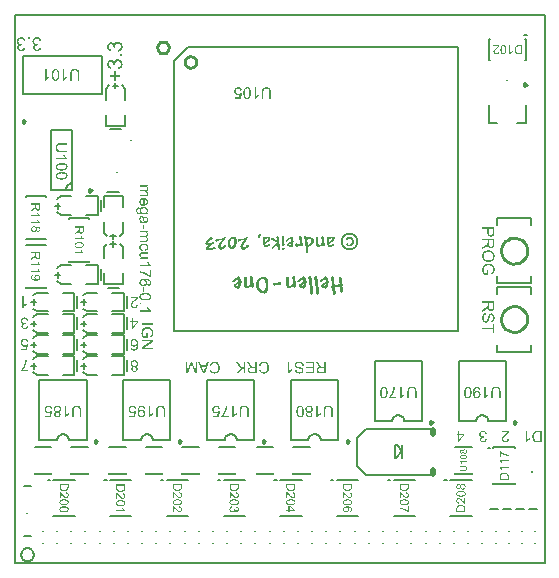
<source format=gto>
G04*
G04 #@! TF.GenerationSoftware,Altium Limited,Altium Designer,23.8.1 (32)*
G04*
G04 Layer_Color=65535*
%FSLAX25Y25*%
%MOIN*%
G70*
G04*
G04 #@! TF.SameCoordinates,CE5C0E95-24B0-4152-A057-43932919F0CC*
G04*
G04*
G04 #@! TF.FilePolarity,Positive*
G04*
G01*
G75*
%ADD10C,0.00394*%
%ADD11C,0.01000*%
%ADD12C,0.00591*%
%ADD13C,0.00984*%
%ADD14C,0.00787*%
%ADD15C,0.00669*%
%ADD16C,0.01968*%
G36*
X176181Y40648D02*
X174750D01*
X174708Y40653D01*
X174659D01*
X174609Y40657D01*
X174496Y40661D01*
X174384Y40674D01*
X174272Y40686D01*
X174222Y40698D01*
X174176Y40707D01*
X174172D01*
X174159Y40711D01*
X174143Y40715D01*
X174122Y40723D01*
X174093Y40732D01*
X174060Y40740D01*
X173980Y40769D01*
X173893Y40807D01*
X173802Y40852D01*
X173706Y40911D01*
X173615Y40981D01*
X173610Y40985D01*
X173602Y40994D01*
X173585Y41006D01*
X173565Y41027D01*
X173540Y41052D01*
X173511Y41085D01*
X173477Y41119D01*
X173444Y41160D01*
X173407Y41206D01*
X173369Y41256D01*
X173332Y41310D01*
X173294Y41368D01*
X173223Y41497D01*
X173161Y41639D01*
Y41643D01*
X173153Y41655D01*
X173149Y41680D01*
X173136Y41709D01*
X173124Y41747D01*
X173111Y41793D01*
X173099Y41842D01*
X173082Y41901D01*
X173070Y41967D01*
X173057Y42038D01*
X173045Y42113D01*
X173032Y42192D01*
X173020Y42275D01*
X173015Y42362D01*
X173007Y42550D01*
Y42554D01*
Y42570D01*
Y42591D01*
Y42625D01*
X173011Y42662D01*
Y42708D01*
X173015Y42758D01*
X173020Y42812D01*
X173032Y42932D01*
X173053Y43061D01*
X173078Y43194D01*
X173111Y43328D01*
Y43332D01*
X173115Y43344D01*
X173124Y43361D01*
X173128Y43382D01*
X173140Y43411D01*
X173153Y43444D01*
X173182Y43523D01*
X173219Y43610D01*
X173265Y43706D01*
X173315Y43798D01*
X173373Y43885D01*
Y43889D01*
X173381Y43893D01*
X173390Y43906D01*
X173402Y43922D01*
X173431Y43960D01*
X173477Y44010D01*
X173527Y44068D01*
X173585Y44126D01*
X173652Y44180D01*
X173723Y44234D01*
X173727D01*
X173731Y44239D01*
X173756Y44255D01*
X173798Y44276D01*
X173852Y44305D01*
X173918Y44334D01*
X173997Y44368D01*
X174089Y44397D01*
X174184Y44426D01*
X174188D01*
X174197Y44430D01*
X174209D01*
X174230Y44434D01*
X174255Y44438D01*
X174288Y44447D01*
X174322Y44451D01*
X174359Y44455D01*
X174451Y44467D01*
X174555Y44480D01*
X174671Y44484D01*
X174796Y44488D01*
X176181D01*
Y40648D01*
D02*
G37*
G36*
X160365Y85754D02*
X160361Y85706D01*
Y85658D01*
X160357Y85601D01*
X160352Y85536D01*
X160339Y85404D01*
X160317Y85269D01*
X160291Y85138D01*
X160274Y85081D01*
X160256Y85024D01*
Y85020D01*
X160252Y85011D01*
X160243Y84998D01*
X160234Y84976D01*
X160208Y84924D01*
X160169Y84863D01*
X160116Y84788D01*
X160046Y84714D01*
X159968Y84640D01*
X159871Y84574D01*
X159867D01*
X159858Y84565D01*
X159845Y84557D01*
X159824Y84548D01*
X159797Y84535D01*
X159767Y84522D01*
X159732Y84504D01*
X159692Y84487D01*
X159601Y84456D01*
X159500Y84430D01*
X159387Y84412D01*
X159264Y84404D01*
X159260D01*
X159247D01*
X159220D01*
X159194Y84408D01*
X159155Y84412D01*
X159111Y84417D01*
X159063Y84426D01*
X159011Y84439D01*
X158897Y84474D01*
X158836Y84496D01*
X158775Y84522D01*
X158713Y84552D01*
X158652Y84592D01*
X158596Y84635D01*
X158539Y84683D01*
X158534Y84688D01*
X158526Y84697D01*
X158512Y84714D01*
X158491Y84736D01*
X158469Y84766D01*
X158442Y84801D01*
X158412Y84845D01*
X158381Y84898D01*
X158351Y84954D01*
X158320Y85015D01*
X158290Y85085D01*
X158259Y85164D01*
X158233Y85247D01*
X158207Y85339D01*
X158185Y85439D01*
X158167Y85544D01*
Y85540D01*
X158163Y85536D01*
X158150Y85509D01*
X158128Y85470D01*
X158102Y85422D01*
X158071Y85369D01*
X158040Y85317D01*
X158001Y85265D01*
X157966Y85221D01*
X157962Y85216D01*
X157957Y85212D01*
X157944Y85199D01*
X157927Y85182D01*
X157905Y85160D01*
X157879Y85133D01*
X157818Y85077D01*
X157739Y85011D01*
X157647Y84937D01*
X157542Y84858D01*
X157429Y84780D01*
X156332Y84080D01*
Y84749D01*
X157171Y85282D01*
X157175Y85286D01*
X157188Y85291D01*
X157206Y85304D01*
X157232Y85321D01*
X157263Y85339D01*
X157298Y85365D01*
X157376Y85418D01*
X157468Y85479D01*
X157560Y85540D01*
X157647Y85606D01*
X157726Y85667D01*
X157730D01*
X157735Y85675D01*
X157756Y85693D01*
X157791Y85719D01*
X157831Y85758D01*
X157874Y85798D01*
X157918Y85846D01*
X157962Y85894D01*
X157992Y85938D01*
X157997Y85942D01*
X158005Y85959D01*
X158019Y85981D01*
X158036Y86012D01*
X158054Y86051D01*
X158071Y86090D01*
X158089Y86134D01*
X158102Y86182D01*
Y86187D01*
X158106Y86200D01*
X158110Y86222D01*
X158115Y86252D01*
Y86296D01*
X158119Y86348D01*
X158124Y86410D01*
Y87096D01*
X156332D01*
Y87629D01*
X160365D01*
Y85754D01*
D02*
G37*
G36*
X157673Y83241D02*
X157669D01*
X157660D01*
X157643Y83237D01*
X157621Y83233D01*
X157595Y83228D01*
X157569Y83224D01*
X157494Y83206D01*
X157416Y83184D01*
X157333Y83158D01*
X157249Y83123D01*
X157171Y83080D01*
X157162Y83075D01*
X157140Y83053D01*
X157105Y83023D01*
X157062Y82979D01*
X157009Y82922D01*
X156961Y82852D01*
X156909Y82769D01*
X156861Y82673D01*
Y82669D01*
X156856Y82660D01*
X156852Y82647D01*
X156843Y82625D01*
X156834Y82599D01*
X156821Y82568D01*
X156813Y82533D01*
X156804Y82494D01*
X156782Y82402D01*
X156760Y82293D01*
X156747Y82179D01*
X156743Y82053D01*
Y82000D01*
X156747Y81974D01*
Y81943D01*
X156756Y81874D01*
X156764Y81791D01*
X156778Y81699D01*
X156799Y81607D01*
X156830Y81520D01*
Y81515D01*
X156834Y81511D01*
X156839Y81498D01*
X156848Y81480D01*
X156869Y81441D01*
X156896Y81388D01*
X156930Y81332D01*
X156974Y81270D01*
X157022Y81218D01*
X157079Y81170D01*
X157088Y81165D01*
X157105Y81152D01*
X157140Y81131D01*
X157184Y81109D01*
X157236Y81091D01*
X157293Y81069D01*
X157359Y81056D01*
X157424Y81052D01*
X157429D01*
X157433D01*
X157455D01*
X157494Y81056D01*
X157538Y81065D01*
X157590Y81078D01*
X157647Y81100D01*
X157704Y81126D01*
X157756Y81165D01*
X157761Y81170D01*
X157778Y81187D01*
X157805Y81214D01*
X157840Y81253D01*
X157874Y81301D01*
X157914Y81367D01*
X157953Y81441D01*
X157992Y81528D01*
X157997Y81537D01*
X158001Y81546D01*
X158005Y81563D01*
X158010Y81581D01*
X158019Y81607D01*
X158032Y81642D01*
X158040Y81677D01*
X158054Y81725D01*
X158071Y81773D01*
X158084Y81834D01*
X158102Y81900D01*
X158124Y81974D01*
X158141Y82053D01*
X158167Y82144D01*
X158189Y82245D01*
Y82249D01*
X158194Y82267D01*
X158202Y82297D01*
X158211Y82332D01*
X158224Y82380D01*
X158237Y82433D01*
X158255Y82485D01*
X158272Y82547D01*
X158311Y82678D01*
X158355Y82804D01*
X158377Y82866D01*
X158399Y82922D01*
X158421Y82975D01*
X158442Y83018D01*
Y83023D01*
X158451Y83031D01*
X158460Y83045D01*
X158469Y83066D01*
X158499Y83119D01*
X158543Y83180D01*
X158600Y83254D01*
X158661Y83324D01*
X158735Y83394D01*
X158814Y83451D01*
X158818D01*
X158823Y83455D01*
X158836Y83464D01*
X158853Y83473D01*
X158901Y83495D01*
X158963Y83521D01*
X159037Y83547D01*
X159124Y83569D01*
X159220Y83587D01*
X159321Y83591D01*
X159325D01*
X159334D01*
X159352D01*
X159373Y83587D01*
X159400D01*
X159430Y83582D01*
X159509Y83569D01*
X159596Y83547D01*
X159688Y83521D01*
X159789Y83477D01*
X159889Y83420D01*
X159893D01*
X159902Y83412D01*
X159915Y83403D01*
X159933Y83390D01*
X159981Y83346D01*
X160042Y83289D01*
X160108Y83219D01*
X160173Y83132D01*
X160239Y83031D01*
X160295Y82914D01*
Y82909D01*
X160300Y82900D01*
X160309Y82879D01*
X160317Y82857D01*
X160326Y82826D01*
X160339Y82787D01*
X160352Y82743D01*
X160365Y82695D01*
X160378Y82643D01*
X160392Y82586D01*
X160413Y82463D01*
X160431Y82324D01*
X160435Y82175D01*
Y82101D01*
X160431Y82061D01*
X160426Y82013D01*
X160422Y81965D01*
X160418Y81909D01*
X160400Y81786D01*
X160374Y81651D01*
X160335Y81515D01*
X160287Y81384D01*
Y81380D01*
X160278Y81371D01*
X160274Y81349D01*
X160260Y81327D01*
X160243Y81301D01*
X160225Y81266D01*
X160182Y81192D01*
X160121Y81104D01*
X160046Y81017D01*
X159963Y80934D01*
X159863Y80860D01*
X159858Y80855D01*
X159850Y80851D01*
X159837Y80842D01*
X159815Y80829D01*
X159789Y80816D01*
X159758Y80799D01*
X159719Y80785D01*
X159679Y80764D01*
X159588Y80729D01*
X159478Y80698D01*
X159360Y80672D01*
X159229Y80659D01*
X159190Y81170D01*
X159194D01*
X159207Y81174D01*
X159225D01*
X159251Y81179D01*
X159286Y81187D01*
X159321Y81196D01*
X159404Y81222D01*
X159496Y81257D01*
X159592Y81310D01*
X159684Y81371D01*
X159723Y81410D01*
X159762Y81454D01*
X159767Y81458D01*
X159771Y81463D01*
X159780Y81480D01*
X159793Y81498D01*
X159806Y81524D01*
X159824Y81555D01*
X159841Y81589D01*
X159863Y81629D01*
X159880Y81677D01*
X159898Y81729D01*
X159915Y81786D01*
X159928Y81847D01*
X159941Y81917D01*
X159950Y81991D01*
X159959Y82070D01*
Y82197D01*
X159955Y82232D01*
Y82271D01*
X159950Y82315D01*
X159946Y82367D01*
X159937Y82420D01*
X159915Y82538D01*
X159885Y82651D01*
X159841Y82761D01*
X159810Y82813D01*
X159780Y82857D01*
Y82861D01*
X159771Y82866D01*
X159749Y82892D01*
X159710Y82927D01*
X159657Y82966D01*
X159596Y83005D01*
X159522Y83040D01*
X159443Y83066D01*
X159400Y83071D01*
X159352Y83075D01*
X159347D01*
X159343D01*
X159317Y83071D01*
X159277Y83066D01*
X159229Y83058D01*
X159172Y83036D01*
X159111Y83010D01*
X159054Y82975D01*
X158997Y82922D01*
X158993Y82914D01*
X158984Y82905D01*
X158971Y82887D01*
X158958Y82866D01*
X158945Y82839D01*
X158928Y82804D01*
X158906Y82765D01*
X158884Y82717D01*
X158862Y82660D01*
X158840Y82595D01*
X158814Y82520D01*
X158788Y82433D01*
X158762Y82341D01*
X158731Y82236D01*
X158705Y82118D01*
Y82109D01*
X158700Y82088D01*
X158692Y82057D01*
X158678Y82013D01*
X158670Y81961D01*
X158652Y81900D01*
X158639Y81834D01*
X158617Y81764D01*
X158578Y81616D01*
X158539Y81467D01*
X158517Y81397D01*
X158495Y81336D01*
X158473Y81275D01*
X158451Y81227D01*
Y81222D01*
X158442Y81209D01*
X158434Y81192D01*
X158421Y81170D01*
X158408Y81139D01*
X158386Y81104D01*
X158338Y81030D01*
X158281Y80943D01*
X158211Y80860D01*
X158128Y80777D01*
X158084Y80742D01*
X158040Y80707D01*
X158036D01*
X158027Y80698D01*
X158014Y80689D01*
X157997Y80681D01*
X157975Y80667D01*
X157944Y80654D01*
X157874Y80619D01*
X157791Y80589D01*
X157695Y80563D01*
X157586Y80545D01*
X157468Y80536D01*
X157464D01*
X157455D01*
X157437D01*
X157416Y80541D01*
X157385D01*
X157354Y80545D01*
X157271Y80558D01*
X157180Y80580D01*
X157079Y80615D01*
X156974Y80663D01*
X156917Y80689D01*
X156865Y80724D01*
X156861D01*
X156852Y80733D01*
X156839Y80742D01*
X156817Y80759D01*
X156769Y80799D01*
X156703Y80860D01*
X156633Y80934D01*
X156559Y81026D01*
X156489Y81131D01*
X156424Y81253D01*
Y81257D01*
X156415Y81270D01*
X156411Y81288D01*
X156397Y81314D01*
X156389Y81345D01*
X156376Y81384D01*
X156358Y81428D01*
X156345Y81480D01*
X156332Y81533D01*
X156314Y81594D01*
X156292Y81725D01*
X156275Y81869D01*
X156266Y82026D01*
Y82079D01*
X156271Y82118D01*
Y82166D01*
X156275Y82219D01*
X156279Y82280D01*
X156288Y82350D01*
X156306Y82494D01*
X156332Y82647D01*
X156371Y82800D01*
X156424Y82948D01*
Y82953D01*
X156432Y82966D01*
X156441Y82983D01*
X156454Y83010D01*
X156472Y83040D01*
X156489Y83075D01*
X156542Y83158D01*
X156607Y83250D01*
X156690Y83346D01*
X156786Y83442D01*
X156900Y83525D01*
X156904Y83530D01*
X156913Y83534D01*
X156930Y83543D01*
X156957Y83556D01*
X156987Y83573D01*
X157022Y83591D01*
X157066Y83613D01*
X157114Y83630D01*
X157162Y83652D01*
X157219Y83670D01*
X157346Y83705D01*
X157481Y83731D01*
X157555Y83740D01*
X157630Y83744D01*
X157673Y83241D01*
D02*
G37*
G36*
X160365Y76922D02*
X159889D01*
Y78251D01*
X156332D01*
Y78784D01*
X159889D01*
Y80112D01*
X160365D01*
Y76922D01*
D02*
G37*
G36*
X160365Y110634D02*
X160361Y110546D01*
X160357Y110446D01*
X160348Y110345D01*
X160339Y110249D01*
X160335Y110201D01*
X160326Y110161D01*
Y110157D01*
X160322Y110148D01*
Y110131D01*
X160317Y110113D01*
X160309Y110087D01*
X160304Y110057D01*
X160282Y109987D01*
X160256Y109908D01*
X160221Y109825D01*
X160182Y109742D01*
X160134Y109663D01*
Y109659D01*
X160129Y109655D01*
X160108Y109628D01*
X160077Y109593D01*
X160033Y109545D01*
X159981Y109497D01*
X159911Y109441D01*
X159837Y109388D01*
X159745Y109340D01*
X159740D01*
X159732Y109336D01*
X159719Y109327D01*
X159701Y109318D01*
X159679Y109309D01*
X159649Y109301D01*
X159583Y109274D01*
X159500Y109253D01*
X159408Y109231D01*
X159303Y109218D01*
X159194Y109213D01*
X159190D01*
X159172D01*
X159146D01*
X159107Y109218D01*
X159063Y109222D01*
X159015Y109231D01*
X158958Y109239D01*
X158893Y109253D01*
X158827Y109270D01*
X158757Y109292D01*
X158687Y109318D01*
X158613Y109353D01*
X158539Y109388D01*
X158464Y109432D01*
X158395Y109484D01*
X158325Y109541D01*
X158320Y109545D01*
X158311Y109558D01*
X158294Y109576D01*
X158268Y109607D01*
X158241Y109642D01*
X158211Y109690D01*
X158180Y109746D01*
X158150Y109812D01*
X158115Y109891D01*
X158084Y109974D01*
X158054Y110074D01*
X158027Y110179D01*
X158005Y110301D01*
X157988Y110433D01*
X157975Y110572D01*
X157971Y110730D01*
Y111761D01*
X156332D01*
Y112294D01*
X160365D01*
Y110634D01*
D02*
G37*
G36*
Y106652D02*
X160361Y106604D01*
Y106556D01*
X160357Y106500D01*
X160352Y106434D01*
X160339Y106303D01*
X160317Y106167D01*
X160291Y106036D01*
X160274Y105979D01*
X160256Y105923D01*
Y105918D01*
X160252Y105910D01*
X160243Y105896D01*
X160234Y105875D01*
X160208Y105822D01*
X160169Y105761D01*
X160116Y105687D01*
X160046Y105612D01*
X159968Y105538D01*
X159871Y105473D01*
X159867D01*
X159858Y105464D01*
X159845Y105455D01*
X159824Y105446D01*
X159797Y105433D01*
X159767Y105420D01*
X159732Y105403D01*
X159692Y105385D01*
X159601Y105354D01*
X159500Y105328D01*
X159386Y105311D01*
X159264Y105302D01*
X159260D01*
X159247D01*
X159220D01*
X159194Y105306D01*
X159155Y105311D01*
X159111Y105315D01*
X159063Y105324D01*
X159011Y105337D01*
X158897Y105372D01*
X158836Y105394D01*
X158775Y105420D01*
X158713Y105451D01*
X158652Y105490D01*
X158596Y105534D01*
X158539Y105582D01*
X158534Y105586D01*
X158526Y105595D01*
X158512Y105612D01*
X158491Y105634D01*
X158469Y105665D01*
X158442Y105700D01*
X158412Y105744D01*
X158381Y105796D01*
X158351Y105853D01*
X158320Y105914D01*
X158290Y105984D01*
X158259Y106062D01*
X158233Y106146D01*
X158206Y106237D01*
X158185Y106338D01*
X158167Y106443D01*
Y106438D01*
X158163Y106434D01*
X158150Y106408D01*
X158128Y106368D01*
X158102Y106320D01*
X158071Y106268D01*
X158040Y106215D01*
X158001Y106163D01*
X157966Y106119D01*
X157962Y106115D01*
X157957Y106111D01*
X157944Y106097D01*
X157927Y106080D01*
X157905Y106058D01*
X157879Y106032D01*
X157818Y105975D01*
X157739Y105910D01*
X157647Y105835D01*
X157542Y105757D01*
X157429Y105678D01*
X156332Y104979D01*
Y105647D01*
X157171Y106180D01*
X157175Y106185D01*
X157188Y106189D01*
X157206Y106202D01*
X157232Y106220D01*
X157263Y106237D01*
X157298Y106263D01*
X157376Y106316D01*
X157468Y106377D01*
X157560Y106438D01*
X157647Y106504D01*
X157726Y106565D01*
X157730D01*
X157735Y106574D01*
X157756Y106591D01*
X157791Y106617D01*
X157831Y106657D01*
X157874Y106696D01*
X157918Y106744D01*
X157962Y106792D01*
X157992Y106836D01*
X157997Y106840D01*
X158005Y106858D01*
X158019Y106880D01*
X158036Y106910D01*
X158054Y106950D01*
X158071Y106989D01*
X158089Y107033D01*
X158102Y107081D01*
Y107085D01*
X158106Y107098D01*
X158110Y107120D01*
X158115Y107151D01*
Y107194D01*
X158119Y107247D01*
X158124Y107308D01*
Y107994D01*
X156332D01*
Y108527D01*
X160365D01*
Y106652D01*
D02*
G37*
G36*
X158364Y104625D02*
X158390D01*
X158460Y104620D01*
X158543Y104612D01*
X158644Y104598D01*
X158748Y104585D01*
X158866Y104564D01*
X158993Y104533D01*
X159120Y104498D01*
X159251Y104454D01*
X159382Y104402D01*
X159513Y104341D01*
X159635Y104271D01*
X159758Y104188D01*
X159867Y104092D01*
X159871Y104087D01*
X159893Y104065D01*
X159920Y104035D01*
X159955Y103996D01*
X159998Y103939D01*
X160046Y103877D01*
X160099Y103803D01*
X160151Y103716D01*
X160204Y103620D01*
X160256Y103515D01*
X160304Y103401D01*
X160348Y103274D01*
X160383Y103143D01*
X160409Y103004D01*
X160431Y102855D01*
X160435Y102698D01*
Y102645D01*
X160431Y102606D01*
X160426Y102553D01*
X160422Y102497D01*
X160413Y102435D01*
X160400Y102365D01*
X160387Y102287D01*
X160370Y102208D01*
X160348Y102125D01*
X160322Y102038D01*
X160291Y101950D01*
X160256Y101863D01*
X160217Y101780D01*
X160169Y101692D01*
X160164Y101688D01*
X160156Y101671D01*
X160143Y101649D01*
X160121Y101618D01*
X160094Y101579D01*
X160059Y101540D01*
X160020Y101491D01*
X159976Y101439D01*
X159924Y101382D01*
X159867Y101325D01*
X159806Y101269D01*
X159740Y101212D01*
X159670Y101159D01*
X159592Y101102D01*
X159509Y101054D01*
X159421Y101006D01*
X159417Y101002D01*
X159400Y100998D01*
X159373Y100985D01*
X159338Y100971D01*
X159295Y100950D01*
X159238Y100932D01*
X159177Y100910D01*
X159107Y100888D01*
X159032Y100866D01*
X158949Y100845D01*
X158858Y100823D01*
X158766Y100805D01*
X158665Y100792D01*
X158561Y100779D01*
X158456Y100775D01*
X158342Y100770D01*
X158333D01*
X158316D01*
X158281D01*
X158237Y100775D01*
X158185Y100779D01*
X158124Y100784D01*
X158054Y100792D01*
X157975Y100801D01*
X157892Y100814D01*
X157805Y100832D01*
X157713Y100849D01*
X157621Y100875D01*
X157525Y100906D01*
X157433Y100936D01*
X157337Y100976D01*
X157245Y101020D01*
X157241Y101024D01*
X157223Y101033D01*
X157197Y101046D01*
X157167Y101063D01*
X157127Y101089D01*
X157079Y101120D01*
X157027Y101159D01*
X156970Y101199D01*
X156913Y101247D01*
X156852Y101299D01*
X156791Y101360D01*
X156729Y101421D01*
X156673Y101487D01*
X156616Y101561D01*
X156559Y101640D01*
X156511Y101723D01*
X156507Y101727D01*
X156502Y101745D01*
X156489Y101767D01*
X156472Y101802D01*
X156454Y101845D01*
X156432Y101893D01*
X156411Y101950D01*
X156389Y102016D01*
X156367Y102086D01*
X156345Y102160D01*
X156323Y102243D01*
X156306Y102326D01*
X156275Y102510D01*
X156271Y102606D01*
X156266Y102702D01*
Y102759D01*
X156271Y102798D01*
X156275Y102846D01*
X156279Y102907D01*
X156288Y102969D01*
X156301Y103043D01*
X156314Y103117D01*
X156332Y103200D01*
X156354Y103283D01*
X156380Y103370D01*
X156411Y103458D01*
X156450Y103545D01*
X156489Y103633D01*
X156537Y103720D01*
X156542Y103725D01*
X156550Y103738D01*
X156568Y103764D01*
X156590Y103794D01*
X156616Y103829D01*
X156651Y103873D01*
X156690Y103921D01*
X156734Y103974D01*
X156786Y104030D01*
X156843Y104083D01*
X156904Y104140D01*
X156970Y104197D01*
X157044Y104253D01*
X157118Y104306D01*
X157201Y104354D01*
X157289Y104402D01*
X157293Y104406D01*
X157311Y104411D01*
X157337Y104424D01*
X157372Y104437D01*
X157416Y104454D01*
X157468Y104472D01*
X157525Y104494D01*
X157595Y104516D01*
X157665Y104537D01*
X157743Y104559D01*
X157826Y104577D01*
X157914Y104594D01*
X158097Y104620D01*
X158198Y104625D01*
X158294Y104629D01*
X158298D01*
X158307D01*
X158320D01*
X158338D01*
X158364Y104625D01*
D02*
G37*
G36*
X158429Y100211D02*
X158482Y100207D01*
X158543Y100202D01*
X158613Y100194D01*
X158687Y100185D01*
X158770Y100172D01*
X158858Y100154D01*
X159041Y100110D01*
X159137Y100084D01*
X159233Y100049D01*
X159330Y100014D01*
X159426Y99971D01*
X159430Y99966D01*
X159448Y99958D01*
X159474Y99945D01*
X159509Y99927D01*
X159553Y99901D01*
X159601Y99870D01*
X159653Y99831D01*
X159714Y99792D01*
X159775Y99743D01*
X159837Y99691D01*
X159898Y99634D01*
X159963Y99569D01*
X160024Y99503D01*
X160081Y99429D01*
X160138Y99350D01*
X160186Y99267D01*
X160190Y99263D01*
X160195Y99245D01*
X160208Y99219D01*
X160225Y99184D01*
X160243Y99140D01*
X160265Y99088D01*
X160287Y99027D01*
X160313Y98961D01*
X160335Y98887D01*
X160357Y98804D01*
X160378Y98716D01*
X160396Y98620D01*
X160413Y98524D01*
X160426Y98419D01*
X160431Y98310D01*
X160435Y98201D01*
Y98127D01*
X160431Y98087D01*
X160426Y98044D01*
X160422Y97995D01*
X160418Y97939D01*
X160400Y97816D01*
X160374Y97681D01*
X160339Y97545D01*
X160291Y97410D01*
Y97405D01*
X160287Y97392D01*
X160278Y97375D01*
X160265Y97353D01*
X160252Y97322D01*
X160234Y97287D01*
X160190Y97209D01*
X160134Y97117D01*
X160068Y97025D01*
X159990Y96938D01*
X159898Y96855D01*
X159893Y96851D01*
X159885Y96846D01*
X159871Y96837D01*
X159854Y96820D01*
X159828Y96807D01*
X159797Y96785D01*
X159762Y96763D01*
X159719Y96741D01*
X159675Y96715D01*
X159627Y96693D01*
X159570Y96667D01*
X159513Y96641D01*
X159382Y96593D01*
X159238Y96549D01*
X159107Y97034D01*
X159111D01*
X159120Y97038D01*
X159137Y97043D01*
X159159Y97052D01*
X159181Y97060D01*
X159212Y97069D01*
X159282Y97095D01*
X159360Y97130D01*
X159439Y97170D01*
X159518Y97213D01*
X159588Y97261D01*
X159596Y97266D01*
X159618Y97287D01*
X159649Y97318D01*
X159692Y97357D01*
X159736Y97414D01*
X159784Y97480D01*
X159828Y97558D01*
X159871Y97646D01*
Y97650D01*
X159876Y97659D01*
X159880Y97672D01*
X159889Y97689D01*
X159898Y97711D01*
X159906Y97742D01*
X159928Y97808D01*
X159946Y97891D01*
X159963Y97982D01*
X159976Y98087D01*
X159981Y98197D01*
Y98258D01*
X159976Y98288D01*
Y98328D01*
X159972Y98367D01*
X159968Y98415D01*
X159955Y98511D01*
X159933Y98620D01*
X159906Y98725D01*
X159867Y98830D01*
Y98835D01*
X159863Y98843D01*
X159854Y98856D01*
X159845Y98874D01*
X159824Y98922D01*
X159789Y98983D01*
X159745Y99053D01*
X159692Y99123D01*
X159635Y99197D01*
X159570Y99263D01*
X159561Y99272D01*
X159539Y99289D01*
X159500Y99320D01*
X159452Y99354D01*
X159395Y99394D01*
X159325Y99437D01*
X159251Y99477D01*
X159172Y99512D01*
X159168D01*
X159155Y99516D01*
X159137Y99525D01*
X159107Y99534D01*
X159072Y99547D01*
X159032Y99560D01*
X158984Y99573D01*
X158932Y99586D01*
X158875Y99604D01*
X158810Y99617D01*
X158674Y99639D01*
X158521Y99656D01*
X158360Y99665D01*
X158355D01*
X158338D01*
X158307D01*
X158272Y99660D01*
X158224D01*
X158172Y99656D01*
X158110Y99647D01*
X158045Y99643D01*
X157901Y99621D01*
X157752Y99586D01*
X157599Y99542D01*
X157455Y99481D01*
X157450Y99477D01*
X157437Y99472D01*
X157420Y99464D01*
X157394Y99446D01*
X157368Y99429D01*
X157333Y99403D01*
X157254Y99346D01*
X157167Y99267D01*
X157075Y99175D01*
X156992Y99071D01*
X156952Y99009D01*
X156917Y98944D01*
Y98939D01*
X156909Y98926D01*
X156900Y98909D01*
X156891Y98883D01*
X156878Y98848D01*
X156861Y98808D01*
X156848Y98765D01*
X156830Y98716D01*
X156813Y98664D01*
X156799Y98603D01*
X156769Y98476D01*
X156751Y98336D01*
X156743Y98188D01*
Y98153D01*
X156747Y98127D01*
Y98096D01*
X156751Y98061D01*
X156756Y98022D01*
X156760Y97974D01*
X156773Y97873D01*
X156799Y97759D01*
X156830Y97637D01*
X156874Y97515D01*
Y97510D01*
X156878Y97502D01*
X156887Y97484D01*
X156896Y97458D01*
X156909Y97432D01*
X156926Y97401D01*
X156961Y97327D01*
X157005Y97244D01*
X157053Y97161D01*
X157101Y97082D01*
X157158Y97012D01*
X157914D01*
Y98197D01*
X158390D01*
Y96488D01*
X156891D01*
X156887Y96492D01*
X156878Y96505D01*
X156861Y96527D01*
X156839Y96558D01*
X156813Y96593D01*
X156786Y96636D01*
X156751Y96684D01*
X156716Y96737D01*
X156681Y96794D01*
X156642Y96859D01*
X156563Y96995D01*
X156489Y97143D01*
X156424Y97301D01*
Y97305D01*
X156415Y97318D01*
X156411Y97340D01*
X156397Y97375D01*
X156389Y97410D01*
X156376Y97458D01*
X156358Y97506D01*
X156345Y97563D01*
X156332Y97628D01*
X156314Y97694D01*
X156292Y97838D01*
X156275Y97995D01*
X156266Y98157D01*
Y98214D01*
X156271Y98258D01*
X156275Y98310D01*
X156279Y98371D01*
X156288Y98441D01*
X156297Y98515D01*
X156310Y98594D01*
X156327Y98681D01*
X156349Y98769D01*
X156376Y98865D01*
X156402Y98957D01*
X156437Y99049D01*
X156476Y99145D01*
X156520Y99237D01*
X156524Y99241D01*
X156533Y99258D01*
X156546Y99285D01*
X156568Y99315D01*
X156594Y99354D01*
X156625Y99403D01*
X156664Y99455D01*
X156708Y99512D01*
X156756Y99569D01*
X156813Y99630D01*
X156869Y99691D01*
X156935Y99752D01*
X157009Y99809D01*
X157083Y99866D01*
X157167Y99923D01*
X157254Y99971D01*
X157258Y99975D01*
X157276Y99979D01*
X157302Y99993D01*
X157337Y100010D01*
X157385Y100028D01*
X157437Y100049D01*
X157499Y100071D01*
X157569Y100093D01*
X157643Y100115D01*
X157726Y100137D01*
X157818Y100159D01*
X157909Y100176D01*
X158010Y100194D01*
X158110Y100207D01*
X158220Y100211D01*
X158329Y100215D01*
X158338D01*
X158355D01*
X158386D01*
X158429Y100211D01*
D02*
G37*
G36*
X5513Y174976D02*
X4878D01*
Y175610D01*
X5513D01*
Y174976D01*
D02*
G37*
G36*
X7968Y175684D02*
X8007D01*
X8061Y175679D01*
X8120Y175669D01*
X8184Y175660D01*
X8258Y175645D01*
X8337Y175625D01*
X8416Y175600D01*
X8499Y175576D01*
X8583Y175541D01*
X8666Y175497D01*
X8745Y175453D01*
X8829Y175399D01*
X8903Y175335D01*
X8908Y175330D01*
X8917Y175320D01*
X8937Y175300D01*
X8967Y175271D01*
X8996Y175236D01*
X9031Y175192D01*
X9065Y175143D01*
X9104Y175084D01*
X9144Y175025D01*
X9183Y174951D01*
X9223Y174877D01*
X9257Y174794D01*
X9286Y174705D01*
X9316Y174611D01*
X9336Y174513D01*
X9350Y174410D01*
X8794Y174336D01*
Y174341D01*
X8789Y174356D01*
X8785Y174380D01*
X8775Y174415D01*
X8765Y174454D01*
X8755Y174498D01*
X8721Y174602D01*
X8676Y174715D01*
X8622Y174828D01*
X8553Y174931D01*
X8514Y174976D01*
X8475Y175020D01*
X8470D01*
X8465Y175030D01*
X8450Y175040D01*
X8435Y175054D01*
X8386Y175084D01*
X8317Y175123D01*
X8234Y175163D01*
X8140Y175192D01*
X8027Y175217D01*
X7909Y175226D01*
X7869D01*
X7840Y175222D01*
X7810Y175217D01*
X7766Y175212D01*
X7678Y175192D01*
X7569Y175163D01*
X7456Y175113D01*
X7402Y175079D01*
X7348Y175045D01*
X7294Y175005D01*
X7240Y174956D01*
X7235Y174951D01*
X7230Y174941D01*
X7215Y174926D01*
X7195Y174907D01*
X7176Y174882D01*
X7156Y174848D01*
X7131Y174813D01*
X7102Y174769D01*
X7053Y174671D01*
X7013Y174557D01*
X6979Y174425D01*
X6974Y174356D01*
X6969Y174282D01*
Y174277D01*
Y174267D01*
Y174242D01*
X6974Y174218D01*
X6979Y174183D01*
X6984Y174149D01*
X6999Y174060D01*
X7033Y173957D01*
X7077Y173854D01*
X7107Y173800D01*
X7141Y173750D01*
X7181Y173701D01*
X7225Y173652D01*
X7230Y173647D01*
X7235Y173642D01*
X7250Y173627D01*
X7269Y173613D01*
X7294Y173593D01*
X7323Y173573D01*
X7397Y173524D01*
X7491Y173480D01*
X7599Y173441D01*
X7722Y173411D01*
X7791Y173406D01*
X7860Y173401D01*
X7889D01*
X7924Y173406D01*
X7968D01*
X8027Y173416D01*
X8091Y173426D01*
X8170Y173441D01*
X8253Y173460D01*
X8194Y172973D01*
X8184D01*
X8160Y172978D01*
X8130Y172983D01*
X8066D01*
X8042Y172978D01*
X8007D01*
X7973Y172973D01*
X7889Y172958D01*
X7791Y172939D01*
X7683Y172904D01*
X7569Y172860D01*
X7461Y172796D01*
X7456D01*
X7446Y172786D01*
X7436Y172776D01*
X7417Y172762D01*
X7368Y172717D01*
X7314Y172653D01*
X7264Y172575D01*
X7215Y172476D01*
X7195Y172422D01*
X7186Y172358D01*
X7176Y172294D01*
X7171Y172225D01*
Y172220D01*
Y172211D01*
Y172196D01*
X7176Y172171D01*
X7181Y172117D01*
X7195Y172043D01*
X7220Y171965D01*
X7259Y171881D01*
X7314Y171792D01*
X7343Y171753D01*
X7382Y171714D01*
X7392Y171704D01*
X7422Y171684D01*
X7466Y171650D01*
X7525Y171610D01*
X7604Y171576D01*
X7697Y171541D01*
X7801Y171522D01*
X7919Y171512D01*
X7948D01*
X7973Y171517D01*
X8002D01*
X8032Y171522D01*
X8111Y171537D01*
X8194Y171561D01*
X8288Y171600D01*
X8376Y171650D01*
X8465Y171719D01*
X8475Y171728D01*
X8499Y171758D01*
X8539Y171802D01*
X8578Y171871D01*
X8627Y171955D01*
X8671Y172063D01*
X8711Y172186D01*
X8740Y172329D01*
X9296Y172230D01*
Y172225D01*
X9291Y172206D01*
X9286Y172176D01*
X9277Y172137D01*
X9262Y172092D01*
X9247Y172038D01*
X9227Y171979D01*
X9203Y171915D01*
X9139Y171773D01*
X9104Y171704D01*
X9060Y171630D01*
X9011Y171561D01*
X8957Y171492D01*
X8898Y171423D01*
X8834Y171364D01*
X8829Y171359D01*
X8819Y171350D01*
X8794Y171335D01*
X8770Y171315D01*
X8731Y171291D01*
X8691Y171266D01*
X8642Y171236D01*
X8583Y171207D01*
X8524Y171182D01*
X8455Y171153D01*
X8381Y171128D01*
X8302Y171104D01*
X8214Y171084D01*
X8125Y171069D01*
X8032Y171059D01*
X7933Y171054D01*
X7869D01*
X7835Y171059D01*
X7801Y171064D01*
X7707Y171074D01*
X7604Y171094D01*
X7486Y171123D01*
X7368Y171163D01*
X7250Y171217D01*
X7245D01*
X7235Y171222D01*
X7220Y171231D01*
X7195Y171246D01*
X7141Y171281D01*
X7072Y171330D01*
X6994Y171394D01*
X6915Y171468D01*
X6836Y171551D01*
X6767Y171650D01*
Y171655D01*
X6763Y171660D01*
X6753Y171679D01*
X6743Y171699D01*
X6728Y171723D01*
X6713Y171753D01*
X6684Y171827D01*
X6654Y171915D01*
X6625Y172014D01*
X6605Y172122D01*
X6600Y172235D01*
Y172240D01*
Y172250D01*
Y172265D01*
Y172284D01*
X6610Y172343D01*
X6620Y172412D01*
X6639Y172496D01*
X6669Y172584D01*
X6708Y172678D01*
X6763Y172771D01*
Y172776D01*
X6767Y172781D01*
X6792Y172811D01*
X6826Y172855D01*
X6881Y172909D01*
X6944Y172973D01*
X7028Y173037D01*
X7122Y173096D01*
X7230Y173155D01*
X7225D01*
X7210Y173160D01*
X7191Y173165D01*
X7161Y173175D01*
X7131Y173185D01*
X7092Y173199D01*
X6999Y173239D01*
X6900Y173293D01*
X6797Y173357D01*
X6694Y173441D01*
X6605Y173544D01*
X6600Y173549D01*
X6595Y173559D01*
X6585Y173573D01*
X6571Y173598D01*
X6551Y173623D01*
X6531Y173657D01*
X6511Y173696D01*
X6492Y173746D01*
X6472Y173795D01*
X6453Y173849D01*
X6413Y173972D01*
X6389Y174115D01*
X6379Y174193D01*
Y174272D01*
Y174277D01*
Y174297D01*
X6384Y174331D01*
Y174370D01*
X6393Y174425D01*
X6403Y174484D01*
X6413Y174548D01*
X6433Y174621D01*
X6457Y174700D01*
X6487Y174779D01*
X6521Y174862D01*
X6566Y174946D01*
X6615Y175035D01*
X6674Y175118D01*
X6738Y175202D01*
X6817Y175281D01*
X6821Y175285D01*
X6836Y175300D01*
X6861Y175320D01*
X6895Y175345D01*
X6935Y175374D01*
X6989Y175408D01*
X7048Y175448D01*
X7117Y175482D01*
X7191Y175522D01*
X7274Y175561D01*
X7363Y175595D01*
X7461Y175625D01*
X7564Y175650D01*
X7673Y175669D01*
X7786Y175684D01*
X7909Y175689D01*
X7933D01*
X7968Y175684D01*
D02*
G37*
G36*
X2679D02*
X2718D01*
X2772Y175679D01*
X2831Y175669D01*
X2895Y175660D01*
X2969Y175645D01*
X3048Y175625D01*
X3127Y175600D01*
X3210Y175576D01*
X3294Y175541D01*
X3378Y175497D01*
X3456Y175453D01*
X3540Y175399D01*
X3614Y175335D01*
X3619Y175330D01*
X3628Y175320D01*
X3648Y175300D01*
X3678Y175271D01*
X3707Y175236D01*
X3742Y175192D01*
X3776Y175143D01*
X3815Y175084D01*
X3855Y175025D01*
X3894Y174951D01*
X3934Y174877D01*
X3968Y174794D01*
X3997Y174705D01*
X4027Y174611D01*
X4047Y174513D01*
X4061Y174410D01*
X3505Y174336D01*
Y174341D01*
X3500Y174356D01*
X3496Y174380D01*
X3486Y174415D01*
X3476Y174454D01*
X3466Y174498D01*
X3432Y174602D01*
X3387Y174715D01*
X3333Y174828D01*
X3264Y174931D01*
X3225Y174976D01*
X3186Y175020D01*
X3181D01*
X3176Y175030D01*
X3161Y175040D01*
X3146Y175054D01*
X3097Y175084D01*
X3028Y175123D01*
X2944Y175163D01*
X2851Y175192D01*
X2738Y175217D01*
X2620Y175226D01*
X2581D01*
X2551Y175222D01*
X2521Y175217D01*
X2477Y175212D01*
X2389Y175192D01*
X2280Y175163D01*
X2167Y175113D01*
X2113Y175079D01*
X2059Y175045D01*
X2005Y175005D01*
X1951Y174956D01*
X1946Y174951D01*
X1941Y174941D01*
X1926Y174926D01*
X1906Y174907D01*
X1887Y174882D01*
X1867Y174848D01*
X1843Y174813D01*
X1813Y174769D01*
X1764Y174671D01*
X1724Y174557D01*
X1690Y174425D01*
X1685Y174356D01*
X1680Y174282D01*
Y174277D01*
Y174267D01*
Y174242D01*
X1685Y174218D01*
X1690Y174183D01*
X1695Y174149D01*
X1710Y174060D01*
X1744Y173957D01*
X1788Y173854D01*
X1818Y173800D01*
X1852Y173750D01*
X1892Y173701D01*
X1936Y173652D01*
X1941Y173647D01*
X1946Y173642D01*
X1960Y173627D01*
X1980Y173613D01*
X2005Y173593D01*
X2034Y173573D01*
X2108Y173524D01*
X2202Y173480D01*
X2310Y173441D01*
X2433Y173411D01*
X2502Y173406D01*
X2571Y173401D01*
X2600D01*
X2635Y173406D01*
X2679D01*
X2738Y173416D01*
X2802Y173426D01*
X2881Y173441D01*
X2964Y173460D01*
X2905Y172973D01*
X2895D01*
X2871Y172978D01*
X2841Y172983D01*
X2777D01*
X2753Y172978D01*
X2718D01*
X2684Y172973D01*
X2600Y172958D01*
X2502Y172939D01*
X2393Y172904D01*
X2280Y172860D01*
X2172Y172796D01*
X2167D01*
X2157Y172786D01*
X2148Y172776D01*
X2128Y172762D01*
X2079Y172717D01*
X2025Y172653D01*
X1975Y172575D01*
X1926Y172476D01*
X1906Y172422D01*
X1897Y172358D01*
X1887Y172294D01*
X1882Y172225D01*
Y172220D01*
Y172211D01*
Y172196D01*
X1887Y172171D01*
X1892Y172117D01*
X1906Y172043D01*
X1931Y171965D01*
X1970Y171881D01*
X2025Y171792D01*
X2054Y171753D01*
X2093Y171714D01*
X2103Y171704D01*
X2133Y171684D01*
X2177Y171650D01*
X2236Y171610D01*
X2315Y171576D01*
X2408Y171541D01*
X2512Y171522D01*
X2630Y171512D01*
X2659D01*
X2684Y171517D01*
X2713D01*
X2743Y171522D01*
X2822Y171537D01*
X2905Y171561D01*
X2999Y171600D01*
X3087Y171650D01*
X3176Y171719D01*
X3186Y171728D01*
X3210Y171758D01*
X3250Y171802D01*
X3289Y171871D01*
X3338Y171955D01*
X3382Y172063D01*
X3422Y172186D01*
X3451Y172329D01*
X4007Y172230D01*
Y172225D01*
X4002Y172206D01*
X3997Y172176D01*
X3988Y172137D01*
X3973Y172092D01*
X3958Y172038D01*
X3938Y171979D01*
X3914Y171915D01*
X3850Y171773D01*
X3815Y171704D01*
X3771Y171630D01*
X3722Y171561D01*
X3668Y171492D01*
X3609Y171423D01*
X3545Y171364D01*
X3540Y171359D01*
X3530Y171350D01*
X3505Y171335D01*
X3481Y171315D01*
X3441Y171291D01*
X3402Y171266D01*
X3353Y171236D01*
X3294Y171207D01*
X3235Y171182D01*
X3166Y171153D01*
X3092Y171128D01*
X3013Y171104D01*
X2925Y171084D01*
X2836Y171069D01*
X2743Y171059D01*
X2644Y171054D01*
X2581D01*
X2546Y171059D01*
X2512Y171064D01*
X2418Y171074D01*
X2315Y171094D01*
X2197Y171123D01*
X2079Y171163D01*
X1960Y171217D01*
X1956D01*
X1946Y171222D01*
X1931Y171231D01*
X1906Y171246D01*
X1852Y171281D01*
X1783Y171330D01*
X1705Y171394D01*
X1626Y171468D01*
X1547Y171551D01*
X1478Y171650D01*
Y171655D01*
X1474Y171660D01*
X1464Y171679D01*
X1454Y171699D01*
X1439Y171723D01*
X1424Y171753D01*
X1395Y171827D01*
X1365Y171915D01*
X1336Y172014D01*
X1316Y172122D01*
X1311Y172235D01*
Y172240D01*
Y172250D01*
Y172265D01*
Y172284D01*
X1321Y172343D01*
X1331Y172412D01*
X1350Y172496D01*
X1380Y172584D01*
X1419Y172678D01*
X1474Y172771D01*
Y172776D01*
X1478Y172781D01*
X1503Y172811D01*
X1537Y172855D01*
X1592Y172909D01*
X1656Y172973D01*
X1739Y173037D01*
X1833Y173096D01*
X1941Y173155D01*
X1936D01*
X1921Y173160D01*
X1901Y173165D01*
X1872Y173175D01*
X1843Y173185D01*
X1803Y173199D01*
X1710Y173239D01*
X1611Y173293D01*
X1508Y173357D01*
X1405Y173441D01*
X1316Y173544D01*
X1311Y173549D01*
X1306Y173559D01*
X1296Y173573D01*
X1282Y173598D01*
X1262Y173623D01*
X1242Y173657D01*
X1223Y173696D01*
X1203Y173746D01*
X1183Y173795D01*
X1163Y173849D01*
X1124Y173972D01*
X1099Y174115D01*
X1090Y174193D01*
Y174272D01*
Y174277D01*
Y174297D01*
X1095Y174331D01*
Y174370D01*
X1104Y174425D01*
X1114Y174484D01*
X1124Y174548D01*
X1144Y174621D01*
X1168Y174700D01*
X1198Y174779D01*
X1232Y174862D01*
X1277Y174946D01*
X1326Y175035D01*
X1385Y175118D01*
X1449Y175202D01*
X1528Y175281D01*
X1532Y175285D01*
X1547Y175300D01*
X1572Y175320D01*
X1606Y175345D01*
X1646Y175374D01*
X1700Y175408D01*
X1759Y175448D01*
X1828Y175482D01*
X1901Y175522D01*
X1985Y175561D01*
X2074Y175595D01*
X2172Y175625D01*
X2275Y175650D01*
X2384Y175669D01*
X2497Y175684D01*
X2620Y175689D01*
X2644D01*
X2679Y175684D01*
D02*
G37*
G36*
X34910Y174199D02*
X34954D01*
X35014Y174188D01*
X35080Y174177D01*
X35151Y174166D01*
X35233Y174144D01*
X35320Y174117D01*
X35407Y174084D01*
X35500Y174046D01*
X35593Y173997D01*
X35691Y173942D01*
X35784Y173877D01*
X35877Y173805D01*
X35964Y173718D01*
X35970Y173713D01*
X35986Y173696D01*
X36008Y173669D01*
X36035Y173631D01*
X36068Y173587D01*
X36106Y173527D01*
X36150Y173461D01*
X36188Y173385D01*
X36232Y173303D01*
X36275Y173210D01*
X36314Y173112D01*
X36346Y173003D01*
X36374Y172888D01*
X36395Y172768D01*
X36412Y172643D01*
X36417Y172506D01*
Y172479D01*
X36412Y172441D01*
Y172397D01*
X36406Y172337D01*
X36395Y172271D01*
X36385Y172200D01*
X36368Y172118D01*
X36346Y172031D01*
X36319Y171944D01*
X36292Y171851D01*
X36254Y171758D01*
X36204Y171665D01*
X36155Y171578D01*
X36095Y171485D01*
X36024Y171403D01*
X36019Y171398D01*
X36008Y171387D01*
X35986Y171365D01*
X35953Y171332D01*
X35915Y171299D01*
X35866Y171261D01*
X35811Y171223D01*
X35746Y171179D01*
X35680Y171136D01*
X35598Y171092D01*
X35517Y171048D01*
X35424Y171010D01*
X35325Y170977D01*
X35222Y170944D01*
X35113Y170923D01*
X34998Y170906D01*
X34916Y171523D01*
X34921D01*
X34938Y171529D01*
X34965Y171534D01*
X35003Y171545D01*
X35047Y171556D01*
X35096Y171567D01*
X35211Y171605D01*
X35336Y171654D01*
X35462Y171714D01*
X35577Y171791D01*
X35626Y171834D01*
X35675Y171878D01*
Y171884D01*
X35686Y171889D01*
X35697Y171905D01*
X35713Y171922D01*
X35746Y171976D01*
X35789Y172053D01*
X35833Y172146D01*
X35866Y172249D01*
X35893Y172375D01*
X35904Y172506D01*
Y172550D01*
X35899Y172582D01*
X35893Y172615D01*
X35888Y172664D01*
X35866Y172763D01*
X35833Y172883D01*
X35779Y173008D01*
X35740Y173068D01*
X35702Y173128D01*
X35658Y173188D01*
X35604Y173249D01*
X35598Y173254D01*
X35587Y173259D01*
X35571Y173276D01*
X35549Y173298D01*
X35522Y173320D01*
X35484Y173341D01*
X35445Y173369D01*
X35396Y173401D01*
X35287Y173456D01*
X35162Y173500D01*
X35014Y173538D01*
X34938Y173543D01*
X34856Y173549D01*
X34850D01*
X34839D01*
X34812D01*
X34785Y173543D01*
X34747Y173538D01*
X34708Y173532D01*
X34610Y173516D01*
X34495Y173478D01*
X34381Y173429D01*
X34321Y173396D01*
X34266Y173358D01*
X34212Y173314D01*
X34157Y173265D01*
X34152Y173259D01*
X34146Y173254D01*
X34130Y173238D01*
X34113Y173216D01*
X34091Y173188D01*
X34070Y173156D01*
X34015Y173074D01*
X33966Y172970D01*
X33922Y172850D01*
X33889Y172713D01*
X33884Y172637D01*
X33878Y172561D01*
Y172528D01*
X33884Y172490D01*
Y172441D01*
X33895Y172375D01*
X33906Y172304D01*
X33922Y172217D01*
X33944Y172124D01*
X33404Y172189D01*
Y172200D01*
X33409Y172228D01*
X33414Y172260D01*
Y172331D01*
X33409Y172359D01*
Y172397D01*
X33404Y172435D01*
X33387Y172528D01*
X33365Y172637D01*
X33327Y172757D01*
X33278Y172883D01*
X33207Y173003D01*
Y173008D01*
X33196Y173019D01*
X33185Y173030D01*
X33169Y173052D01*
X33119Y173107D01*
X33049Y173167D01*
X32961Y173221D01*
X32852Y173276D01*
X32792Y173298D01*
X32721Y173309D01*
X32650Y173320D01*
X32574Y173325D01*
X32568D01*
X32557D01*
X32541D01*
X32513Y173320D01*
X32453Y173314D01*
X32372Y173298D01*
X32284Y173270D01*
X32191Y173227D01*
X32093Y173167D01*
X32049Y173134D01*
X32006Y173090D01*
X31995Y173079D01*
X31973Y173047D01*
X31935Y172997D01*
X31891Y172932D01*
X31853Y172845D01*
X31815Y172741D01*
X31793Y172626D01*
X31782Y172495D01*
Y172462D01*
X31787Y172435D01*
Y172402D01*
X31793Y172370D01*
X31809Y172282D01*
X31837Y172189D01*
X31880Y172086D01*
X31935Y171987D01*
X32011Y171889D01*
X32022Y171878D01*
X32055Y171851D01*
X32104Y171807D01*
X32180Y171764D01*
X32273Y171709D01*
X32393Y171660D01*
X32530Y171616D01*
X32688Y171583D01*
X32579Y170966D01*
X32574D01*
X32552Y170972D01*
X32519Y170977D01*
X32475Y170988D01*
X32426Y171004D01*
X32366Y171021D01*
X32300Y171043D01*
X32230Y171070D01*
X32071Y171141D01*
X31995Y171179D01*
X31913Y171228D01*
X31837Y171283D01*
X31760Y171343D01*
X31684Y171409D01*
X31618Y171479D01*
X31613Y171485D01*
X31602Y171496D01*
X31585Y171523D01*
X31563Y171551D01*
X31536Y171594D01*
X31509Y171638D01*
X31476Y171693D01*
X31443Y171758D01*
X31416Y171824D01*
X31383Y171900D01*
X31356Y171982D01*
X31329Y172069D01*
X31307Y172168D01*
X31290Y172266D01*
X31280Y172370D01*
X31274Y172479D01*
Y172550D01*
X31280Y172588D01*
X31285Y172626D01*
X31296Y172730D01*
X31318Y172845D01*
X31350Y172976D01*
X31394Y173107D01*
X31454Y173238D01*
Y173243D01*
X31460Y173254D01*
X31471Y173270D01*
X31487Y173298D01*
X31525Y173358D01*
X31580Y173434D01*
X31651Y173522D01*
X31733Y173609D01*
X31826Y173696D01*
X31935Y173773D01*
X31940D01*
X31946Y173778D01*
X31967Y173789D01*
X31989Y173800D01*
X32017Y173816D01*
X32049Y173833D01*
X32131Y173866D01*
X32230Y173898D01*
X32339Y173931D01*
X32459Y173953D01*
X32585Y173958D01*
X32590D01*
X32601D01*
X32617D01*
X32639D01*
X32705Y173948D01*
X32781Y173936D01*
X32874Y173915D01*
X32972Y173882D01*
X33076Y173838D01*
X33180Y173778D01*
X33185D01*
X33191Y173773D01*
X33223Y173745D01*
X33272Y173707D01*
X33332Y173647D01*
X33404Y173576D01*
X33474Y173483D01*
X33540Y173380D01*
X33606Y173259D01*
Y173265D01*
X33611Y173281D01*
X33616Y173303D01*
X33627Y173336D01*
X33638Y173369D01*
X33655Y173412D01*
X33698Y173516D01*
X33758Y173625D01*
X33829Y173740D01*
X33922Y173855D01*
X34037Y173953D01*
X34042Y173958D01*
X34053Y173964D01*
X34070Y173975D01*
X34097Y173991D01*
X34124Y174013D01*
X34162Y174035D01*
X34206Y174057D01*
X34261Y174079D01*
X34315Y174100D01*
X34375Y174122D01*
X34512Y174166D01*
X34670Y174193D01*
X34758Y174204D01*
X34845D01*
X34850D01*
X34872D01*
X34910Y174199D01*
D02*
G37*
G36*
X36330Y169296D02*
X35626D01*
Y170000D01*
X36330D01*
Y169296D01*
D02*
G37*
G36*
X34910Y168329D02*
X34954D01*
X35014Y168318D01*
X35080Y168307D01*
X35151Y168296D01*
X35233Y168274D01*
X35320Y168247D01*
X35407Y168214D01*
X35500Y168176D01*
X35593Y168127D01*
X35691Y168072D01*
X35784Y168007D01*
X35877Y167936D01*
X35964Y167849D01*
X35970Y167843D01*
X35986Y167827D01*
X36008Y167799D01*
X36035Y167761D01*
X36068Y167718D01*
X36106Y167657D01*
X36150Y167592D01*
X36188Y167516D01*
X36232Y167434D01*
X36275Y167341D01*
X36314Y167243D01*
X36346Y167133D01*
X36374Y167019D01*
X36395Y166899D01*
X36412Y166773D01*
X36417Y166637D01*
Y166609D01*
X36412Y166571D01*
Y166527D01*
X36406Y166467D01*
X36395Y166402D01*
X36385Y166331D01*
X36368Y166249D01*
X36346Y166162D01*
X36319Y166074D01*
X36292Y165981D01*
X36254Y165889D01*
X36204Y165796D01*
X36155Y165708D01*
X36095Y165615D01*
X36024Y165534D01*
X36019Y165528D01*
X36008Y165517D01*
X35986Y165495D01*
X35953Y165463D01*
X35915Y165430D01*
X35866Y165392D01*
X35811Y165353D01*
X35746Y165310D01*
X35680Y165266D01*
X35598Y165222D01*
X35517Y165179D01*
X35424Y165140D01*
X35325Y165108D01*
X35222Y165075D01*
X35113Y165053D01*
X34998Y165037D01*
X34916Y165654D01*
X34921D01*
X34938Y165659D01*
X34965Y165665D01*
X35003Y165676D01*
X35047Y165687D01*
X35096Y165697D01*
X35211Y165736D01*
X35336Y165785D01*
X35462Y165845D01*
X35577Y165921D01*
X35626Y165965D01*
X35675Y166009D01*
Y166014D01*
X35686Y166019D01*
X35697Y166036D01*
X35713Y166052D01*
X35746Y166107D01*
X35789Y166183D01*
X35833Y166276D01*
X35866Y166380D01*
X35893Y166506D01*
X35904Y166637D01*
Y166680D01*
X35899Y166713D01*
X35893Y166746D01*
X35888Y166795D01*
X35866Y166893D01*
X35833Y167013D01*
X35779Y167139D01*
X35740Y167199D01*
X35702Y167259D01*
X35658Y167319D01*
X35604Y167379D01*
X35598Y167385D01*
X35587Y167390D01*
X35571Y167406D01*
X35549Y167428D01*
X35522Y167450D01*
X35484Y167472D01*
X35445Y167499D01*
X35396Y167532D01*
X35287Y167587D01*
X35162Y167630D01*
X35014Y167668D01*
X34938Y167674D01*
X34856Y167679D01*
X34850D01*
X34839D01*
X34812D01*
X34785Y167674D01*
X34747Y167668D01*
X34708Y167663D01*
X34610Y167647D01*
X34495Y167608D01*
X34381Y167559D01*
X34321Y167526D01*
X34266Y167488D01*
X34212Y167445D01*
X34157Y167395D01*
X34152Y167390D01*
X34146Y167385D01*
X34130Y167368D01*
X34113Y167346D01*
X34091Y167319D01*
X34070Y167286D01*
X34015Y167204D01*
X33966Y167101D01*
X33922Y166981D01*
X33889Y166844D01*
X33884Y166768D01*
X33878Y166691D01*
Y166658D01*
X33884Y166620D01*
Y166571D01*
X33895Y166506D01*
X33906Y166435D01*
X33922Y166347D01*
X33944Y166254D01*
X33404Y166320D01*
Y166331D01*
X33409Y166358D01*
X33414Y166391D01*
Y166462D01*
X33409Y166489D01*
Y166527D01*
X33404Y166566D01*
X33387Y166658D01*
X33365Y166768D01*
X33327Y166888D01*
X33278Y167013D01*
X33207Y167133D01*
Y167139D01*
X33196Y167150D01*
X33185Y167161D01*
X33169Y167183D01*
X33119Y167237D01*
X33049Y167297D01*
X32961Y167352D01*
X32852Y167406D01*
X32792Y167428D01*
X32721Y167439D01*
X32650Y167450D01*
X32574Y167455D01*
X32568D01*
X32557D01*
X32541D01*
X32513Y167450D01*
X32453Y167445D01*
X32372Y167428D01*
X32284Y167401D01*
X32191Y167357D01*
X32093Y167297D01*
X32049Y167264D01*
X32006Y167221D01*
X31995Y167210D01*
X31973Y167177D01*
X31935Y167128D01*
X31891Y167062D01*
X31853Y166975D01*
X31815Y166871D01*
X31793Y166757D01*
X31782Y166626D01*
Y166593D01*
X31787Y166566D01*
Y166533D01*
X31793Y166500D01*
X31809Y166413D01*
X31837Y166320D01*
X31880Y166216D01*
X31935Y166118D01*
X32011Y166019D01*
X32022Y166009D01*
X32055Y165981D01*
X32104Y165938D01*
X32180Y165894D01*
X32273Y165839D01*
X32393Y165790D01*
X32530Y165746D01*
X32688Y165714D01*
X32579Y165097D01*
X32574D01*
X32552Y165102D01*
X32519Y165108D01*
X32475Y165119D01*
X32426Y165135D01*
X32366Y165151D01*
X32300Y165173D01*
X32230Y165200D01*
X32071Y165271D01*
X31995Y165310D01*
X31913Y165359D01*
X31837Y165413D01*
X31760Y165473D01*
X31684Y165539D01*
X31618Y165610D01*
X31613Y165615D01*
X31602Y165626D01*
X31585Y165654D01*
X31563Y165681D01*
X31536Y165725D01*
X31509Y165768D01*
X31476Y165823D01*
X31443Y165889D01*
X31416Y165954D01*
X31383Y166031D01*
X31356Y166112D01*
X31329Y166200D01*
X31307Y166298D01*
X31290Y166396D01*
X31280Y166500D01*
X31274Y166609D01*
Y166680D01*
X31280Y166718D01*
X31285Y166757D01*
X31296Y166860D01*
X31318Y166975D01*
X31350Y167106D01*
X31394Y167237D01*
X31454Y167368D01*
Y167374D01*
X31460Y167385D01*
X31471Y167401D01*
X31487Y167428D01*
X31525Y167488D01*
X31580Y167565D01*
X31651Y167652D01*
X31733Y167739D01*
X31826Y167827D01*
X31935Y167903D01*
X31940D01*
X31946Y167909D01*
X31967Y167920D01*
X31989Y167930D01*
X32017Y167947D01*
X32049Y167963D01*
X32131Y167996D01*
X32230Y168029D01*
X32339Y168062D01*
X32459Y168083D01*
X32585Y168089D01*
X32590D01*
X32601D01*
X32617D01*
X32639D01*
X32705Y168078D01*
X32781Y168067D01*
X32874Y168045D01*
X32972Y168012D01*
X33076Y167969D01*
X33180Y167909D01*
X33185D01*
X33191Y167903D01*
X33223Y167876D01*
X33272Y167838D01*
X33332Y167778D01*
X33404Y167707D01*
X33474Y167614D01*
X33540Y167510D01*
X33606Y167390D01*
Y167395D01*
X33611Y167412D01*
X33616Y167434D01*
X33627Y167466D01*
X33638Y167499D01*
X33655Y167543D01*
X33698Y167647D01*
X33758Y167756D01*
X33829Y167870D01*
X33922Y167985D01*
X34037Y168083D01*
X34042Y168089D01*
X34053Y168094D01*
X34070Y168105D01*
X34097Y168122D01*
X34124Y168143D01*
X34162Y168165D01*
X34206Y168187D01*
X34261Y168209D01*
X34315Y168231D01*
X34375Y168253D01*
X34512Y168296D01*
X34670Y168324D01*
X34758Y168335D01*
X34845D01*
X34850D01*
X34872D01*
X34910Y168329D01*
D02*
G37*
G36*
X34135Y162978D02*
X35517D01*
Y162394D01*
X34135D01*
Y161024D01*
X33556D01*
Y162394D01*
X32186D01*
Y162978D01*
X33556D01*
Y164349D01*
X34135D01*
Y162978D01*
D02*
G37*
G36*
X46619Y79807D02*
X42779D01*
Y80315D01*
X46619D01*
Y79807D01*
D02*
G37*
G36*
X44776Y79034D02*
X44826Y79030D01*
X44884Y79025D01*
X44951Y79017D01*
X45021Y79009D01*
X45100Y78996D01*
X45184Y78980D01*
X45358Y78938D01*
X45450Y78913D01*
X45541Y78880D01*
X45633Y78847D01*
X45724Y78805D01*
X45728Y78801D01*
X45745Y78792D01*
X45770Y78780D01*
X45803Y78763D01*
X45845Y78738D01*
X45891Y78709D01*
X45941Y78672D01*
X45999Y78634D01*
X46057Y78588D01*
X46115Y78539D01*
X46174Y78485D01*
X46236Y78422D01*
X46294Y78360D01*
X46348Y78289D01*
X46402Y78214D01*
X46448Y78135D01*
X46452Y78131D01*
X46457Y78114D01*
X46469Y78089D01*
X46486Y78056D01*
X46502Y78014D01*
X46523Y77965D01*
X46544Y77906D01*
X46569Y77844D01*
X46590Y77773D01*
X46610Y77694D01*
X46631Y77611D01*
X46648Y77519D01*
X46665Y77428D01*
X46677Y77328D01*
X46681Y77224D01*
X46685Y77120D01*
Y77049D01*
X46681Y77012D01*
X46677Y76970D01*
X46673Y76925D01*
X46669Y76871D01*
X46652Y76754D01*
X46627Y76625D01*
X46594Y76496D01*
X46548Y76367D01*
Y76363D01*
X46544Y76350D01*
X46536Y76334D01*
X46523Y76313D01*
X46510Y76284D01*
X46494Y76251D01*
X46452Y76176D01*
X46398Y76088D01*
X46336Y76001D01*
X46261Y75918D01*
X46174Y75839D01*
X46169Y75835D01*
X46161Y75831D01*
X46149Y75822D01*
X46132Y75805D01*
X46107Y75793D01*
X46078Y75772D01*
X46045Y75751D01*
X46003Y75731D01*
X45961Y75706D01*
X45916Y75685D01*
X45862Y75660D01*
X45807Y75635D01*
X45683Y75589D01*
X45545Y75548D01*
X45421Y76009D01*
X45425D01*
X45433Y76013D01*
X45450Y76018D01*
X45470Y76026D01*
X45491Y76034D01*
X45520Y76043D01*
X45587Y76068D01*
X45662Y76101D01*
X45737Y76138D01*
X45812Y76180D01*
X45878Y76226D01*
X45886Y76230D01*
X45907Y76251D01*
X45937Y76280D01*
X45978Y76317D01*
X46020Y76371D01*
X46065Y76434D01*
X46107Y76509D01*
X46149Y76592D01*
Y76596D01*
X46153Y76604D01*
X46157Y76617D01*
X46165Y76633D01*
X46174Y76654D01*
X46182Y76683D01*
X46203Y76746D01*
X46219Y76825D01*
X46236Y76912D01*
X46248Y77012D01*
X46253Y77116D01*
Y77174D01*
X46248Y77203D01*
Y77241D01*
X46244Y77278D01*
X46240Y77324D01*
X46228Y77415D01*
X46207Y77519D01*
X46182Y77619D01*
X46145Y77719D01*
Y77723D01*
X46140Y77732D01*
X46132Y77744D01*
X46124Y77761D01*
X46103Y77807D01*
X46070Y77865D01*
X46028Y77931D01*
X45978Y77998D01*
X45924Y78069D01*
X45862Y78131D01*
X45853Y78139D01*
X45832Y78156D01*
X45795Y78185D01*
X45749Y78218D01*
X45695Y78256D01*
X45629Y78297D01*
X45558Y78335D01*
X45483Y78368D01*
X45479D01*
X45466Y78372D01*
X45450Y78381D01*
X45421Y78389D01*
X45387Y78401D01*
X45350Y78414D01*
X45304Y78426D01*
X45254Y78439D01*
X45200Y78455D01*
X45138Y78468D01*
X45009Y78489D01*
X44863Y78505D01*
X44709Y78514D01*
X44705D01*
X44688D01*
X44659D01*
X44626Y78509D01*
X44580D01*
X44530Y78505D01*
X44472Y78497D01*
X44410Y78493D01*
X44273Y78472D01*
X44131Y78439D01*
X43985Y78397D01*
X43848Y78339D01*
X43844Y78335D01*
X43832Y78331D01*
X43815Y78322D01*
X43790Y78306D01*
X43765Y78289D01*
X43732Y78264D01*
X43657Y78210D01*
X43574Y78135D01*
X43486Y78048D01*
X43407Y77948D01*
X43370Y77890D01*
X43336Y77827D01*
Y77823D01*
X43328Y77811D01*
X43320Y77794D01*
X43312Y77769D01*
X43299Y77736D01*
X43282Y77698D01*
X43270Y77657D01*
X43253Y77611D01*
X43237Y77561D01*
X43224Y77503D01*
X43195Y77382D01*
X43178Y77249D01*
X43170Y77108D01*
Y77074D01*
X43174Y77049D01*
Y77020D01*
X43178Y76987D01*
X43183Y76950D01*
X43187Y76904D01*
X43199Y76808D01*
X43224Y76700D01*
X43253Y76583D01*
X43295Y76467D01*
Y76463D01*
X43299Y76455D01*
X43307Y76438D01*
X43316Y76413D01*
X43328Y76388D01*
X43345Y76359D01*
X43378Y76288D01*
X43420Y76209D01*
X43465Y76130D01*
X43511Y76055D01*
X43565Y75989D01*
X44285D01*
Y77116D01*
X44738D01*
Y75489D01*
X43312D01*
X43307Y75494D01*
X43299Y75506D01*
X43282Y75527D01*
X43262Y75556D01*
X43237Y75589D01*
X43212Y75631D01*
X43178Y75677D01*
X43145Y75726D01*
X43112Y75781D01*
X43074Y75843D01*
X43000Y75972D01*
X42929Y76113D01*
X42866Y76263D01*
Y76267D01*
X42858Y76280D01*
X42854Y76301D01*
X42841Y76334D01*
X42833Y76367D01*
X42821Y76413D01*
X42804Y76459D01*
X42792Y76513D01*
X42779Y76575D01*
X42762Y76638D01*
X42742Y76775D01*
X42725Y76925D01*
X42717Y77078D01*
Y77133D01*
X42721Y77174D01*
X42725Y77224D01*
X42729Y77282D01*
X42737Y77349D01*
X42746Y77420D01*
X42758Y77495D01*
X42775Y77578D01*
X42796Y77661D01*
X42821Y77752D01*
X42846Y77840D01*
X42879Y77927D01*
X42916Y78019D01*
X42958Y78106D01*
X42962Y78110D01*
X42970Y78127D01*
X42983Y78152D01*
X43004Y78181D01*
X43029Y78218D01*
X43058Y78264D01*
X43095Y78314D01*
X43137Y78368D01*
X43183Y78422D01*
X43237Y78480D01*
X43291Y78539D01*
X43353Y78597D01*
X43424Y78651D01*
X43494Y78705D01*
X43574Y78759D01*
X43657Y78805D01*
X43661Y78809D01*
X43678Y78813D01*
X43703Y78826D01*
X43736Y78842D01*
X43782Y78859D01*
X43832Y78880D01*
X43890Y78900D01*
X43956Y78921D01*
X44027Y78942D01*
X44106Y78963D01*
X44193Y78984D01*
X44281Y79000D01*
X44377Y79017D01*
X44472Y79030D01*
X44576Y79034D01*
X44680Y79038D01*
X44688D01*
X44705D01*
X44734D01*
X44776Y79034D01*
D02*
G37*
G36*
X46619Y74225D02*
X43603Y72207D01*
X46619D01*
Y71720D01*
X42779D01*
Y72245D01*
X45791Y74258D01*
X42779D01*
Y74745D01*
X46619D01*
Y74225D01*
D02*
G37*
G36*
X44855Y125958D02*
X44468D01*
X44473Y125950D01*
X44497Y125933D01*
X44535Y125904D01*
X44581Y125862D01*
X44635Y125812D01*
X44689Y125754D01*
X44743Y125687D01*
X44793Y125608D01*
Y125604D01*
X44797Y125600D01*
X44805Y125588D01*
X44814Y125571D01*
X44822Y125550D01*
X44835Y125525D01*
X44855Y125467D01*
X44880Y125392D01*
X44897Y125309D01*
X44914Y125213D01*
X44918Y125113D01*
Y125063D01*
X44914Y125034D01*
X44909Y125005D01*
X44901Y124934D01*
X44884Y124855D01*
X44864Y124772D01*
X44830Y124689D01*
X44789Y124610D01*
Y124606D01*
X44785Y124602D01*
X44764Y124577D01*
X44735Y124543D01*
X44697Y124498D01*
X44643Y124452D01*
X44585Y124406D01*
X44514Y124364D01*
X44431Y124327D01*
X44435Y124323D01*
X44452Y124310D01*
X44477Y124294D01*
X44506Y124265D01*
X44543Y124236D01*
X44585Y124194D01*
X44631Y124148D01*
X44676Y124094D01*
X44718Y124036D01*
X44764Y123969D01*
X44805Y123899D01*
X44843Y123824D01*
X44872Y123740D01*
X44897Y123653D01*
X44914Y123562D01*
X44918Y123466D01*
Y123424D01*
X44914Y123399D01*
X44909Y123362D01*
X44905Y123325D01*
X44897Y123279D01*
X44889Y123229D01*
X44859Y123129D01*
X44818Y123021D01*
X44793Y122971D01*
X44764Y122921D01*
X44726Y122871D01*
X44685Y122829D01*
X44681Y122825D01*
X44672Y122821D01*
X44660Y122809D01*
X44643Y122796D01*
X44618Y122775D01*
X44589Y122759D01*
X44552Y122738D01*
X44510Y122717D01*
X44464Y122696D01*
X44414Y122676D01*
X44356Y122655D01*
X44294Y122638D01*
X44223Y122626D01*
X44148Y122613D01*
X44069Y122609D01*
X43982Y122605D01*
X42072D01*
Y123075D01*
X43824D01*
X43828D01*
X43836D01*
X43853D01*
X43869D01*
X43919Y123079D01*
X43982D01*
X44048Y123087D01*
X44115Y123096D01*
X44177Y123104D01*
X44231Y123121D01*
X44236D01*
X44252Y123129D01*
X44273Y123142D01*
X44302Y123158D01*
X44335Y123183D01*
X44369Y123208D01*
X44402Y123246D01*
X44431Y123287D01*
X44435Y123291D01*
X44444Y123308D01*
X44456Y123333D01*
X44473Y123366D01*
X44485Y123408D01*
X44497Y123458D01*
X44506Y123512D01*
X44510Y123570D01*
Y123599D01*
X44506Y123620D01*
Y123645D01*
X44502Y123674D01*
X44485Y123740D01*
X44464Y123820D01*
X44427Y123903D01*
X44381Y123982D01*
X44348Y124023D01*
X44315Y124061D01*
X44310D01*
X44306Y124069D01*
X44294Y124077D01*
X44277Y124090D01*
X44256Y124107D01*
X44231Y124123D01*
X44198Y124140D01*
X44165Y124156D01*
X44123Y124177D01*
X44077Y124194D01*
X44023Y124211D01*
X43969Y124227D01*
X43907Y124240D01*
X43836Y124248D01*
X43765Y124252D01*
X43686Y124256D01*
X42072D01*
Y124726D01*
X43878D01*
X43882D01*
X43890D01*
X43907D01*
X43932D01*
X43957Y124731D01*
X43986D01*
X44057Y124739D01*
X44131Y124756D01*
X44210Y124776D01*
X44285Y124805D01*
X44352Y124843D01*
X44360Y124847D01*
X44377Y124864D01*
X44402Y124893D01*
X44431Y124930D01*
X44460Y124984D01*
X44485Y125047D01*
X44502Y125126D01*
X44510Y125217D01*
Y125251D01*
X44506Y125288D01*
X44497Y125338D01*
X44485Y125396D01*
X44464Y125459D01*
X44439Y125521D01*
X44402Y125588D01*
X44398Y125596D01*
X44381Y125617D01*
X44360Y125646D01*
X44323Y125679D01*
X44281Y125721D01*
X44227Y125762D01*
X44165Y125800D01*
X44094Y125833D01*
X44090D01*
X44086Y125837D01*
X44073Y125841D01*
X44057Y125846D01*
X44036Y125850D01*
X44011Y125858D01*
X43982Y125862D01*
X43948Y125871D01*
X43907Y125879D01*
X43865Y125883D01*
X43819Y125891D01*
X43765Y125895D01*
X43711Y125900D01*
X43649Y125904D01*
X43587Y125908D01*
X43516D01*
X42072D01*
Y126378D01*
X44855D01*
Y125958D01*
D02*
G37*
G36*
X43503Y122060D02*
X43553D01*
X43611Y122052D01*
X43678Y122043D01*
X43757Y122035D01*
X43836Y122018D01*
X43924Y122002D01*
X44011Y121977D01*
X44102Y121948D01*
X44194Y121914D01*
X44281Y121873D01*
X44369Y121823D01*
X44452Y121769D01*
X44527Y121706D01*
X44531Y121702D01*
X44543Y121690D01*
X44564Y121669D01*
X44589Y121640D01*
X44618Y121606D01*
X44651Y121561D01*
X44685Y121511D01*
X44722Y121452D01*
X44760Y121390D01*
X44793Y121319D01*
X44826Y121240D01*
X44855Y121157D01*
X44880Y121066D01*
X44901Y120974D01*
X44914Y120870D01*
X44918Y120766D01*
Y120741D01*
X44914Y120712D01*
Y120675D01*
X44905Y120625D01*
X44897Y120571D01*
X44884Y120508D01*
X44872Y120442D01*
X44851Y120371D01*
X44826Y120300D01*
X44793Y120221D01*
X44756Y120146D01*
X44714Y120071D01*
X44660Y119997D01*
X44602Y119922D01*
X44535Y119855D01*
X44531Y119851D01*
X44518Y119838D01*
X44497Y119822D01*
X44464Y119801D01*
X44427Y119772D01*
X44381Y119743D01*
X44323Y119710D01*
X44260Y119676D01*
X44190Y119647D01*
X44111Y119614D01*
X44023Y119585D01*
X43928Y119556D01*
X43824Y119535D01*
X43711Y119518D01*
X43595Y119506D01*
X43470Y119501D01*
X43462D01*
X43441D01*
X43399D01*
X43345Y119506D01*
Y121581D01*
X43341D01*
X43324D01*
X43299Y121577D01*
X43270Y121573D01*
X43229Y121569D01*
X43187Y121561D01*
X43137Y121552D01*
X43083Y121540D01*
X42971Y121507D01*
X42850Y121461D01*
X42796Y121432D01*
X42738Y121403D01*
X42688Y121365D01*
X42638Y121324D01*
X42634Y121319D01*
X42630Y121311D01*
X42617Y121299D01*
X42601Y121282D01*
X42584Y121257D01*
X42563Y121232D01*
X42538Y121199D01*
X42517Y121161D01*
X42472Y121078D01*
X42434Y120978D01*
X42417Y120924D01*
X42409Y120866D01*
X42401Y120804D01*
X42397Y120741D01*
Y120716D01*
X42401Y120700D01*
X42405Y120650D01*
X42413Y120587D01*
X42430Y120521D01*
X42455Y120446D01*
X42484Y120371D01*
X42530Y120300D01*
Y120296D01*
X42538Y120292D01*
X42555Y120271D01*
X42588Y120238D01*
X42638Y120196D01*
X42696Y120150D01*
X42775Y120100D01*
X42867Y120051D01*
X42971Y120009D01*
X42908Y119518D01*
X42904D01*
X42888Y119522D01*
X42867Y119531D01*
X42838Y119543D01*
X42800Y119556D01*
X42759Y119572D01*
X42713Y119593D01*
X42663Y119614D01*
X42559Y119672D01*
X42447Y119747D01*
X42393Y119793D01*
X42338Y119838D01*
X42289Y119888D01*
X42243Y119947D01*
X42239Y119951D01*
X42235Y119959D01*
X42222Y119980D01*
X42205Y120001D01*
X42189Y120034D01*
X42168Y120071D01*
X42147Y120113D01*
X42126Y120163D01*
X42105Y120217D01*
X42085Y120279D01*
X42064Y120342D01*
X42047Y120413D01*
X42031Y120487D01*
X42018Y120566D01*
X42014Y120654D01*
X42010Y120741D01*
Y120766D01*
X42014Y120799D01*
Y120841D01*
X42022Y120895D01*
X42031Y120953D01*
X42043Y121020D01*
X42056Y121091D01*
X42076Y121166D01*
X42101Y121245D01*
X42131Y121328D01*
X42168Y121407D01*
X42210Y121490D01*
X42259Y121565D01*
X42318Y121640D01*
X42384Y121710D01*
X42388Y121715D01*
X42401Y121727D01*
X42422Y121744D01*
X42455Y121765D01*
X42492Y121794D01*
X42538Y121823D01*
X42592Y121856D01*
X42655Y121885D01*
X42725Y121918D01*
X42804Y121952D01*
X42892Y121981D01*
X42987Y122010D01*
X43087Y122031D01*
X43196Y122047D01*
X43312Y122060D01*
X43437Y122064D01*
X43445D01*
X43466D01*
X43503Y122060D01*
D02*
G37*
G36*
X43545Y119102D02*
X43582D01*
X43620Y119098D01*
X43666Y119094D01*
X43720Y119090D01*
X43832Y119073D01*
X43953Y119048D01*
X44082Y119011D01*
X44210Y118965D01*
X44215D01*
X44227Y118956D01*
X44244Y118948D01*
X44265Y118936D01*
X44294Y118923D01*
X44327Y118902D01*
X44402Y118857D01*
X44485Y118798D01*
X44572Y118728D01*
X44656Y118640D01*
X44730Y118545D01*
X44735Y118541D01*
X44739Y118532D01*
X44747Y118516D01*
X44760Y118495D01*
X44772Y118470D01*
X44789Y118437D01*
X44805Y118403D01*
X44826Y118362D01*
X44843Y118316D01*
X44859Y118266D01*
X44889Y118158D01*
X44909Y118037D01*
X44918Y117971D01*
Y117883D01*
X44914Y117854D01*
Y117821D01*
X44905Y117779D01*
X44897Y117729D01*
X44884Y117675D01*
X44868Y117617D01*
X44847Y117555D01*
X44818Y117488D01*
X44789Y117421D01*
X44747Y117351D01*
X44701Y117284D01*
X44647Y117213D01*
X44585Y117151D01*
X44514Y117089D01*
X44855D01*
Y116656D01*
X42451D01*
X42443D01*
X42422D01*
X42388D01*
X42347D01*
X42293Y116660D01*
X42230Y116664D01*
X42164Y116668D01*
X42093Y116673D01*
X41943Y116689D01*
X41789Y116710D01*
X41719Y116727D01*
X41648Y116743D01*
X41585Y116764D01*
X41532Y116789D01*
X41527D01*
X41519Y116793D01*
X41506Y116802D01*
X41486Y116814D01*
X41436Y116847D01*
X41377Y116893D01*
X41307Y116951D01*
X41236Y117022D01*
X41165Y117110D01*
X41103Y117209D01*
Y117213D01*
X41095Y117222D01*
X41091Y117238D01*
X41078Y117259D01*
X41065Y117288D01*
X41053Y117322D01*
X41041Y117359D01*
X41024Y117405D01*
X41007Y117455D01*
X40995Y117509D01*
X40982Y117563D01*
X40970Y117625D01*
X40953Y117763D01*
X40945Y117912D01*
Y117962D01*
X40949Y117996D01*
X40953Y118037D01*
X40957Y118087D01*
X40966Y118141D01*
X40974Y118199D01*
X40999Y118328D01*
X41041Y118462D01*
X41065Y118532D01*
X41095Y118595D01*
X41132Y118661D01*
X41170Y118719D01*
X41174Y118724D01*
X41182Y118732D01*
X41194Y118748D01*
X41211Y118765D01*
X41236Y118790D01*
X41265Y118815D01*
X41298Y118840D01*
X41340Y118869D01*
X41382Y118898D01*
X41432Y118923D01*
X41490Y118948D01*
X41548Y118969D01*
X41615Y118990D01*
X41685Y119002D01*
X41760Y119011D01*
X41844D01*
X41781Y118553D01*
X41777D01*
X41773D01*
X41748Y118545D01*
X41710Y118536D01*
X41665Y118524D01*
X41611Y118503D01*
X41561Y118474D01*
X41511Y118441D01*
X41469Y118395D01*
X41465Y118387D01*
X41448Y118362D01*
X41427Y118324D01*
X41403Y118270D01*
X41377Y118199D01*
X41357Y118120D01*
X41340Y118025D01*
X41336Y117917D01*
Y117883D01*
X41340Y117862D01*
Y117833D01*
X41344Y117804D01*
X41353Y117729D01*
X41369Y117650D01*
X41394Y117567D01*
X41423Y117484D01*
X41469Y117413D01*
Y117409D01*
X41473Y117405D01*
X41494Y117384D01*
X41523Y117355D01*
X41565Y117313D01*
X41615Y117276D01*
X41677Y117234D01*
X41752Y117197D01*
X41835Y117168D01*
X41844D01*
X41852Y117164D01*
X41864D01*
X41881Y117159D01*
X41906Y117155D01*
X41931D01*
X41964Y117151D01*
X42002Y117147D01*
X42043Y117143D01*
X42093D01*
X42147Y117139D01*
X42210D01*
X42276Y117134D01*
X42351D01*
X42434D01*
X42430Y117139D01*
X42417Y117147D01*
X42401Y117168D01*
X42376Y117189D01*
X42351Y117222D01*
X42322Y117255D01*
X42289Y117301D01*
X42255Y117347D01*
X42218Y117401D01*
X42189Y117459D01*
X42156Y117521D01*
X42131Y117592D01*
X42105Y117663D01*
X42089Y117738D01*
X42076Y117821D01*
X42072Y117904D01*
Y117929D01*
X42076Y117958D01*
X42081Y118000D01*
X42085Y118045D01*
X42093Y118104D01*
X42105Y118162D01*
X42122Y118228D01*
X42147Y118299D01*
X42172Y118374D01*
X42205Y118449D01*
X42247Y118520D01*
X42293Y118595D01*
X42347Y118665D01*
X42413Y118732D01*
X42484Y118794D01*
X42488Y118798D01*
X42505Y118807D01*
X42526Y118823D01*
X42559Y118844D01*
X42596Y118865D01*
X42646Y118894D01*
X42700Y118919D01*
X42763Y118948D01*
X42834Y118977D01*
X42908Y119006D01*
X42992Y119036D01*
X43079Y119056D01*
X43170Y119077D01*
X43270Y119094D01*
X43370Y119102D01*
X43478Y119106D01*
X43483D01*
X43495D01*
X43516D01*
X43545Y119102D01*
D02*
G37*
G36*
X42879Y116095D02*
X42929Y116086D01*
X42987Y116078D01*
X43050Y116061D01*
X43112Y116036D01*
X43179Y116007D01*
X43187Y116003D01*
X43208Y115990D01*
X43237Y115970D01*
X43279Y115940D01*
X43320Y115907D01*
X43366Y115866D01*
X43408Y115820D01*
X43449Y115766D01*
X43453Y115758D01*
X43466Y115737D01*
X43487Y115708D01*
X43508Y115666D01*
X43532Y115616D01*
X43557Y115558D01*
X43582Y115491D01*
X43603Y115425D01*
Y115416D01*
X43611Y115400D01*
X43616Y115366D01*
X43628Y115321D01*
X43636Y115262D01*
X43649Y115188D01*
X43661Y115104D01*
X43674Y115005D01*
Y114996D01*
X43678Y114980D01*
X43682Y114951D01*
X43686Y114913D01*
X43695Y114863D01*
X43703Y114809D01*
X43711Y114751D01*
X43720Y114684D01*
X43745Y114547D01*
X43774Y114410D01*
X43790Y114343D01*
X43807Y114277D01*
X43824Y114218D01*
X43840Y114164D01*
X43844D01*
X43857D01*
X43874D01*
X43890Y114160D01*
X43932D01*
X43948D01*
X43961D01*
X43965D01*
X43973D01*
X43990D01*
X44007D01*
X44057Y114168D01*
X44119Y114177D01*
X44186Y114193D01*
X44252Y114218D01*
X44315Y114252D01*
X44364Y114297D01*
X44373Y114306D01*
X44381Y114314D01*
X44389Y114331D01*
X44402Y114351D01*
X44414Y114372D01*
X44448Y114430D01*
X44477Y114505D01*
X44502Y114597D01*
X44518Y114705D01*
X44527Y114830D01*
Y114884D01*
X44523Y114913D01*
Y114942D01*
X44514Y115017D01*
X44497Y115096D01*
X44477Y115175D01*
X44448Y115254D01*
X44410Y115321D01*
X44406Y115329D01*
X44389Y115346D01*
X44356Y115375D01*
X44315Y115408D01*
X44260Y115445D01*
X44186Y115487D01*
X44102Y115520D01*
X44052Y115537D01*
X43998Y115554D01*
X44061Y116015D01*
X44065D01*
X44073Y116011D01*
X44090Y116007D01*
X44111Y116003D01*
X44136Y115995D01*
X44165Y115986D01*
X44231Y115965D01*
X44306Y115936D01*
X44385Y115903D01*
X44464Y115861D01*
X44535Y115812D01*
X44539D01*
X44543Y115803D01*
X44564Y115782D01*
X44597Y115749D01*
X44639Y115703D01*
X44685Y115645D01*
X44730Y115575D01*
X44776Y115491D01*
X44818Y115396D01*
Y115391D01*
X44822Y115383D01*
X44826Y115366D01*
X44835Y115346D01*
X44843Y115321D01*
X44851Y115292D01*
X44859Y115254D01*
X44868Y115213D01*
X44876Y115171D01*
X44884Y115121D01*
X44901Y115013D01*
X44914Y114892D01*
X44918Y114763D01*
Y114705D01*
X44914Y114676D01*
Y114638D01*
X44905Y114559D01*
X44897Y114468D01*
X44880Y114372D01*
X44859Y114277D01*
X44830Y114189D01*
Y114185D01*
X44826Y114181D01*
X44822Y114168D01*
X44814Y114152D01*
X44797Y114114D01*
X44772Y114064D01*
X44743Y114010D01*
X44706Y113956D01*
X44664Y113906D01*
X44618Y113860D01*
X44614Y113856D01*
X44597Y113844D01*
X44568Y113823D01*
X44531Y113802D01*
X44485Y113777D01*
X44431Y113752D01*
X44369Y113727D01*
X44298Y113711D01*
X44294D01*
X44273Y113707D01*
X44244Y113702D01*
X44198Y113698D01*
X44140Y113694D01*
X44065Y113690D01*
X44019D01*
X43973Y113686D01*
X43924D01*
X43865D01*
X43237D01*
X43229D01*
X43208D01*
X43175D01*
X43133D01*
X43079D01*
X43021D01*
X42954Y113682D01*
X42888D01*
X42746Y113678D01*
X42676D01*
X42609Y113673D01*
X42546Y113669D01*
X42492Y113665D01*
X42443Y113661D01*
X42405Y113657D01*
X42397D01*
X42376Y113653D01*
X42343Y113644D01*
X42297Y113632D01*
X42247Y113615D01*
X42193Y113594D01*
X42131Y113569D01*
X42072Y113540D01*
Y114031D01*
X42081Y114035D01*
X42097Y114044D01*
X42131Y114056D01*
X42172Y114068D01*
X42222Y114085D01*
X42280Y114102D01*
X42347Y114114D01*
X42422Y114123D01*
X42417Y114127D01*
X42413Y114135D01*
X42401Y114148D01*
X42384Y114168D01*
X42368Y114193D01*
X42343Y114218D01*
X42297Y114285D01*
X42243Y114364D01*
X42189Y114447D01*
X42143Y114539D01*
X42101Y114630D01*
Y114634D01*
X42097Y114643D01*
X42093Y114655D01*
X42089Y114672D01*
X42081Y114692D01*
X42072Y114722D01*
X42056Y114784D01*
X42039Y114863D01*
X42022Y114951D01*
X42014Y115046D01*
X42010Y115150D01*
Y115196D01*
X42014Y115225D01*
X42018Y115262D01*
X42022Y115308D01*
X42026Y115358D01*
X42039Y115408D01*
X42064Y115524D01*
X42101Y115641D01*
X42126Y115695D01*
X42160Y115753D01*
X42193Y115803D01*
X42230Y115853D01*
X42235Y115857D01*
X42243Y115866D01*
X42255Y115874D01*
X42272Y115891D01*
X42293Y115911D01*
X42322Y115932D01*
X42351Y115953D01*
X42388Y115974D01*
X42467Y116020D01*
X42567Y116061D01*
X42621Y116078D01*
X42680Y116086D01*
X42742Y116095D01*
X42804Y116099D01*
X42809D01*
X42813D01*
X42838D01*
X42879Y116095D01*
D02*
G37*
G36*
X43699Y111693D02*
X43225D01*
Y113145D01*
X43699D01*
Y111693D01*
D02*
G37*
G36*
X44855Y110757D02*
X44468D01*
X44473Y110749D01*
X44497Y110732D01*
X44535Y110703D01*
X44581Y110661D01*
X44635Y110612D01*
X44689Y110553D01*
X44743Y110487D01*
X44793Y110408D01*
Y110404D01*
X44797Y110399D01*
X44805Y110387D01*
X44814Y110370D01*
X44822Y110350D01*
X44835Y110325D01*
X44855Y110266D01*
X44880Y110191D01*
X44897Y110108D01*
X44914Y110012D01*
X44918Y109913D01*
Y109863D01*
X44914Y109834D01*
X44909Y109804D01*
X44901Y109734D01*
X44884Y109655D01*
X44864Y109572D01*
X44830Y109488D01*
X44789Y109409D01*
Y109405D01*
X44785Y109401D01*
X44764Y109376D01*
X44735Y109343D01*
X44697Y109297D01*
X44643Y109251D01*
X44585Y109205D01*
X44514Y109164D01*
X44431Y109126D01*
X44435Y109122D01*
X44452Y109110D01*
X44477Y109093D01*
X44506Y109064D01*
X44543Y109035D01*
X44585Y108993D01*
X44631Y108948D01*
X44676Y108894D01*
X44718Y108835D01*
X44764Y108769D01*
X44805Y108698D01*
X44843Y108623D01*
X44872Y108540D01*
X44897Y108452D01*
X44914Y108361D01*
X44918Y108265D01*
Y108224D01*
X44914Y108199D01*
X44909Y108161D01*
X44905Y108124D01*
X44897Y108078D01*
X44889Y108028D01*
X44859Y107928D01*
X44818Y107820D01*
X44793Y107770D01*
X44764Y107720D01*
X44726Y107670D01*
X44685Y107629D01*
X44681Y107625D01*
X44672Y107621D01*
X44660Y107608D01*
X44643Y107596D01*
X44618Y107575D01*
X44589Y107558D01*
X44552Y107537D01*
X44510Y107517D01*
X44464Y107496D01*
X44414Y107475D01*
X44356Y107454D01*
X44294Y107438D01*
X44223Y107425D01*
X44148Y107413D01*
X44069Y107408D01*
X43982Y107404D01*
X42072D01*
Y107874D01*
X43824D01*
X43828D01*
X43836D01*
X43853D01*
X43869D01*
X43919Y107878D01*
X43982D01*
X44048Y107887D01*
X44115Y107895D01*
X44177Y107903D01*
X44231Y107920D01*
X44236D01*
X44252Y107928D01*
X44273Y107941D01*
X44302Y107957D01*
X44335Y107982D01*
X44369Y108007D01*
X44402Y108045D01*
X44431Y108086D01*
X44435Y108091D01*
X44444Y108107D01*
X44456Y108132D01*
X44473Y108166D01*
X44485Y108207D01*
X44497Y108257D01*
X44506Y108311D01*
X44510Y108369D01*
Y108398D01*
X44506Y108419D01*
Y108444D01*
X44502Y108473D01*
X44485Y108540D01*
X44464Y108619D01*
X44427Y108702D01*
X44381Y108781D01*
X44348Y108823D01*
X44315Y108860D01*
X44310D01*
X44306Y108869D01*
X44294Y108877D01*
X44277Y108889D01*
X44256Y108906D01*
X44231Y108923D01*
X44198Y108939D01*
X44165Y108956D01*
X44123Y108977D01*
X44077Y108993D01*
X44023Y109010D01*
X43969Y109027D01*
X43907Y109039D01*
X43836Y109047D01*
X43765Y109052D01*
X43686Y109056D01*
X42072D01*
Y109526D01*
X43878D01*
X43882D01*
X43890D01*
X43907D01*
X43932D01*
X43957Y109530D01*
X43986D01*
X44057Y109538D01*
X44131Y109555D01*
X44210Y109576D01*
X44285Y109605D01*
X44352Y109642D01*
X44360Y109646D01*
X44377Y109663D01*
X44402Y109692D01*
X44431Y109730D01*
X44460Y109784D01*
X44485Y109846D01*
X44502Y109925D01*
X44510Y110017D01*
Y110050D01*
X44506Y110087D01*
X44497Y110137D01*
X44485Y110196D01*
X44464Y110258D01*
X44439Y110320D01*
X44402Y110387D01*
X44398Y110395D01*
X44381Y110416D01*
X44360Y110445D01*
X44323Y110478D01*
X44281Y110520D01*
X44227Y110562D01*
X44165Y110599D01*
X44094Y110632D01*
X44090D01*
X44086Y110636D01*
X44073Y110641D01*
X44057Y110645D01*
X44036Y110649D01*
X44011Y110657D01*
X43982Y110661D01*
X43948Y110670D01*
X43907Y110678D01*
X43865Y110682D01*
X43819Y110691D01*
X43765Y110695D01*
X43711Y110699D01*
X43649Y110703D01*
X43587Y110707D01*
X43516D01*
X42072D01*
Y111177D01*
X44855D01*
Y110757D01*
D02*
G37*
G36*
X43524Y106838D02*
X43566D01*
X43611Y106834D01*
X43661Y106830D01*
X43720Y106826D01*
X43840Y106805D01*
X43973Y106780D01*
X44111Y106747D01*
X44240Y106697D01*
X44244D01*
X44256Y106689D01*
X44273Y106680D01*
X44294Y106668D01*
X44323Y106651D01*
X44356Y106635D01*
X44431Y106585D01*
X44510Y106522D01*
X44597Y106443D01*
X44676Y106352D01*
X44747Y106244D01*
Y106239D01*
X44756Y106231D01*
X44764Y106214D01*
X44772Y106190D01*
X44789Y106160D01*
X44801Y106127D01*
X44818Y106090D01*
X44835Y106048D01*
X44847Y105998D01*
X44864Y105948D01*
X44893Y105836D01*
X44909Y105711D01*
X44918Y105582D01*
Y105536D01*
X44914Y105507D01*
X44909Y105470D01*
X44905Y105424D01*
X44897Y105374D01*
X44889Y105320D01*
X44859Y105204D01*
X44818Y105079D01*
X44793Y105016D01*
X44764Y104954D01*
X44726Y104896D01*
X44685Y104842D01*
X44681Y104838D01*
X44672Y104829D01*
X44660Y104813D01*
X44643Y104796D01*
X44618Y104771D01*
X44589Y104746D01*
X44556Y104717D01*
X44518Y104688D01*
X44473Y104654D01*
X44427Y104625D01*
X44373Y104592D01*
X44315Y104563D01*
X44252Y104538D01*
X44186Y104513D01*
X44111Y104488D01*
X44036Y104471D01*
X43965Y104929D01*
X43969D01*
X43977Y104933D01*
X43990Y104937D01*
X44011Y104941D01*
X44061Y104958D01*
X44123Y104983D01*
X44190Y105016D01*
X44260Y105054D01*
X44327Y105104D01*
X44385Y105162D01*
X44394Y105170D01*
X44410Y105191D01*
X44431Y105228D01*
X44460Y105274D01*
X44485Y105333D01*
X44510Y105399D01*
X44527Y105478D01*
X44531Y105561D01*
Y105595D01*
X44527Y105620D01*
X44523Y105653D01*
X44518Y105686D01*
X44497Y105769D01*
X44468Y105861D01*
X44448Y105907D01*
X44423Y105956D01*
X44394Y106002D01*
X44356Y106052D01*
X44319Y106098D01*
X44273Y106140D01*
X44269Y106144D01*
X44260Y106148D01*
X44248Y106160D01*
X44223Y106173D01*
X44198Y106190D01*
X44165Y106210D01*
X44123Y106231D01*
X44077Y106248D01*
X44023Y106269D01*
X43965Y106289D01*
X43898Y106310D01*
X43824Y106327D01*
X43745Y106339D01*
X43661Y106352D01*
X43566Y106356D01*
X43466Y106360D01*
X43462D01*
X43441D01*
X43412D01*
X43374Y106356D01*
X43329Y106352D01*
X43275Y106348D01*
X43216Y106343D01*
X43154Y106335D01*
X43021Y106310D01*
X42884Y106269D01*
X42821Y106248D01*
X42759Y106219D01*
X42700Y106185D01*
X42650Y106148D01*
X42646Y106144D01*
X42638Y106140D01*
X42625Y106127D01*
X42613Y106110D01*
X42592Y106086D01*
X42571Y106061D01*
X42546Y106031D01*
X42526Y105998D01*
X42476Y105915D01*
X42438Y105819D01*
X42422Y105765D01*
X42409Y105711D01*
X42401Y105649D01*
X42397Y105586D01*
Y105561D01*
X42401Y105541D01*
Y105516D01*
X42405Y105491D01*
X42417Y105424D01*
X42438Y105353D01*
X42467Y105274D01*
X42509Y105199D01*
X42563Y105124D01*
X42567Y105120D01*
X42571Y105116D01*
X42596Y105095D01*
X42638Y105062D01*
X42663Y105045D01*
X42692Y105025D01*
X42729Y105004D01*
X42767Y104983D01*
X42809Y104966D01*
X42858Y104946D01*
X42908Y104929D01*
X42967Y104912D01*
X43025Y104900D01*
X43091Y104887D01*
X43029Y104426D01*
X43025D01*
X43008Y104430D01*
X42983Y104434D01*
X42950Y104442D01*
X42908Y104455D01*
X42863Y104467D01*
X42813Y104484D01*
X42755Y104505D01*
X42638Y104555D01*
X42576Y104588D01*
X42513Y104625D01*
X42451Y104663D01*
X42388Y104709D01*
X42334Y104763D01*
X42280Y104817D01*
X42276Y104821D01*
X42268Y104829D01*
X42255Y104850D01*
X42239Y104871D01*
X42218Y104904D01*
X42193Y104937D01*
X42172Y104983D01*
X42147Y105029D01*
X42118Y105083D01*
X42097Y105141D01*
X42072Y105204D01*
X42052Y105270D01*
X42035Y105345D01*
X42022Y105420D01*
X42014Y105499D01*
X42010Y105582D01*
Y105607D01*
X42014Y105636D01*
Y105678D01*
X42022Y105724D01*
X42031Y105782D01*
X42039Y105844D01*
X42056Y105911D01*
X42076Y105982D01*
X42101Y106056D01*
X42131Y106131D01*
X42168Y106210D01*
X42210Y106285D01*
X42259Y106360D01*
X42314Y106431D01*
X42380Y106497D01*
X42384Y106501D01*
X42397Y106514D01*
X42417Y106531D01*
X42451Y106551D01*
X42488Y106576D01*
X42534Y106606D01*
X42592Y106639D01*
X42655Y106668D01*
X42725Y106701D01*
X42804Y106734D01*
X42892Y106764D01*
X42987Y106789D01*
X43091Y106809D01*
X43204Y106826D01*
X43324Y106838D01*
X43449Y106843D01*
X43453D01*
X43470D01*
X43495D01*
X43524Y106838D01*
D02*
G37*
G36*
X44855Y103565D02*
X43312D01*
X43308D01*
X43295D01*
X43279D01*
X43254D01*
X43220D01*
X43187D01*
X43112Y103560D01*
X43029D01*
X42946Y103552D01*
X42871Y103548D01*
X42838Y103544D01*
X42813Y103540D01*
X42804Y103535D01*
X42784Y103531D01*
X42746Y103519D01*
X42705Y103498D01*
X42659Y103473D01*
X42613Y103440D01*
X42563Y103398D01*
X42522Y103348D01*
X42517Y103340D01*
X42505Y103323D01*
X42488Y103290D01*
X42472Y103248D01*
X42451Y103199D01*
X42434Y103136D01*
X42422Y103065D01*
X42417Y102990D01*
Y102953D01*
X42422Y102916D01*
X42430Y102861D01*
X42443Y102799D01*
X42463Y102733D01*
X42488Y102666D01*
X42526Y102595D01*
Y102591D01*
X42530Y102587D01*
X42546Y102566D01*
X42571Y102533D01*
X42605Y102491D01*
X42646Y102450D01*
X42696Y102404D01*
X42755Y102362D01*
X42821Y102329D01*
X42825D01*
X42829Y102325D01*
X42842Y102321D01*
X42854Y102316D01*
X42875Y102312D01*
X42900Y102304D01*
X42925Y102296D01*
X42958Y102287D01*
X43037Y102275D01*
X43129Y102262D01*
X43237Y102254D01*
X43362Y102250D01*
X44855D01*
Y101780D01*
X42072D01*
Y102200D01*
X42480D01*
X42476Y102204D01*
X42459Y102217D01*
X42438Y102233D01*
X42405Y102258D01*
X42372Y102292D01*
X42330Y102333D01*
X42289Y102379D01*
X42247Y102433D01*
X42201Y102495D01*
X42160Y102562D01*
X42118Y102633D01*
X42085Y102712D01*
X42052Y102799D01*
X42031Y102886D01*
X42014Y102982D01*
X42010Y103086D01*
Y103128D01*
X42014Y103173D01*
X42022Y103236D01*
X42031Y103307D01*
X42047Y103386D01*
X42072Y103465D01*
X42101Y103548D01*
Y103552D01*
X42105Y103556D01*
X42118Y103581D01*
X42139Y103619D01*
X42168Y103668D01*
X42201Y103718D01*
X42243Y103772D01*
X42289Y103823D01*
X42338Y103864D01*
X42347Y103868D01*
X42364Y103881D01*
X42397Y103897D01*
X42438Y103918D01*
X42488Y103943D01*
X42546Y103968D01*
X42613Y103989D01*
X42688Y104010D01*
X42696D01*
X42713Y104014D01*
X42750Y104018D01*
X42796Y104022D01*
X42858Y104026D01*
X42933Y104030D01*
X43025Y104035D01*
X43129D01*
X44855D01*
Y103565D01*
D02*
G37*
G36*
X44963Y100806D02*
X44968Y100794D01*
X44980Y100773D01*
X44993Y100744D01*
X45009Y100711D01*
X45034Y100669D01*
X45059Y100623D01*
X45084Y100578D01*
X45151Y100470D01*
X45230Y100353D01*
X45313Y100232D01*
X45409Y100120D01*
X45413Y100116D01*
X45421Y100108D01*
X45434Y100091D01*
X45454Y100070D01*
X45479Y100049D01*
X45504Y100020D01*
X45575Y99958D01*
X45650Y99887D01*
X45737Y99816D01*
X45829Y99754D01*
X45924Y99700D01*
Y99396D01*
X42072D01*
Y99866D01*
X45072D01*
X45063Y99875D01*
X45042Y99895D01*
X45013Y99933D01*
X44972Y99987D01*
X44922Y100049D01*
X44868Y100128D01*
X44809Y100216D01*
X44747Y100316D01*
Y100320D01*
X44739Y100328D01*
X44730Y100340D01*
X44722Y100361D01*
X44706Y100386D01*
X44693Y100415D01*
X44656Y100482D01*
X44618Y100557D01*
X44577Y100640D01*
X44539Y100727D01*
X44506Y100811D01*
X44959D01*
X44963Y100806D01*
D02*
G37*
G36*
X45862Y95673D02*
X45492D01*
X45488Y95677D01*
X45475Y95690D01*
X45450Y95710D01*
X45421Y95735D01*
X45379Y95769D01*
X45334Y95810D01*
X45280Y95852D01*
X45217Y95902D01*
X45147Y95956D01*
X45068Y96014D01*
X44980Y96077D01*
X44889Y96139D01*
X44793Y96201D01*
X44685Y96268D01*
X44572Y96339D01*
X44456Y96405D01*
X44448Y96409D01*
X44427Y96422D01*
X44394Y96438D01*
X44344Y96463D01*
X44285Y96492D01*
X44215Y96530D01*
X44136Y96567D01*
X44048Y96609D01*
X43953Y96651D01*
X43849Y96696D01*
X43736Y96742D01*
X43624Y96788D01*
X43503Y96834D01*
X43378Y96879D01*
X43125Y96959D01*
X43121D01*
X43104Y96963D01*
X43075Y96971D01*
X43042Y96979D01*
X42996Y96992D01*
X42942Y97004D01*
X42879Y97021D01*
X42813Y97033D01*
X42738Y97050D01*
X42655Y97062D01*
X42567Y97079D01*
X42476Y97092D01*
X42380Y97108D01*
X42280Y97121D01*
X42072Y97137D01*
Y97620D01*
X42076D01*
X42093D01*
X42118D01*
X42151Y97616D01*
X42197Y97612D01*
X42247Y97607D01*
X42309Y97603D01*
X42376Y97595D01*
X42455Y97587D01*
X42534Y97574D01*
X42625Y97562D01*
X42721Y97545D01*
X42825Y97524D01*
X42933Y97503D01*
X43046Y97474D01*
X43162Y97445D01*
X43170Y97441D01*
X43191Y97437D01*
X43225Y97429D01*
X43270Y97412D01*
X43329Y97395D01*
X43399Y97374D01*
X43474Y97350D01*
X43557Y97320D01*
X43649Y97287D01*
X43749Y97250D01*
X43853Y97212D01*
X43957Y97166D01*
X44177Y97071D01*
X44402Y96959D01*
X44410Y96954D01*
X44427Y96942D01*
X44460Y96925D01*
X44502Y96904D01*
X44552Y96871D01*
X44610Y96838D01*
X44676Y96796D01*
X44751Y96755D01*
X44826Y96705D01*
X44909Y96651D01*
X45076Y96534D01*
X45246Y96409D01*
X45329Y96343D01*
X45409Y96276D01*
Y98156D01*
X45862D01*
Y95673D01*
D02*
G37*
G36*
X43973Y95224D02*
X44007D01*
X44048Y95220D01*
X44140Y95215D01*
X44244Y95207D01*
X44360Y95195D01*
X44485Y95178D01*
X44618Y95153D01*
X44751Y95128D01*
X44884Y95095D01*
X45017Y95053D01*
X45147Y95007D01*
X45271Y94953D01*
X45384Y94887D01*
X45483Y94816D01*
X45488Y94812D01*
X45504Y94799D01*
X45525Y94779D01*
X45554Y94749D01*
X45588Y94716D01*
X45625Y94670D01*
X45662Y94621D01*
X45704Y94562D01*
X45746Y94496D01*
X45783Y94421D01*
X45820Y94342D01*
X45854Y94254D01*
X45883Y94163D01*
X45904Y94063D01*
X45920Y93959D01*
X45924Y93847D01*
Y93801D01*
X45920Y93772D01*
X45916Y93735D01*
X45912Y93689D01*
X45904Y93639D01*
X45891Y93585D01*
X45862Y93464D01*
X45841Y93406D01*
X45816Y93339D01*
X45787Y93277D01*
X45750Y93219D01*
X45712Y93160D01*
X45667Y93102D01*
X45662Y93098D01*
X45654Y93090D01*
X45641Y93073D01*
X45621Y93056D01*
X45596Y93031D01*
X45562Y93006D01*
X45525Y92977D01*
X45483Y92948D01*
X45438Y92919D01*
X45384Y92890D01*
X45325Y92861D01*
X45263Y92832D01*
X45196Y92807D01*
X45126Y92786D01*
X45051Y92765D01*
X44968Y92753D01*
X44930Y93223D01*
X44934D01*
X44943Y93227D01*
X44955Y93231D01*
X44976Y93235D01*
X45026Y93248D01*
X45084Y93269D01*
X45151Y93293D01*
X45217Y93327D01*
X45280Y93360D01*
X45334Y93402D01*
X45338Y93406D01*
X45342Y93410D01*
X45355Y93423D01*
X45367Y93435D01*
X45400Y93476D01*
X45438Y93535D01*
X45475Y93601D01*
X45504Y93685D01*
X45529Y93776D01*
X45533Y93826D01*
X45537Y93876D01*
Y93913D01*
X45529Y93959D01*
X45521Y94013D01*
X45504Y94076D01*
X45483Y94142D01*
X45450Y94209D01*
X45409Y94275D01*
Y94279D01*
X45400Y94284D01*
X45392Y94296D01*
X45379Y94313D01*
X45342Y94350D01*
X45288Y94400D01*
X45221Y94458D01*
X45138Y94516D01*
X45042Y94571D01*
X44934Y94625D01*
X44930D01*
X44922Y94629D01*
X44901Y94637D01*
X44876Y94646D01*
X44847Y94654D01*
X44805Y94666D01*
X44760Y94679D01*
X44710Y94691D01*
X44651Y94704D01*
X44585Y94712D01*
X44510Y94725D01*
X44431Y94737D01*
X44348Y94745D01*
X44256Y94749D01*
X44156Y94754D01*
X44057Y94758D01*
X44057Y94758D01*
X44052D01*
X44057Y94758D01*
X44065Y94749D01*
X44077Y94741D01*
X44094Y94729D01*
X44140Y94691D01*
X44198Y94646D01*
X44260Y94583D01*
X44323Y94512D01*
X44381Y94433D01*
X44435Y94346D01*
Y94342D01*
X44439Y94333D01*
X44448Y94321D01*
X44456Y94304D01*
X44464Y94279D01*
X44477Y94254D01*
X44502Y94188D01*
X44523Y94109D01*
X44543Y94021D01*
X44560Y93926D01*
X44564Y93826D01*
Y93805D01*
X44560Y93780D01*
Y93747D01*
X44552Y93705D01*
X44548Y93660D01*
X44535Y93606D01*
X44523Y93547D01*
X44502Y93489D01*
X44481Y93423D01*
X44452Y93356D01*
X44418Y93289D01*
X44377Y93219D01*
X44331Y93152D01*
X44277Y93085D01*
X44215Y93023D01*
X44210Y93019D01*
X44198Y93011D01*
X44181Y92994D01*
X44152Y92969D01*
X44119Y92944D01*
X44077Y92919D01*
X44028Y92886D01*
X43973Y92857D01*
X43911Y92828D01*
X43844Y92794D01*
X43769Y92769D01*
X43690Y92740D01*
X43607Y92719D01*
X43516Y92703D01*
X43420Y92694D01*
X43320Y92690D01*
X43316D01*
X43304D01*
X43287D01*
X43258Y92694D01*
X43229D01*
X43191Y92699D01*
X43145Y92703D01*
X43100Y92711D01*
X42996Y92728D01*
X42884Y92757D01*
X42767Y92794D01*
X42646Y92848D01*
X42642D01*
X42634Y92857D01*
X42617Y92865D01*
X42596Y92878D01*
X42571Y92894D01*
X42542Y92911D01*
X42472Y92961D01*
X42397Y93019D01*
X42318Y93094D01*
X42239Y93181D01*
X42172Y93277D01*
Y93281D01*
X42164Y93289D01*
X42156Y93306D01*
X42147Y93327D01*
X42135Y93352D01*
X42122Y93381D01*
X42105Y93418D01*
X42093Y93456D01*
X42060Y93547D01*
X42035Y93655D01*
X42018Y93772D01*
X42010Y93897D01*
Y93922D01*
X42014Y93955D01*
X42018Y93997D01*
X42022Y94046D01*
X42035Y94105D01*
X42047Y94167D01*
X42064Y94238D01*
X42089Y94313D01*
X42114Y94392D01*
X42151Y94471D01*
X42193Y94550D01*
X42243Y94633D01*
X42301Y94708D01*
X42368Y94787D01*
X42443Y94858D01*
X42447Y94862D01*
X42463Y94874D01*
X42488Y94891D01*
X42526Y94916D01*
X42571Y94945D01*
X42630Y94974D01*
X42700Y95007D01*
X42784Y95041D01*
X42875Y95078D01*
X42979Y95111D01*
X43096Y95140D01*
X43225Y95170D01*
X43366Y95195D01*
X43520Y95211D01*
X43686Y95224D01*
X43865Y95228D01*
X43869D01*
X43878D01*
X43894D01*
X43915D01*
X43940D01*
X43973Y95224D01*
D02*
G37*
G36*
X43699Y90827D02*
X43225D01*
Y92278D01*
X43699D01*
Y90827D01*
D02*
G37*
G36*
X44077Y90431D02*
X44136D01*
X44202Y90427D01*
X44277Y90423D01*
X44356Y90419D01*
X44444Y90411D01*
X44531Y90402D01*
X44714Y90377D01*
X44893Y90344D01*
X44980Y90323D01*
X45059Y90298D01*
X45063D01*
X45076Y90290D01*
X45101Y90282D01*
X45130Y90273D01*
X45163Y90257D01*
X45205Y90240D01*
X45246Y90219D01*
X45296Y90194D01*
X45400Y90136D01*
X45504Y90061D01*
X45608Y89978D01*
X45654Y89932D01*
X45700Y89882D01*
X45704Y89878D01*
X45708Y89870D01*
X45721Y89853D01*
X45733Y89832D01*
X45754Y89807D01*
X45770Y89774D01*
X45791Y89737D01*
X45812Y89691D01*
X45833Y89645D01*
X45854Y89591D01*
X45875Y89533D01*
X45891Y89475D01*
X45904Y89408D01*
X45916Y89337D01*
X45920Y89262D01*
X45924Y89188D01*
Y89138D01*
X45920Y89109D01*
X45916Y89079D01*
X45908Y89004D01*
X45895Y88921D01*
X45870Y88830D01*
X45841Y88738D01*
X45800Y88647D01*
Y88643D01*
X45796Y88634D01*
X45787Y88622D01*
X45775Y88605D01*
X45750Y88564D01*
X45708Y88510D01*
X45658Y88447D01*
X45596Y88385D01*
X45521Y88318D01*
X45438Y88260D01*
X45434D01*
X45425Y88252D01*
X45413Y88247D01*
X45396Y88235D01*
X45375Y88222D01*
X45346Y88206D01*
X45313Y88193D01*
X45280Y88173D01*
X45196Y88135D01*
X45101Y88098D01*
X44988Y88056D01*
X44868Y88023D01*
X44864D01*
X44851Y88019D01*
X44835Y88014D01*
X44805Y88010D01*
X44772Y88002D01*
X44730Y87994D01*
X44685Y87985D01*
X44631Y87977D01*
X44568Y87973D01*
X44502Y87964D01*
X44427Y87956D01*
X44348Y87948D01*
X44260Y87944D01*
X44169Y87940D01*
X44069Y87935D01*
X43965D01*
X43957D01*
X43936D01*
X43898D01*
X43853D01*
X43795Y87940D01*
X43732Y87944D01*
X43657Y87948D01*
X43578Y87952D01*
X43491Y87960D01*
X43404Y87969D01*
X43220Y87994D01*
X43042Y88031D01*
X42954Y88052D01*
X42875Y88077D01*
X42871D01*
X42858Y88085D01*
X42834Y88089D01*
X42809Y88102D01*
X42771Y88118D01*
X42734Y88135D01*
X42688Y88156D01*
X42638Y88181D01*
X42534Y88239D01*
X42430Y88310D01*
X42326Y88393D01*
X42280Y88443D01*
X42235Y88493D01*
X42230Y88497D01*
X42226Y88505D01*
X42214Y88522D01*
X42201Y88543D01*
X42185Y88568D01*
X42164Y88601D01*
X42143Y88639D01*
X42122Y88684D01*
X42101Y88730D01*
X42081Y88784D01*
X42064Y88838D01*
X42043Y88901D01*
X42031Y88967D01*
X42018Y89038D01*
X42014Y89109D01*
X42010Y89188D01*
Y89213D01*
X42014Y89242D01*
X42018Y89279D01*
X42022Y89325D01*
X42031Y89379D01*
X42043Y89437D01*
X42060Y89504D01*
X42081Y89570D01*
X42105Y89641D01*
X42139Y89716D01*
X42176Y89787D01*
X42222Y89857D01*
X42276Y89928D01*
X42334Y89995D01*
X42405Y90057D01*
X42409Y90061D01*
X42426Y90074D01*
X42455Y90090D01*
X42497Y90115D01*
X42551Y90144D01*
X42613Y90178D01*
X42692Y90211D01*
X42779Y90244D01*
X42884Y90282D01*
X42996Y90315D01*
X43125Y90348D01*
X43266Y90377D01*
X43420Y90402D01*
X43587Y90419D01*
X43769Y90431D01*
X43965Y90436D01*
X43973D01*
X43994D01*
X44032D01*
X44077Y90431D01*
D02*
G37*
G36*
X42609Y86654D02*
X42072D01*
Y87191D01*
X42609D01*
Y86654D01*
D02*
G37*
G36*
X44963Y85602D02*
X44968Y85589D01*
X44980Y85568D01*
X44993Y85539D01*
X45009Y85506D01*
X45034Y85464D01*
X45059Y85419D01*
X45084Y85373D01*
X45151Y85265D01*
X45230Y85148D01*
X45313Y85028D01*
X45409Y84915D01*
X45413Y84911D01*
X45421Y84903D01*
X45434Y84886D01*
X45454Y84865D01*
X45479Y84844D01*
X45504Y84815D01*
X45575Y84753D01*
X45650Y84682D01*
X45737Y84612D01*
X45829Y84549D01*
X45924Y84495D01*
Y84191D01*
X42072D01*
Y84662D01*
X45072D01*
X45063Y84670D01*
X45042Y84691D01*
X45013Y84728D01*
X44972Y84782D01*
X44922Y84844D01*
X44868Y84924D01*
X44809Y85011D01*
X44747Y85111D01*
Y85115D01*
X44739Y85123D01*
X44730Y85136D01*
X44722Y85157D01*
X44706Y85181D01*
X44693Y85211D01*
X44656Y85277D01*
X44618Y85352D01*
X44577Y85435D01*
X44539Y85523D01*
X44506Y85606D01*
X44959D01*
X44963Y85602D01*
D02*
G37*
G36*
X40409Y67996D02*
X40450D01*
X40496Y67992D01*
X40554Y67984D01*
X40617Y67971D01*
X40683Y67959D01*
X40754Y67942D01*
X40829Y67917D01*
X40903Y67892D01*
X40983Y67859D01*
X41057Y67822D01*
X41132Y67776D01*
X41207Y67726D01*
X41274Y67668D01*
X41278Y67664D01*
X41290Y67651D01*
X41307Y67634D01*
X41328Y67605D01*
X41353Y67572D01*
X41382Y67535D01*
X41415Y67489D01*
X41444Y67435D01*
X41478Y67377D01*
X41511Y67314D01*
X41540Y67243D01*
X41565Y67173D01*
X41586Y67094D01*
X41602Y67006D01*
X41615Y66919D01*
X41619Y66827D01*
Y66823D01*
Y66811D01*
Y66790D01*
X41615Y66765D01*
Y66732D01*
X41611Y66694D01*
X41602Y66653D01*
X41594Y66607D01*
X41573Y66511D01*
X41540Y66407D01*
X41494Y66303D01*
X41465Y66253D01*
X41432Y66203D01*
X41428Y66199D01*
X41423Y66191D01*
X41411Y66179D01*
X41394Y66162D01*
X41378Y66141D01*
X41353Y66120D01*
X41324Y66091D01*
X41290Y66066D01*
X41216Y66008D01*
X41124Y65950D01*
X41016Y65900D01*
X40891Y65858D01*
X40895D01*
X40903Y65854D01*
X40920Y65846D01*
X40937Y65837D01*
X40962Y65829D01*
X40991Y65812D01*
X41053Y65779D01*
X41124Y65738D01*
X41195Y65684D01*
X41265Y65625D01*
X41324Y65554D01*
Y65550D01*
X41328Y65546D01*
X41336Y65534D01*
X41344Y65517D01*
X41369Y65475D01*
X41394Y65421D01*
X41419Y65351D01*
X41444Y65267D01*
X41461Y65176D01*
X41465Y65076D01*
Y65072D01*
Y65060D01*
X41461Y65035D01*
Y65005D01*
X41457Y64972D01*
X41449Y64930D01*
X41440Y64885D01*
X41428Y64831D01*
X41411Y64777D01*
X41390Y64723D01*
X41369Y64664D01*
X41340Y64602D01*
X41303Y64544D01*
X41265Y64485D01*
X41220Y64427D01*
X41166Y64373D01*
X41161Y64369D01*
X41153Y64361D01*
X41137Y64348D01*
X41111Y64327D01*
X41082Y64306D01*
X41045Y64282D01*
X41003Y64257D01*
X40953Y64227D01*
X40899Y64202D01*
X40837Y64178D01*
X40775Y64153D01*
X40704Y64132D01*
X40625Y64111D01*
X40546Y64099D01*
X40458Y64090D01*
X40367Y64086D01*
X40317D01*
X40284Y64090D01*
X40242Y64094D01*
X40192Y64103D01*
X40138Y64111D01*
X40076Y64123D01*
X40013Y64140D01*
X39947Y64157D01*
X39880Y64182D01*
X39814Y64211D01*
X39743Y64244D01*
X39680Y64286D01*
X39614Y64327D01*
X39556Y64381D01*
X39551Y64386D01*
X39543Y64394D01*
X39527Y64411D01*
X39506Y64431D01*
X39485Y64460D01*
X39460Y64494D01*
X39431Y64535D01*
X39402Y64577D01*
X39373Y64627D01*
X39344Y64681D01*
X39319Y64739D01*
X39298Y64802D01*
X39277Y64868D01*
X39260Y64939D01*
X39252Y65014D01*
X39248Y65089D01*
Y65093D01*
Y65101D01*
Y65114D01*
Y65134D01*
X39252Y65155D01*
X39256Y65184D01*
X39265Y65247D01*
X39281Y65317D01*
X39306Y65396D01*
X39344Y65475D01*
X39389Y65554D01*
Y65559D01*
X39398Y65563D01*
X39414Y65588D01*
X39448Y65621D01*
X39493Y65667D01*
X39556Y65713D01*
X39626Y65767D01*
X39714Y65812D01*
X39814Y65858D01*
X39809D01*
X39797Y65862D01*
X39780Y65871D01*
X39755Y65879D01*
X39726Y65891D01*
X39693Y65908D01*
X39614Y65950D01*
X39527Y66000D01*
X39439Y66066D01*
X39352Y66141D01*
X39277Y66233D01*
X39273Y66237D01*
X39269Y66245D01*
X39260Y66258D01*
X39248Y66278D01*
X39235Y66303D01*
X39219Y66332D01*
X39202Y66366D01*
X39181Y66403D01*
X39148Y66491D01*
X39119Y66594D01*
X39098Y66711D01*
X39090Y66773D01*
Y66840D01*
Y66844D01*
Y66861D01*
X39094Y66886D01*
Y66923D01*
X39102Y66965D01*
X39106Y67015D01*
X39119Y67069D01*
X39131Y67127D01*
X39152Y67194D01*
X39173Y67260D01*
X39202Y67327D01*
X39235Y67397D01*
X39277Y67468D01*
X39323Y67535D01*
X39377Y67605D01*
X39439Y67668D01*
X39443Y67672D01*
X39456Y67680D01*
X39477Y67697D01*
X39502Y67718D01*
X39539Y67747D01*
X39581Y67772D01*
X39631Y67805D01*
X39685Y67834D01*
X39747Y67863D01*
X39818Y67897D01*
X39893Y67922D01*
X39972Y67946D01*
X40059Y67971D01*
X40151Y67988D01*
X40250Y67996D01*
X40354Y68001D01*
X40379D01*
X40409Y67996D01*
D02*
G37*
G36*
X40350Y75083D02*
X40392Y75079D01*
X40442Y75075D01*
X40500Y75062D01*
X40562Y75050D01*
X40633Y75033D01*
X40708Y75008D01*
X40787Y74983D01*
X40866Y74946D01*
X40945Y74904D01*
X41028Y74854D01*
X41103Y74796D01*
X41182Y74729D01*
X41253Y74655D01*
X41257Y74650D01*
X41270Y74634D01*
X41286Y74609D01*
X41311Y74571D01*
X41340Y74526D01*
X41369Y74467D01*
X41403Y74397D01*
X41436Y74313D01*
X41473Y74222D01*
X41507Y74118D01*
X41536Y74001D01*
X41565Y73873D01*
X41590Y73731D01*
X41607Y73577D01*
X41619Y73411D01*
X41623Y73232D01*
Y73228D01*
Y73219D01*
Y73203D01*
Y73182D01*
Y73157D01*
X41619Y73124D01*
Y73090D01*
X41615Y73049D01*
X41611Y72957D01*
X41602Y72853D01*
X41590Y72737D01*
X41573Y72612D01*
X41548Y72479D01*
X41523Y72346D01*
X41490Y72213D01*
X41449Y72079D01*
X41403Y71951D01*
X41349Y71826D01*
X41282Y71713D01*
X41211Y71614D01*
X41207Y71609D01*
X41195Y71593D01*
X41174Y71572D01*
X41145Y71543D01*
X41111Y71510D01*
X41066Y71472D01*
X41016Y71435D01*
X40958Y71393D01*
X40891Y71351D01*
X40816Y71314D01*
X40737Y71277D01*
X40650Y71243D01*
X40558Y71214D01*
X40458Y71193D01*
X40354Y71177D01*
X40242Y71173D01*
X40196D01*
X40167Y71177D01*
X40130Y71181D01*
X40084Y71185D01*
X40034Y71193D01*
X39980Y71206D01*
X39859Y71235D01*
X39801Y71256D01*
X39735Y71281D01*
X39672Y71310D01*
X39614Y71347D01*
X39556Y71385D01*
X39497Y71431D01*
X39493Y71435D01*
X39485Y71443D01*
X39468Y71456D01*
X39452Y71476D01*
X39427Y71501D01*
X39402Y71535D01*
X39373Y71572D01*
X39344Y71614D01*
X39314Y71659D01*
X39285Y71713D01*
X39256Y71772D01*
X39227Y71834D01*
X39202Y71901D01*
X39181Y71971D01*
X39160Y72046D01*
X39148Y72129D01*
X39618Y72167D01*
Y72163D01*
X39622Y72154D01*
X39626Y72142D01*
X39631Y72121D01*
X39643Y72071D01*
X39664Y72013D01*
X39689Y71946D01*
X39722Y71880D01*
X39755Y71817D01*
X39797Y71763D01*
X39801Y71759D01*
X39805Y71755D01*
X39818Y71743D01*
X39830Y71730D01*
X39872Y71697D01*
X39930Y71659D01*
X39997Y71622D01*
X40080Y71593D01*
X40171Y71568D01*
X40221Y71564D01*
X40271Y71560D01*
X40309D01*
X40354Y71568D01*
X40409Y71576D01*
X40471Y71593D01*
X40537Y71614D01*
X40604Y71647D01*
X40671Y71688D01*
X40675D01*
X40679Y71697D01*
X40691Y71705D01*
X40708Y71718D01*
X40745Y71755D01*
X40795Y71809D01*
X40854Y71876D01*
X40912Y71959D01*
X40966Y72054D01*
X41020Y72163D01*
Y72167D01*
X41024Y72175D01*
X41032Y72196D01*
X41041Y72221D01*
X41049Y72250D01*
X41062Y72292D01*
X41074Y72337D01*
X41087Y72387D01*
X41099Y72446D01*
X41107Y72512D01*
X41120Y72587D01*
X41132Y72666D01*
X41141Y72749D01*
X41145Y72841D01*
X41149Y72941D01*
X41153Y73040D01*
X41153Y73040D01*
Y73045D01*
X41153Y73040D01*
X41145Y73032D01*
X41137Y73020D01*
X41124Y73003D01*
X41087Y72957D01*
X41041Y72899D01*
X40978Y72837D01*
X40908Y72774D01*
X40829Y72716D01*
X40741Y72662D01*
X40737D01*
X40729Y72658D01*
X40716Y72649D01*
X40700Y72641D01*
X40675Y72633D01*
X40650Y72620D01*
X40583Y72595D01*
X40504Y72575D01*
X40417Y72554D01*
X40321Y72537D01*
X40221Y72533D01*
X40200D01*
X40176Y72537D01*
X40142D01*
X40101Y72545D01*
X40055Y72550D01*
X40001Y72562D01*
X39943Y72575D01*
X39884Y72595D01*
X39818Y72616D01*
X39751Y72645D01*
X39685Y72679D01*
X39614Y72720D01*
X39547Y72766D01*
X39481Y72820D01*
X39418Y72882D01*
X39414Y72887D01*
X39406Y72899D01*
X39389Y72916D01*
X39364Y72945D01*
X39339Y72978D01*
X39314Y73020D01*
X39281Y73070D01*
X39252Y73124D01*
X39223Y73186D01*
X39190Y73253D01*
X39165Y73327D01*
X39136Y73407D01*
X39115Y73490D01*
X39098Y73581D01*
X39090Y73677D01*
X39086Y73777D01*
Y73781D01*
Y73793D01*
Y73810D01*
X39090Y73839D01*
Y73868D01*
X39094Y73906D01*
X39098Y73952D01*
X39106Y73997D01*
X39123Y74101D01*
X39152Y74214D01*
X39190Y74330D01*
X39244Y74451D01*
Y74455D01*
X39252Y74463D01*
X39260Y74480D01*
X39273Y74501D01*
X39289Y74526D01*
X39306Y74555D01*
X39356Y74625D01*
X39414Y74700D01*
X39489Y74779D01*
X39577Y74858D01*
X39672Y74925D01*
X39676D01*
X39685Y74933D01*
X39701Y74942D01*
X39722Y74950D01*
X39747Y74962D01*
X39776Y74975D01*
X39814Y74992D01*
X39851Y75004D01*
X39943Y75037D01*
X40051Y75062D01*
X40167Y75079D01*
X40292Y75087D01*
X40317D01*
X40350Y75083D01*
D02*
G37*
G36*
X40013Y81217D02*
X41686D01*
Y80784D01*
X39930Y78297D01*
X39543D01*
Y80784D01*
X39023D01*
Y81217D01*
X39543D01*
Y82136D01*
X40013D01*
Y81217D01*
D02*
G37*
G36*
X41625Y89221D02*
Y89200D01*
Y89167D01*
X41621Y89125D01*
X41617Y89075D01*
X41605Y89021D01*
X41592Y88963D01*
X41571Y88905D01*
Y88901D01*
X41567Y88892D01*
X41563Y88880D01*
X41555Y88859D01*
X41542Y88838D01*
X41530Y88809D01*
X41496Y88743D01*
X41455Y88664D01*
X41401Y88576D01*
X41338Y88485D01*
X41263Y88393D01*
X41259Y88389D01*
X41255Y88381D01*
X41243Y88368D01*
X41222Y88347D01*
X41201Y88327D01*
X41172Y88297D01*
X41143Y88264D01*
X41105Y88227D01*
X41064Y88185D01*
X41018Y88143D01*
X40968Y88094D01*
X40910Y88044D01*
X40852Y87990D01*
X40785Y87936D01*
X40718Y87877D01*
X40644Y87815D01*
X40635Y87811D01*
X40614Y87790D01*
X40585Y87765D01*
X40544Y87727D01*
X40494Y87686D01*
X40435Y87636D01*
X40369Y87582D01*
X40302Y87520D01*
X40161Y87391D01*
X40024Y87253D01*
X39957Y87187D01*
X39895Y87120D01*
X39841Y87058D01*
X39795Y86999D01*
X39791Y86995D01*
X39786Y86987D01*
X39774Y86970D01*
X39762Y86950D01*
X39741Y86920D01*
X39724Y86891D01*
X39682Y86816D01*
X39641Y86729D01*
X39603Y86633D01*
X39579Y86534D01*
X39574Y86484D01*
X39570Y86434D01*
Y86430D01*
Y86421D01*
Y86405D01*
X39574Y86388D01*
Y86363D01*
X39583Y86334D01*
X39595Y86272D01*
X39620Y86197D01*
X39658Y86118D01*
X39678Y86076D01*
X39707Y86039D01*
X39737Y86001D01*
X39774Y85964D01*
X39778Y85960D01*
X39782Y85955D01*
X39795Y85947D01*
X39812Y85935D01*
X39832Y85918D01*
X39857Y85901D01*
X39915Y85864D01*
X39994Y85830D01*
X40082Y85797D01*
X40186Y85776D01*
X40244Y85768D01*
X40336D01*
X40361Y85772D01*
X40390D01*
X40423Y85781D01*
X40498Y85793D01*
X40585Y85818D01*
X40677Y85856D01*
X40723Y85880D01*
X40768Y85905D01*
X40810Y85939D01*
X40852Y85976D01*
X40856Y85980D01*
X40860Y85984D01*
X40868Y85997D01*
X40885Y86014D01*
X40897Y86034D01*
X40914Y86059D01*
X40935Y86088D01*
X40951Y86122D01*
X40972Y86159D01*
X40989Y86201D01*
X41022Y86301D01*
X41047Y86409D01*
X41051Y86471D01*
X41055Y86538D01*
X41538Y86488D01*
Y86480D01*
X41534Y86463D01*
X41530Y86438D01*
X41525Y86400D01*
X41517Y86355D01*
X41505Y86301D01*
X41492Y86242D01*
X41471Y86180D01*
X41451Y86118D01*
X41426Y86047D01*
X41392Y85980D01*
X41359Y85914D01*
X41317Y85843D01*
X41272Y85781D01*
X41222Y85718D01*
X41164Y85664D01*
X41159Y85660D01*
X41147Y85652D01*
X41130Y85639D01*
X41105Y85618D01*
X41072Y85598D01*
X41030Y85573D01*
X40985Y85548D01*
X40931Y85518D01*
X40872Y85494D01*
X40806Y85469D01*
X40735Y85444D01*
X40656Y85423D01*
X40573Y85402D01*
X40485Y85390D01*
X40390Y85381D01*
X40290Y85377D01*
X40236D01*
X40198Y85381D01*
X40153Y85385D01*
X40099Y85394D01*
X40036Y85402D01*
X39974Y85414D01*
X39903Y85431D01*
X39832Y85452D01*
X39757Y85477D01*
X39687Y85506D01*
X39612Y85544D01*
X39541Y85585D01*
X39474Y85631D01*
X39412Y85685D01*
X39408Y85689D01*
X39400Y85697D01*
X39383Y85718D01*
X39362Y85739D01*
X39337Y85768D01*
X39308Y85806D01*
X39279Y85847D01*
X39250Y85897D01*
X39221Y85947D01*
X39192Y86005D01*
X39162Y86068D01*
X39138Y86134D01*
X39117Y86209D01*
X39100Y86284D01*
X39092Y86363D01*
X39088Y86446D01*
Y86450D01*
Y86454D01*
Y86467D01*
Y86484D01*
X39092Y86529D01*
X39100Y86588D01*
X39113Y86658D01*
X39129Y86733D01*
X39150Y86816D01*
X39183Y86900D01*
Y86904D01*
X39187Y86908D01*
X39192Y86920D01*
X39200Y86937D01*
X39225Y86983D01*
X39258Y87041D01*
X39304Y87112D01*
X39358Y87191D01*
X39421Y87274D01*
X39500Y87366D01*
X39504Y87370D01*
X39508Y87378D01*
X39524Y87391D01*
X39541Y87411D01*
X39566Y87436D01*
X39595Y87465D01*
X39628Y87503D01*
X39670Y87540D01*
X39720Y87586D01*
X39774Y87636D01*
X39832Y87694D01*
X39899Y87752D01*
X39970Y87819D01*
X40049Y87886D01*
X40136Y87960D01*
X40227Y88039D01*
X40232Y88044D01*
X40244Y88056D01*
X40269Y88073D01*
X40294Y88098D01*
X40332Y88127D01*
X40369Y88160D01*
X40456Y88235D01*
X40548Y88314D01*
X40635Y88397D01*
X40677Y88435D01*
X40714Y88468D01*
X40747Y88501D01*
X40773Y88526D01*
X40777Y88530D01*
X40793Y88547D01*
X40814Y88572D01*
X40843Y88605D01*
X40876Y88643D01*
X40910Y88684D01*
X40976Y88776D01*
X39083D01*
Y89229D01*
X41625D01*
Y89221D01*
D02*
G37*
G36*
X4445Y68032D02*
Y68016D01*
Y67991D01*
X4441Y67958D01*
X4437Y67912D01*
X4433Y67862D01*
X4429Y67800D01*
X4420Y67733D01*
X4412Y67654D01*
X4400Y67575D01*
X4387Y67483D01*
X4371Y67388D01*
X4350Y67284D01*
X4329Y67176D01*
X4300Y67063D01*
X4271Y66947D01*
X4266Y66938D01*
X4262Y66918D01*
X4254Y66884D01*
X4237Y66839D01*
X4221Y66780D01*
X4200Y66710D01*
X4175Y66635D01*
X4146Y66552D01*
X4112Y66460D01*
X4075Y66360D01*
X4038Y66256D01*
X3992Y66152D01*
X3896Y65932D01*
X3784Y65707D01*
X3780Y65699D01*
X3767Y65682D01*
X3751Y65649D01*
X3730Y65607D01*
X3697Y65557D01*
X3663Y65499D01*
X3622Y65433D01*
X3580Y65358D01*
X3530Y65283D01*
X3476Y65200D01*
X3360Y65033D01*
X3235Y64863D01*
X3168Y64779D01*
X3102Y64700D01*
X4982D01*
Y64247D01*
X2499D01*
Y64617D01*
X2503Y64621D01*
X2515Y64634D01*
X2536Y64659D01*
X2561Y64688D01*
X2594Y64729D01*
X2636Y64775D01*
X2677Y64829D01*
X2727Y64892D01*
X2781Y64962D01*
X2840Y65041D01*
X2902Y65129D01*
X2964Y65220D01*
X3027Y65316D01*
X3093Y65424D01*
X3164Y65536D01*
X3231Y65653D01*
X3235Y65661D01*
X3247Y65682D01*
X3264Y65715D01*
X3289Y65765D01*
X3318Y65824D01*
X3355Y65894D01*
X3393Y65973D01*
X3434Y66061D01*
X3476Y66156D01*
X3522Y66260D01*
X3568Y66373D01*
X3613Y66485D01*
X3659Y66606D01*
X3705Y66730D01*
X3784Y66984D01*
Y66988D01*
X3788Y67005D01*
X3796Y67034D01*
X3805Y67067D01*
X3817Y67113D01*
X3830Y67167D01*
X3846Y67230D01*
X3859Y67296D01*
X3875Y67371D01*
X3888Y67454D01*
X3904Y67542D01*
X3917Y67633D01*
X3934Y67729D01*
X3946Y67829D01*
X3963Y68037D01*
X4445D01*
Y68032D01*
D02*
G37*
G36*
X3828Y82270D02*
X3861D01*
X3907Y82266D01*
X3957Y82258D01*
X4011Y82249D01*
X4073Y82237D01*
X4140Y82220D01*
X4206Y82199D01*
X4277Y82179D01*
X4348Y82149D01*
X4418Y82112D01*
X4485Y82075D01*
X4556Y82029D01*
X4618Y81975D01*
X4622Y81971D01*
X4631Y81962D01*
X4647Y81946D01*
X4672Y81921D01*
X4697Y81892D01*
X4726Y81854D01*
X4755Y81813D01*
X4789Y81763D01*
X4822Y81713D01*
X4855Y81650D01*
X4888Y81588D01*
X4918Y81517D01*
X4942Y81442D01*
X4967Y81363D01*
X4984Y81280D01*
X4997Y81193D01*
X4527Y81130D01*
Y81134D01*
X4522Y81147D01*
X4518Y81168D01*
X4510Y81197D01*
X4501Y81230D01*
X4493Y81268D01*
X4464Y81355D01*
X4427Y81451D01*
X4381Y81546D01*
X4323Y81634D01*
X4289Y81671D01*
X4256Y81709D01*
X4252D01*
X4248Y81717D01*
X4235Y81725D01*
X4223Y81738D01*
X4181Y81763D01*
X4123Y81796D01*
X4052Y81829D01*
X3973Y81854D01*
X3878Y81875D01*
X3778Y81883D01*
X3744D01*
X3719Y81879D01*
X3695Y81875D01*
X3657Y81871D01*
X3582Y81854D01*
X3491Y81829D01*
X3395Y81788D01*
X3349Y81758D01*
X3303Y81729D01*
X3258Y81696D01*
X3212Y81655D01*
X3208Y81650D01*
X3204Y81642D01*
X3191Y81630D01*
X3175Y81613D01*
X3158Y81592D01*
X3141Y81563D01*
X3120Y81534D01*
X3095Y81496D01*
X3054Y81413D01*
X3021Y81318D01*
X2991Y81205D01*
X2987Y81147D01*
X2983Y81085D01*
Y81080D01*
Y81072D01*
Y81051D01*
X2987Y81030D01*
X2991Y81001D01*
X2996Y80972D01*
X3008Y80897D01*
X3037Y80810D01*
X3075Y80723D01*
X3100Y80677D01*
X3129Y80635D01*
X3162Y80594D01*
X3199Y80552D01*
X3204Y80548D01*
X3208Y80544D01*
X3220Y80531D01*
X3237Y80519D01*
X3258Y80502D01*
X3283Y80485D01*
X3345Y80444D01*
X3424Y80406D01*
X3516Y80373D01*
X3620Y80348D01*
X3678Y80344D01*
X3736Y80340D01*
X3761D01*
X3790Y80344D01*
X3828D01*
X3878Y80352D01*
X3932Y80361D01*
X3998Y80373D01*
X4069Y80390D01*
X4019Y79978D01*
X4011D01*
X3990Y79982D01*
X3965Y79986D01*
X3911D01*
X3890Y79982D01*
X3861D01*
X3832Y79978D01*
X3761Y79966D01*
X3678Y79949D01*
X3586Y79920D01*
X3491Y79882D01*
X3399Y79828D01*
X3395D01*
X3387Y79820D01*
X3378Y79812D01*
X3362Y79799D01*
X3320Y79762D01*
X3274Y79708D01*
X3233Y79641D01*
X3191Y79558D01*
X3175Y79512D01*
X3166Y79458D01*
X3158Y79404D01*
X3154Y79346D01*
Y79342D01*
Y79333D01*
Y79321D01*
X3158Y79300D01*
X3162Y79254D01*
X3175Y79192D01*
X3195Y79125D01*
X3229Y79054D01*
X3274Y78980D01*
X3299Y78946D01*
X3333Y78913D01*
X3341Y78905D01*
X3366Y78888D01*
X3403Y78859D01*
X3453Y78826D01*
X3520Y78797D01*
X3599Y78767D01*
X3686Y78751D01*
X3786Y78742D01*
X3811D01*
X3832Y78747D01*
X3857D01*
X3882Y78751D01*
X3948Y78763D01*
X4019Y78784D01*
X4098Y78817D01*
X4173Y78859D01*
X4248Y78917D01*
X4256Y78926D01*
X4277Y78951D01*
X4310Y78988D01*
X4343Y79046D01*
X4385Y79117D01*
X4422Y79208D01*
X4456Y79312D01*
X4481Y79433D01*
X4951Y79350D01*
Y79346D01*
X4947Y79329D01*
X4942Y79304D01*
X4934Y79271D01*
X4922Y79233D01*
X4909Y79188D01*
X4893Y79138D01*
X4872Y79084D01*
X4818Y78963D01*
X4789Y78905D01*
X4751Y78842D01*
X4710Y78784D01*
X4664Y78726D01*
X4614Y78668D01*
X4560Y78618D01*
X4556Y78614D01*
X4547Y78605D01*
X4527Y78593D01*
X4506Y78576D01*
X4472Y78555D01*
X4439Y78535D01*
X4397Y78509D01*
X4348Y78485D01*
X4298Y78464D01*
X4239Y78439D01*
X4177Y78418D01*
X4110Y78397D01*
X4036Y78381D01*
X3961Y78368D01*
X3882Y78360D01*
X3799Y78356D01*
X3744D01*
X3715Y78360D01*
X3686Y78364D01*
X3607Y78372D01*
X3520Y78389D01*
X3420Y78414D01*
X3320Y78447D01*
X3220Y78493D01*
X3216D01*
X3208Y78497D01*
X3195Y78505D01*
X3175Y78518D01*
X3129Y78547D01*
X3070Y78589D01*
X3004Y78643D01*
X2937Y78705D01*
X2871Y78776D01*
X2812Y78859D01*
Y78863D01*
X2808Y78867D01*
X2800Y78884D01*
X2792Y78901D01*
X2779Y78921D01*
X2767Y78946D01*
X2742Y79009D01*
X2717Y79084D01*
X2692Y79167D01*
X2675Y79258D01*
X2671Y79354D01*
Y79358D01*
Y79366D01*
Y79379D01*
Y79396D01*
X2679Y79445D01*
X2688Y79504D01*
X2704Y79575D01*
X2729Y79649D01*
X2763Y79728D01*
X2808Y79807D01*
Y79812D01*
X2812Y79816D01*
X2833Y79841D01*
X2863Y79878D01*
X2908Y79924D01*
X2962Y79978D01*
X3033Y80032D01*
X3112Y80082D01*
X3204Y80132D01*
X3199D01*
X3187Y80136D01*
X3170Y80140D01*
X3145Y80149D01*
X3120Y80157D01*
X3087Y80169D01*
X3008Y80203D01*
X2925Y80248D01*
X2837Y80303D01*
X2750Y80373D01*
X2675Y80461D01*
X2671Y80465D01*
X2667Y80473D01*
X2659Y80485D01*
X2646Y80506D01*
X2630Y80527D01*
X2613Y80556D01*
X2596Y80589D01*
X2580Y80631D01*
X2563Y80673D01*
X2546Y80718D01*
X2513Y80822D01*
X2492Y80943D01*
X2484Y81010D01*
Y81076D01*
Y81080D01*
Y81097D01*
X2488Y81126D01*
Y81159D01*
X2496Y81205D01*
X2505Y81255D01*
X2513Y81309D01*
X2530Y81372D01*
X2551Y81438D01*
X2575Y81505D01*
X2605Y81575D01*
X2642Y81646D01*
X2684Y81721D01*
X2733Y81792D01*
X2788Y81862D01*
X2854Y81929D01*
X2858Y81933D01*
X2871Y81946D01*
X2892Y81962D01*
X2921Y81983D01*
X2954Y82008D01*
X3000Y82037D01*
X3050Y82070D01*
X3108Y82100D01*
X3170Y82133D01*
X3241Y82166D01*
X3316Y82195D01*
X3399Y82220D01*
X3486Y82241D01*
X3578Y82258D01*
X3674Y82270D01*
X3778Y82274D01*
X3799D01*
X3828Y82270D01*
D02*
G37*
G36*
X3503Y86328D02*
X3511Y86337D01*
X3532Y86357D01*
X3570Y86387D01*
X3624Y86428D01*
X3686Y86478D01*
X3765Y86532D01*
X3853Y86590D01*
X3952Y86653D01*
X3957D01*
X3965Y86661D01*
X3977Y86669D01*
X3998Y86678D01*
X4023Y86694D01*
X4052Y86707D01*
X4119Y86744D01*
X4194Y86782D01*
X4277Y86823D01*
X4364Y86861D01*
X4447Y86894D01*
Y86441D01*
X4443Y86436D01*
X4431Y86432D01*
X4410Y86420D01*
X4381Y86407D01*
X4348Y86391D01*
X4306Y86366D01*
X4260Y86341D01*
X4214Y86316D01*
X4106Y86249D01*
X3990Y86170D01*
X3869Y86087D01*
X3757Y85991D01*
X3753Y85987D01*
X3744Y85979D01*
X3728Y85966D01*
X3707Y85946D01*
X3686Y85921D01*
X3657Y85896D01*
X3595Y85825D01*
X3524Y85750D01*
X3453Y85663D01*
X3391Y85571D01*
X3337Y85475D01*
X3033D01*
Y89328D01*
X3503D01*
Y86328D01*
D02*
G37*
G36*
X3867Y75150D02*
X3913Y75146D01*
X3963Y75138D01*
X4021Y75129D01*
X4083Y75117D01*
X4150Y75104D01*
X4221Y75084D01*
X4291Y75059D01*
X4362Y75030D01*
X4433Y74996D01*
X4504Y74959D01*
X4570Y74913D01*
X4637Y74863D01*
X4641Y74859D01*
X4649Y74851D01*
X4666Y74834D01*
X4687Y74809D01*
X4716Y74780D01*
X4745Y74747D01*
X4774Y74705D01*
X4807Y74655D01*
X4840Y74605D01*
X4874Y74547D01*
X4903Y74480D01*
X4932Y74414D01*
X4961Y74339D01*
X4982Y74260D01*
X4999Y74173D01*
X5011Y74085D01*
X4516Y74048D01*
Y74052D01*
X4512Y74064D01*
X4508Y74081D01*
X4504Y74106D01*
X4499Y74135D01*
X4487Y74173D01*
X4466Y74252D01*
X4433Y74339D01*
X4387Y74431D01*
X4333Y74514D01*
X4300Y74551D01*
X4266Y74589D01*
X4262D01*
X4258Y74597D01*
X4246Y74605D01*
X4229Y74618D01*
X4187Y74647D01*
X4129Y74676D01*
X4058Y74709D01*
X3975Y74738D01*
X3884Y74759D01*
X3834Y74763D01*
X3780Y74768D01*
X3746D01*
X3721Y74763D01*
X3692Y74759D01*
X3659Y74755D01*
X3580Y74734D01*
X3489Y74705D01*
X3443Y74684D01*
X3393Y74659D01*
X3343Y74630D01*
X3297Y74597D01*
X3251Y74559D01*
X3206Y74514D01*
X3201Y74510D01*
X3197Y74501D01*
X3185Y74489D01*
X3168Y74468D01*
X3152Y74439D01*
X3131Y74410D01*
X3110Y74372D01*
X3085Y74331D01*
X3064Y74285D01*
X3043Y74235D01*
X3023Y74177D01*
X3006Y74119D01*
X2989Y74052D01*
X2977Y73981D01*
X2973Y73911D01*
X2968Y73831D01*
Y73827D01*
Y73815D01*
Y73794D01*
X2973Y73765D01*
X2977Y73732D01*
X2981Y73690D01*
X2989Y73649D01*
X2998Y73599D01*
X3023Y73499D01*
X3064Y73391D01*
X3089Y73341D01*
X3122Y73291D01*
X3156Y73241D01*
X3197Y73195D01*
X3201Y73191D01*
X3206Y73187D01*
X3222Y73174D01*
X3239Y73158D01*
X3260Y73141D01*
X3289Y73120D01*
X3318Y73099D01*
X3355Y73074D01*
X3397Y73054D01*
X3439Y73033D01*
X3543Y72995D01*
X3597Y72979D01*
X3659Y72966D01*
X3721Y72962D01*
X3788Y72958D01*
X3825D01*
X3871Y72962D01*
X3925Y72970D01*
X3992Y72983D01*
X4063Y73004D01*
X4133Y73029D01*
X4204Y73066D01*
X4212Y73070D01*
X4233Y73083D01*
X4266Y73108D01*
X4308Y73137D01*
X4350Y73178D01*
X4400Y73224D01*
X4445Y73278D01*
X4487Y73336D01*
X4928Y73274D01*
X4558Y71302D01*
X2648D01*
Y71751D01*
X4183D01*
X4387Y72783D01*
X4383Y72779D01*
X4371Y72771D01*
X4354Y72762D01*
X4329Y72746D01*
X4296Y72729D01*
X4258Y72708D01*
X4216Y72683D01*
X4167Y72663D01*
X4117Y72642D01*
X4058Y72617D01*
X3938Y72579D01*
X3871Y72563D01*
X3805Y72550D01*
X3734Y72546D01*
X3663Y72542D01*
X3642D01*
X3613Y72546D01*
X3580D01*
X3539Y72554D01*
X3489Y72559D01*
X3430Y72571D01*
X3372Y72584D01*
X3306Y72604D01*
X3239Y72625D01*
X3168Y72654D01*
X3097Y72688D01*
X3027Y72729D01*
X2956Y72775D01*
X2885Y72829D01*
X2819Y72891D01*
X2815Y72895D01*
X2802Y72908D01*
X2785Y72929D01*
X2765Y72954D01*
X2736Y72987D01*
X2706Y73033D01*
X2677Y73079D01*
X2644Y73133D01*
X2611Y73195D01*
X2582Y73266D01*
X2548Y73336D01*
X2523Y73420D01*
X2503Y73503D01*
X2486Y73594D01*
X2473Y73690D01*
X2469Y73790D01*
Y73794D01*
Y73815D01*
Y73840D01*
X2473Y73877D01*
X2478Y73923D01*
X2486Y73973D01*
X2494Y74031D01*
X2507Y74098D01*
X2523Y74164D01*
X2544Y74239D01*
X2569Y74314D01*
X2598Y74389D01*
X2632Y74464D01*
X2673Y74543D01*
X2719Y74618D01*
X2773Y74689D01*
X2777Y74693D01*
X2790Y74709D01*
X2811Y74730D01*
X2840Y74759D01*
X2877Y74797D01*
X2923Y74834D01*
X2977Y74880D01*
X3039Y74922D01*
X3106Y74963D01*
X3181Y75009D01*
X3264Y75046D01*
X3355Y75080D01*
X3451Y75113D01*
X3555Y75134D01*
X3663Y75150D01*
X3780Y75154D01*
X3830D01*
X3867Y75150D01*
D02*
G37*
G36*
X89069Y94059D02*
X89103Y94052D01*
X89144Y94032D01*
X89185Y94011D01*
X89226Y93977D01*
X89267Y93936D01*
X89273Y93929D01*
X89280Y93916D01*
X89301Y93888D01*
X89314Y93854D01*
X89335Y93813D01*
X89355Y93765D01*
X89362Y93711D01*
X89369Y93656D01*
Y93649D01*
Y93629D01*
X89362Y93595D01*
X89355Y93554D01*
X89342Y93506D01*
X89321Y93451D01*
X89294Y93397D01*
X89253Y93335D01*
X89246Y93328D01*
X89232Y93308D01*
X89205Y93280D01*
X89171Y93253D01*
X89130Y93226D01*
X89082Y93199D01*
X89034Y93178D01*
X88980Y93171D01*
X88952D01*
X88918Y93164D01*
X88864D01*
X88823Y93158D01*
X88782Y93151D01*
X88727Y93144D01*
X88672Y93137D01*
X88604Y93130D01*
X88529Y93123D01*
X88447Y93110D01*
X88351Y93096D01*
X88338D01*
X88304Y93089D01*
X88249Y93082D01*
X88181Y93069D01*
X88112Y93062D01*
X88044Y93048D01*
X87983Y93041D01*
X87935Y93034D01*
X87914D01*
X87880Y93028D01*
X87839D01*
X87784Y93021D01*
X87709Y93007D01*
X87621Y92994D01*
X87518Y92980D01*
X87511D01*
X87498Y92973D01*
X87477D01*
X87443Y92966D01*
X87368Y92953D01*
X87272Y92939D01*
X87177Y92925D01*
X87081Y92912D01*
X86999Y92898D01*
X86903D01*
X86869Y92905D01*
X86828Y92912D01*
X86781Y92932D01*
X86726Y92953D01*
X86678Y92987D01*
X86630Y93028D01*
X86623Y93034D01*
X86610Y93048D01*
X86589Y93076D01*
X86569Y93110D01*
X86548Y93151D01*
X86528Y93199D01*
X86514Y93253D01*
X86507Y93308D01*
Y93315D01*
Y93335D01*
X86514Y93369D01*
X86521Y93403D01*
X86535Y93451D01*
X86548Y93506D01*
X86576Y93554D01*
X86610Y93608D01*
X86617Y93615D01*
X86630Y93629D01*
X86651Y93649D01*
X86678Y93677D01*
X86719Y93704D01*
X86760Y93724D01*
X86815Y93738D01*
X86869Y93745D01*
X86979D01*
X87033Y93752D01*
X87108D01*
X87183Y93758D01*
X87279Y93765D01*
X87375Y93779D01*
X87491Y93793D01*
X87607Y93806D01*
X87737Y93820D01*
X87866Y93840D01*
X88010Y93868D01*
X88310Y93929D01*
X88317D01*
X88338Y93936D01*
X88372Y93943D01*
X88413Y93950D01*
X88461Y93963D01*
X88515Y93970D01*
X88631Y93998D01*
X88761Y94025D01*
X88871Y94045D01*
X88918Y94052D01*
X88959Y94059D01*
X88993Y94066D01*
X89041D01*
X89069Y94059D01*
D02*
G37*
G36*
X93440Y96019D02*
X93501Y96012D01*
X93576Y95992D01*
X93665Y95965D01*
X93747Y95917D01*
X93815Y95855D01*
X93877Y95773D01*
X93884Y95760D01*
Y95746D01*
X93891Y95726D01*
X93904Y95698D01*
X93911Y95657D01*
X93925Y95616D01*
X93932Y95562D01*
X93945Y95500D01*
X93959Y95432D01*
X93972Y95357D01*
X93986Y95268D01*
X94000Y95165D01*
X94014Y95056D01*
X94027Y94940D01*
X94041Y94810D01*
Y94804D01*
Y94797D01*
X94048Y94756D01*
Y94701D01*
X94054Y94633D01*
X94061Y94558D01*
X94075Y94482D01*
X94082Y94407D01*
X94089Y94346D01*
Y94339D01*
Y94332D01*
X94095Y94312D01*
Y94284D01*
X94102Y94216D01*
X94116Y94127D01*
X94130Y94025D01*
X94143Y93902D01*
X94157Y93772D01*
X94171Y93636D01*
X94198Y93362D01*
X94212Y93233D01*
X94225Y93116D01*
X94239Y93007D01*
X94246Y92918D01*
X94253Y92850D01*
Y92823D01*
Y92802D01*
Y92795D01*
Y92775D01*
X94246Y92748D01*
Y92713D01*
X94225Y92625D01*
X94184Y92515D01*
X94157Y92468D01*
X94123Y92413D01*
X94075Y92365D01*
X94027Y92324D01*
X93966Y92290D01*
X93891Y92263D01*
X93809Y92242D01*
X93713Y92235D01*
X93672D01*
X93631Y92242D01*
X93576Y92249D01*
X93515Y92270D01*
X93460Y92290D01*
X93406Y92324D01*
X93358Y92372D01*
X93351Y92379D01*
X93337Y92399D01*
X93317Y92427D01*
X93296Y92475D01*
X93269Y92536D01*
X93248Y92611D01*
X93221Y92700D01*
X93208Y92809D01*
Y92802D01*
X93194Y92789D01*
X93180Y92775D01*
X93160Y92748D01*
X93105Y92672D01*
X93023Y92591D01*
X92934Y92488D01*
X92825Y92392D01*
X92709Y92297D01*
X92579Y92208D01*
X92572D01*
X92566Y92201D01*
X92545Y92188D01*
X92518Y92174D01*
X92449Y92140D01*
X92354Y92099D01*
X92244Y92065D01*
X92122Y92031D01*
X91992Y92003D01*
X91855Y91996D01*
X91807D01*
X91753Y92003D01*
X91684Y92017D01*
X91602Y92044D01*
X91521Y92078D01*
X91439Y92126D01*
X91357Y92188D01*
X91350Y92194D01*
X91322Y92222D01*
X91288Y92270D01*
X91241Y92331D01*
X91193Y92406D01*
X91138Y92502D01*
X91090Y92611D01*
X91049Y92741D01*
Y92748D01*
X91042Y92761D01*
X91036Y92782D01*
X91029Y92816D01*
X91022Y92864D01*
X91015Y92918D01*
X91001Y92994D01*
X90988Y93076D01*
X90981Y93178D01*
X90967Y93294D01*
X90954Y93424D01*
X90940Y93574D01*
X90933Y93738D01*
X90920Y93929D01*
X90913Y94134D01*
X90906Y94360D01*
Y94366D01*
Y94394D01*
X90899Y94435D01*
Y94496D01*
X90892Y94578D01*
X90885Y94674D01*
X90878Y94790D01*
X90872Y94926D01*
Y94933D01*
Y94940D01*
Y94961D01*
X90865Y94988D01*
X90858Y95049D01*
X90851Y95131D01*
Y95213D01*
X90844Y95295D01*
X90838Y95370D01*
Y95425D01*
Y95432D01*
Y95459D01*
X90844Y95493D01*
X90858Y95534D01*
X90878Y95589D01*
X90913Y95644D01*
X90954Y95698D01*
X91008Y95753D01*
X91015Y95760D01*
X91036Y95773D01*
X91077Y95794D01*
X91118Y95821D01*
X91179Y95849D01*
X91247Y95869D01*
X91316Y95883D01*
X91398Y95890D01*
X91432D01*
X91473Y95883D01*
X91527Y95876D01*
X91582Y95862D01*
X91643Y95849D01*
X91705Y95821D01*
X91760Y95787D01*
X91766Y95780D01*
X91780Y95767D01*
X91807Y95746D01*
X91828Y95712D01*
X91855Y95678D01*
X91882Y95630D01*
X91896Y95582D01*
X91903Y95521D01*
Y95514D01*
Y95500D01*
Y95466D01*
Y95418D01*
Y95357D01*
Y95275D01*
X91896Y95165D01*
Y95036D01*
Y95029D01*
Y95015D01*
Y94988D01*
X91889Y94947D01*
Y94906D01*
Y94858D01*
X91882Y94749D01*
X91876Y94626D01*
Y94510D01*
X91869Y94407D01*
Y94360D01*
Y94319D01*
Y94312D01*
Y94291D01*
Y94257D01*
Y94203D01*
Y94196D01*
Y94175D01*
Y94155D01*
Y94121D01*
Y94038D01*
Y93963D01*
Y93957D01*
Y93950D01*
Y93909D01*
Y93840D01*
X91876Y93758D01*
Y93656D01*
X91882Y93547D01*
X91896Y93424D01*
X91910Y93301D01*
X91930Y93178D01*
X91951Y93062D01*
X91978Y92953D01*
X92005Y92850D01*
X92046Y92768D01*
X92087Y92700D01*
X92142Y92659D01*
X92169Y92652D01*
X92197Y92645D01*
X92231D01*
X92272Y92659D01*
X92326Y92672D01*
X92388Y92700D01*
X92463Y92741D01*
X92552Y92795D01*
X92641Y92871D01*
X92654Y92877D01*
X92682Y92912D01*
X92729Y92959D01*
X92784Y93021D01*
X92845Y93103D01*
X92914Y93199D01*
X92975Y93315D01*
X93030Y93437D01*
Y93444D01*
X93037Y93451D01*
X93044Y93472D01*
X93050Y93499D01*
X93071Y93567D01*
X93091Y93663D01*
X93119Y93772D01*
X93139Y93902D01*
X93153Y94045D01*
X93160Y94203D01*
Y94209D01*
Y94237D01*
X93153Y94284D01*
X93146Y94353D01*
Y94394D01*
X93139Y94448D01*
X93132Y94503D01*
X93126Y94571D01*
X93119Y94646D01*
X93105Y94728D01*
X93091Y94817D01*
X93078Y94920D01*
Y94926D01*
X93071Y94947D01*
Y94981D01*
X93064Y95022D01*
X93057Y95070D01*
X93050Y95131D01*
X93030Y95254D01*
X93010Y95398D01*
X92996Y95527D01*
X92989Y95589D01*
Y95650D01*
X92982Y95698D01*
Y95739D01*
Y95746D01*
Y95760D01*
X92989Y95787D01*
X92996Y95814D01*
X93010Y95849D01*
X93037Y95883D01*
X93064Y95917D01*
X93105Y95951D01*
X93112D01*
X93126Y95965D01*
X93153Y95971D01*
X93180Y95985D01*
X93221Y95999D01*
X93269Y96012D01*
X93324Y96019D01*
X93378Y96026D01*
X93412D01*
X93440Y96019D01*
D02*
G37*
G36*
X79329D02*
X79390Y96012D01*
X79466Y95992D01*
X79554Y95965D01*
X79636Y95917D01*
X79705Y95855D01*
X79766Y95773D01*
X79773Y95760D01*
Y95746D01*
X79780Y95726D01*
X79793Y95698D01*
X79800Y95657D01*
X79814Y95616D01*
X79821Y95562D01*
X79834Y95500D01*
X79848Y95432D01*
X79862Y95357D01*
X79875Y95268D01*
X79889Y95165D01*
X79903Y95056D01*
X79916Y94940D01*
X79930Y94810D01*
Y94804D01*
Y94797D01*
X79937Y94756D01*
Y94701D01*
X79944Y94633D01*
X79950Y94558D01*
X79964Y94482D01*
X79971Y94407D01*
X79978Y94346D01*
Y94339D01*
Y94332D01*
X79985Y94312D01*
Y94284D01*
X79992Y94216D01*
X80005Y94127D01*
X80019Y94025D01*
X80032Y93902D01*
X80046Y93772D01*
X80060Y93636D01*
X80087Y93362D01*
X80101Y93233D01*
X80114Y93116D01*
X80128Y93007D01*
X80135Y92918D01*
X80142Y92850D01*
Y92823D01*
Y92802D01*
Y92795D01*
Y92775D01*
X80135Y92748D01*
Y92713D01*
X80114Y92625D01*
X80073Y92515D01*
X80046Y92468D01*
X80012Y92413D01*
X79964Y92365D01*
X79916Y92324D01*
X79855Y92290D01*
X79780Y92263D01*
X79698Y92242D01*
X79602Y92235D01*
X79561D01*
X79520Y92242D01*
X79466Y92249D01*
X79404Y92270D01*
X79349Y92290D01*
X79295Y92324D01*
X79247Y92372D01*
X79240Y92379D01*
X79226Y92399D01*
X79206Y92427D01*
X79185Y92475D01*
X79158Y92536D01*
X79138Y92611D01*
X79110Y92700D01*
X79097Y92809D01*
Y92802D01*
X79083Y92789D01*
X79069Y92775D01*
X79049Y92748D01*
X78994Y92672D01*
X78912Y92591D01*
X78824Y92488D01*
X78714Y92392D01*
X78598Y92297D01*
X78468Y92208D01*
X78461D01*
X78455Y92201D01*
X78434Y92188D01*
X78407Y92174D01*
X78339Y92140D01*
X78243Y92099D01*
X78134Y92065D01*
X78011Y92031D01*
X77881Y92003D01*
X77744Y91996D01*
X77697D01*
X77642Y92003D01*
X77574Y92017D01*
X77492Y92044D01*
X77410Y92078D01*
X77328Y92126D01*
X77246Y92188D01*
X77239Y92194D01*
X77212Y92222D01*
X77178Y92270D01*
X77130Y92331D01*
X77082Y92406D01*
X77027Y92502D01*
X76979Y92611D01*
X76938Y92741D01*
Y92748D01*
X76932Y92761D01*
X76925Y92782D01*
X76918Y92816D01*
X76911Y92864D01*
X76904Y92918D01*
X76891Y92994D01*
X76877Y93076D01*
X76870Y93178D01*
X76856Y93294D01*
X76843Y93424D01*
X76829Y93574D01*
X76822Y93738D01*
X76809Y93929D01*
X76802Y94134D01*
X76795Y94360D01*
Y94366D01*
Y94394D01*
X76788Y94435D01*
Y94496D01*
X76781Y94578D01*
X76775Y94674D01*
X76768Y94790D01*
X76761Y94926D01*
Y94933D01*
Y94940D01*
Y94961D01*
X76754Y94988D01*
X76747Y95049D01*
X76740Y95131D01*
Y95213D01*
X76734Y95295D01*
X76727Y95370D01*
Y95425D01*
Y95432D01*
Y95459D01*
X76734Y95493D01*
X76747Y95534D01*
X76768Y95589D01*
X76802Y95644D01*
X76843Y95698D01*
X76898Y95753D01*
X76904Y95760D01*
X76925Y95773D01*
X76966Y95794D01*
X77007Y95821D01*
X77068Y95849D01*
X77136Y95869D01*
X77205Y95883D01*
X77287Y95890D01*
X77321D01*
X77362Y95883D01*
X77417Y95876D01*
X77471Y95862D01*
X77533Y95849D01*
X77594Y95821D01*
X77649Y95787D01*
X77656Y95780D01*
X77669Y95767D01*
X77697Y95746D01*
X77717Y95712D01*
X77744Y95678D01*
X77772Y95630D01*
X77785Y95582D01*
X77792Y95521D01*
Y95514D01*
Y95500D01*
Y95466D01*
Y95418D01*
Y95357D01*
Y95275D01*
X77785Y95165D01*
Y95036D01*
Y95029D01*
Y95015D01*
Y94988D01*
X77779Y94947D01*
Y94906D01*
Y94858D01*
X77772Y94749D01*
X77765Y94626D01*
Y94510D01*
X77758Y94407D01*
Y94360D01*
Y94319D01*
Y94312D01*
Y94291D01*
Y94257D01*
Y94203D01*
Y94196D01*
Y94175D01*
Y94155D01*
Y94121D01*
Y94038D01*
Y93963D01*
Y93957D01*
Y93950D01*
Y93909D01*
Y93840D01*
X77765Y93758D01*
Y93656D01*
X77772Y93547D01*
X77785Y93424D01*
X77799Y93301D01*
X77820Y93178D01*
X77840Y93062D01*
X77867Y92953D01*
X77895Y92850D01*
X77936Y92768D01*
X77977Y92700D01*
X78031Y92659D01*
X78059Y92652D01*
X78086Y92645D01*
X78120D01*
X78161Y92659D01*
X78216Y92672D01*
X78277Y92700D01*
X78352Y92741D01*
X78441Y92795D01*
X78530Y92871D01*
X78544Y92877D01*
X78571Y92912D01*
X78619Y92959D01*
X78673Y93021D01*
X78735Y93103D01*
X78803Y93199D01*
X78865Y93315D01*
X78919Y93437D01*
Y93444D01*
X78926Y93451D01*
X78933Y93472D01*
X78940Y93499D01*
X78960Y93567D01*
X78981Y93663D01*
X79008Y93772D01*
X79028Y93902D01*
X79042Y94045D01*
X79049Y94203D01*
Y94209D01*
Y94237D01*
X79042Y94284D01*
X79035Y94353D01*
Y94394D01*
X79028Y94448D01*
X79022Y94503D01*
X79015Y94571D01*
X79008Y94646D01*
X78994Y94728D01*
X78981Y94817D01*
X78967Y94920D01*
Y94926D01*
X78960Y94947D01*
Y94981D01*
X78953Y95022D01*
X78947Y95070D01*
X78940Y95131D01*
X78919Y95254D01*
X78899Y95398D01*
X78885Y95527D01*
X78878Y95589D01*
Y95650D01*
X78871Y95698D01*
Y95739D01*
Y95746D01*
Y95760D01*
X78878Y95787D01*
X78885Y95814D01*
X78899Y95849D01*
X78926Y95883D01*
X78953Y95917D01*
X78994Y95951D01*
X79001D01*
X79015Y95965D01*
X79042Y95971D01*
X79069Y95985D01*
X79110Y95999D01*
X79158Y96012D01*
X79213Y96019D01*
X79268Y96026D01*
X79302D01*
X79329Y96019D01*
D02*
G37*
G36*
X104156Y95937D02*
X104224Y95924D01*
X104313Y95890D01*
X104409Y95835D01*
X104463Y95801D01*
X104518Y95760D01*
X104566Y95705D01*
X104621Y95644D01*
X104668Y95575D01*
X104716Y95500D01*
Y95493D01*
X104730Y95480D01*
X104737Y95452D01*
X104757Y95425D01*
X104771Y95377D01*
X104791Y95329D01*
X104818Y95275D01*
X104839Y95206D01*
X104887Y95063D01*
X104921Y94892D01*
X104948Y94708D01*
X104962Y94510D01*
Y94360D01*
X104976Y94366D01*
X105010Y94373D01*
X105064Y94380D01*
X105140Y94387D01*
X105146D01*
X105174Y94373D01*
X105208Y94353D01*
X105228Y94332D01*
X105249Y94305D01*
Y94298D01*
X105256Y94291D01*
X105276Y94250D01*
X105297Y94196D01*
X105303Y94141D01*
Y94134D01*
Y94114D01*
Y94080D01*
X105297Y94045D01*
X105283Y93963D01*
X105269Y93929D01*
X105249Y93895D01*
Y93888D01*
X105235Y93881D01*
X105221Y93861D01*
X105194Y93840D01*
X105160Y93820D01*
X105112Y93786D01*
X105058Y93758D01*
X104982Y93724D01*
Y93717D01*
Y93704D01*
Y93677D01*
Y93642D01*
Y93601D01*
X104976Y93554D01*
X104969Y93437D01*
X104955Y93301D01*
X104941Y93151D01*
X104914Y93000D01*
X104880Y92843D01*
Y92836D01*
X104873Y92823D01*
X104866Y92802D01*
X104859Y92775D01*
X104832Y92700D01*
X104805Y92604D01*
X104757Y92495D01*
X104709Y92379D01*
X104655Y92263D01*
X104586Y92154D01*
X104579Y92140D01*
X104552Y92112D01*
X104518Y92065D01*
X104477Y92010D01*
X104422Y91962D01*
X104368Y91914D01*
X104313Y91887D01*
X104259Y91873D01*
X104190D01*
X104115Y91880D01*
X104019Y91894D01*
X103903Y91908D01*
X103780Y91935D01*
X103644Y91969D01*
X103507Y92017D01*
X103500D01*
X103493Y92024D01*
X103473Y92031D01*
X103446Y92044D01*
X103377Y92071D01*
X103289Y92119D01*
X103193Y92174D01*
X103091Y92235D01*
X102988Y92317D01*
X102886Y92399D01*
X102872Y92413D01*
X102845Y92440D01*
X102804Y92488D01*
X102756Y92543D01*
X102715Y92611D01*
X102674Y92686D01*
X102647Y92761D01*
X102633Y92836D01*
Y92843D01*
Y92871D01*
Y92912D01*
X102640Y92959D01*
X102653Y93076D01*
X102667Y93123D01*
X102681Y93171D01*
Y93178D01*
X102688Y93192D01*
X102701Y93205D01*
X102715Y93233D01*
X102763Y93301D01*
X102831Y93369D01*
X102838Y93376D01*
X102858Y93390D01*
X102892Y93410D01*
X102954Y93451D01*
X102988Y93479D01*
X103036Y93506D01*
X103091Y93533D01*
X103152Y93567D01*
X103220Y93608D01*
X103302Y93656D01*
X103391Y93704D01*
X103487Y93758D01*
X103493D01*
X103507Y93772D01*
X103534Y93786D01*
X103569Y93806D01*
X103664Y93854D01*
X103767Y93916D01*
X103876Y93977D01*
X103972Y94038D01*
X104019Y94066D01*
X104054Y94086D01*
X104081Y94107D01*
X104101Y94121D01*
Y94332D01*
Y94346D01*
Y94380D01*
X104095Y94441D01*
X104088Y94510D01*
X104081Y94592D01*
X104060Y94681D01*
X104040Y94769D01*
X104013Y94858D01*
X104006Y94865D01*
X103999Y94892D01*
X103978Y94926D01*
X103951Y94967D01*
X103924Y95008D01*
X103890Y95043D01*
X103856Y95070D01*
X103814Y95077D01*
X103808D01*
X103780Y95070D01*
X103733Y95049D01*
X103664Y95015D01*
X103616Y94988D01*
X103569Y94954D01*
X103514Y94913D01*
X103453Y94865D01*
X103384Y94804D01*
X103316Y94735D01*
X103234Y94660D01*
X103145Y94571D01*
X103138Y94564D01*
X103125Y94551D01*
X103104Y94530D01*
X103084Y94503D01*
X103015Y94435D01*
X102933Y94353D01*
X102845Y94271D01*
X102756Y94182D01*
X102681Y94114D01*
X102647Y94086D01*
X102619Y94066D01*
X102612Y94059D01*
X102599Y94052D01*
X102571Y94038D01*
X102544Y94018D01*
X102469Y93984D01*
X102428Y93977D01*
X102387Y93970D01*
X102373D01*
X102339Y93977D01*
X102285Y93984D01*
X102230Y94004D01*
X102175Y94032D01*
X102121Y94080D01*
X102086Y94148D01*
X102073Y94189D01*
Y94237D01*
Y94250D01*
X102080Y94271D01*
X102086Y94291D01*
X102100Y94325D01*
X102121Y94366D01*
X102148Y94414D01*
X102189Y94469D01*
X102237Y94530D01*
X102298Y94605D01*
X102373Y94681D01*
X102462Y94769D01*
X102565Y94872D01*
X102688Y94974D01*
X102831Y95097D01*
X102995Y95220D01*
X103002Y95227D01*
X103022Y95241D01*
X103063Y95268D01*
X103125Y95316D01*
X103131Y95323D01*
X103159Y95343D01*
X103200Y95370D01*
X103248Y95411D01*
X103309Y95459D01*
X103384Y95514D01*
X103541Y95630D01*
X103705Y95746D01*
X103787Y95801D01*
X103862Y95849D01*
X103937Y95883D01*
X103999Y95917D01*
X104054Y95937D01*
X104095Y95944D01*
X104129D01*
X104156Y95937D01*
D02*
G37*
G36*
X96773D02*
X96841Y95924D01*
X96930Y95890D01*
X97026Y95835D01*
X97080Y95801D01*
X97135Y95760D01*
X97183Y95705D01*
X97237Y95644D01*
X97285Y95575D01*
X97333Y95500D01*
Y95493D01*
X97347Y95480D01*
X97353Y95452D01*
X97374Y95425D01*
X97387Y95377D01*
X97408Y95329D01*
X97435Y95275D01*
X97456Y95206D01*
X97504Y95063D01*
X97538Y94892D01*
X97565Y94708D01*
X97579Y94510D01*
Y94360D01*
X97592Y94366D01*
X97627Y94373D01*
X97681Y94380D01*
X97756Y94387D01*
X97763D01*
X97790Y94373D01*
X97825Y94353D01*
X97845Y94332D01*
X97866Y94305D01*
Y94298D01*
X97872Y94291D01*
X97893Y94250D01*
X97913Y94196D01*
X97920Y94141D01*
Y94134D01*
Y94114D01*
Y94080D01*
X97913Y94045D01*
X97900Y93963D01*
X97886Y93929D01*
X97866Y93895D01*
Y93888D01*
X97852Y93881D01*
X97838Y93861D01*
X97811Y93840D01*
X97777Y93820D01*
X97729Y93786D01*
X97674Y93758D01*
X97599Y93724D01*
Y93717D01*
Y93704D01*
Y93677D01*
Y93642D01*
Y93601D01*
X97592Y93554D01*
X97586Y93437D01*
X97572Y93301D01*
X97558Y93151D01*
X97531Y93000D01*
X97497Y92843D01*
Y92836D01*
X97490Y92823D01*
X97483Y92802D01*
X97476Y92775D01*
X97449Y92700D01*
X97422Y92604D01*
X97374Y92495D01*
X97326Y92379D01*
X97271Y92263D01*
X97203Y92154D01*
X97196Y92140D01*
X97169Y92112D01*
X97135Y92065D01*
X97094Y92010D01*
X97039Y91962D01*
X96984Y91914D01*
X96930Y91887D01*
X96875Y91873D01*
X96807D01*
X96732Y91880D01*
X96636Y91894D01*
X96520Y91908D01*
X96397Y91935D01*
X96260Y91969D01*
X96124Y92017D01*
X96117D01*
X96110Y92024D01*
X96090Y92031D01*
X96062Y92044D01*
X95994Y92071D01*
X95905Y92119D01*
X95810Y92174D01*
X95707Y92235D01*
X95605Y92317D01*
X95502Y92399D01*
X95489Y92413D01*
X95461Y92440D01*
X95420Y92488D01*
X95373Y92543D01*
X95332Y92611D01*
X95291Y92686D01*
X95263Y92761D01*
X95250Y92836D01*
Y92843D01*
Y92871D01*
Y92912D01*
X95257Y92959D01*
X95270Y93076D01*
X95284Y93123D01*
X95297Y93171D01*
Y93178D01*
X95304Y93192D01*
X95318Y93205D01*
X95332Y93233D01*
X95380Y93301D01*
X95448Y93369D01*
X95455Y93376D01*
X95475Y93390D01*
X95509Y93410D01*
X95571Y93451D01*
X95605Y93479D01*
X95653Y93506D01*
X95707Y93533D01*
X95769Y93567D01*
X95837Y93608D01*
X95919Y93656D01*
X96008Y93704D01*
X96103Y93758D01*
X96110D01*
X96124Y93772D01*
X96151Y93786D01*
X96185Y93806D01*
X96281Y93854D01*
X96384Y93916D01*
X96493Y93977D01*
X96588Y94038D01*
X96636Y94066D01*
X96670Y94086D01*
X96698Y94107D01*
X96718Y94121D01*
Y94332D01*
Y94346D01*
Y94380D01*
X96711Y94441D01*
X96705Y94510D01*
X96698Y94592D01*
X96677Y94681D01*
X96657Y94769D01*
X96629Y94858D01*
X96623Y94865D01*
X96616Y94892D01*
X96595Y94926D01*
X96568Y94967D01*
X96541Y95008D01*
X96506Y95043D01*
X96472Y95070D01*
X96431Y95077D01*
X96425D01*
X96397Y95070D01*
X96349Y95049D01*
X96281Y95015D01*
X96233Y94988D01*
X96185Y94954D01*
X96131Y94913D01*
X96069Y94865D01*
X96001Y94804D01*
X95933Y94735D01*
X95851Y94660D01*
X95762Y94571D01*
X95755Y94564D01*
X95741Y94551D01*
X95721Y94530D01*
X95701Y94503D01*
X95632Y94435D01*
X95550Y94353D01*
X95461Y94271D01*
X95373Y94182D01*
X95297Y94114D01*
X95263Y94086D01*
X95236Y94066D01*
X95229Y94059D01*
X95215Y94052D01*
X95188Y94038D01*
X95161Y94018D01*
X95086Y93984D01*
X95045Y93977D01*
X95004Y93970D01*
X94990D01*
X94956Y93977D01*
X94901Y93984D01*
X94847Y94004D01*
X94792Y94032D01*
X94737Y94080D01*
X94703Y94148D01*
X94690Y94189D01*
Y94237D01*
Y94250D01*
X94696Y94271D01*
X94703Y94291D01*
X94717Y94325D01*
X94737Y94366D01*
X94765Y94414D01*
X94806Y94469D01*
X94854Y94530D01*
X94915Y94605D01*
X94990Y94681D01*
X95079Y94769D01*
X95181Y94872D01*
X95304Y94974D01*
X95448Y95097D01*
X95612Y95220D01*
X95618Y95227D01*
X95639Y95241D01*
X95680Y95268D01*
X95741Y95316D01*
X95748Y95323D01*
X95776Y95343D01*
X95817Y95370D01*
X95864Y95411D01*
X95926Y95459D01*
X96001Y95514D01*
X96158Y95630D01*
X96322Y95746D01*
X96404Y95801D01*
X96479Y95849D01*
X96554Y95883D01*
X96616Y95917D01*
X96670Y95937D01*
X96711Y95944D01*
X96746D01*
X96773Y95937D01*
D02*
G37*
G36*
X75053D02*
X75122Y95924D01*
X75210Y95890D01*
X75306Y95835D01*
X75361Y95801D01*
X75415Y95760D01*
X75463Y95705D01*
X75518Y95644D01*
X75566Y95575D01*
X75613Y95500D01*
Y95493D01*
X75627Y95480D01*
X75634Y95452D01*
X75654Y95425D01*
X75668Y95377D01*
X75689Y95329D01*
X75716Y95275D01*
X75736Y95206D01*
X75784Y95063D01*
X75818Y94892D01*
X75846Y94708D01*
X75859Y94510D01*
Y94360D01*
X75873Y94366D01*
X75907Y94373D01*
X75962Y94380D01*
X76037Y94387D01*
X76044D01*
X76071Y94373D01*
X76105Y94353D01*
X76126Y94332D01*
X76146Y94305D01*
Y94298D01*
X76153Y94291D01*
X76174Y94250D01*
X76194Y94196D01*
X76201Y94141D01*
Y94134D01*
Y94114D01*
Y94080D01*
X76194Y94045D01*
X76180Y93963D01*
X76167Y93929D01*
X76146Y93895D01*
Y93888D01*
X76133Y93881D01*
X76119Y93861D01*
X76091Y93840D01*
X76057Y93820D01*
X76010Y93786D01*
X75955Y93758D01*
X75880Y93724D01*
Y93717D01*
Y93704D01*
Y93677D01*
Y93642D01*
Y93601D01*
X75873Y93554D01*
X75866Y93437D01*
X75853Y93301D01*
X75839Y93151D01*
X75811Y93000D01*
X75777Y92843D01*
Y92836D01*
X75770Y92823D01*
X75764Y92802D01*
X75757Y92775D01*
X75730Y92700D01*
X75702Y92604D01*
X75654Y92495D01*
X75607Y92379D01*
X75552Y92263D01*
X75484Y92154D01*
X75477Y92140D01*
X75450Y92112D01*
X75415Y92065D01*
X75374Y92010D01*
X75320Y91962D01*
X75265Y91914D01*
X75210Y91887D01*
X75156Y91873D01*
X75087D01*
X75012Y91880D01*
X74917Y91894D01*
X74801Y91908D01*
X74678Y91935D01*
X74541Y91969D01*
X74405Y92017D01*
X74398D01*
X74391Y92024D01*
X74370Y92031D01*
X74343Y92044D01*
X74275Y92071D01*
X74186Y92119D01*
X74090Y92174D01*
X73988Y92235D01*
X73886Y92317D01*
X73783Y92399D01*
X73769Y92413D01*
X73742Y92440D01*
X73701Y92488D01*
X73653Y92543D01*
X73612Y92611D01*
X73571Y92686D01*
X73544Y92761D01*
X73530Y92836D01*
Y92843D01*
Y92871D01*
Y92912D01*
X73537Y92959D01*
X73551Y93076D01*
X73564Y93123D01*
X73578Y93171D01*
Y93178D01*
X73585Y93192D01*
X73599Y93205D01*
X73612Y93233D01*
X73660Y93301D01*
X73728Y93369D01*
X73735Y93376D01*
X73756Y93390D01*
X73790Y93410D01*
X73851Y93451D01*
X73886Y93479D01*
X73933Y93506D01*
X73988Y93533D01*
X74049Y93567D01*
X74118Y93608D01*
X74200Y93656D01*
X74288Y93704D01*
X74384Y93758D01*
X74391D01*
X74405Y93772D01*
X74432Y93786D01*
X74466Y93806D01*
X74562Y93854D01*
X74664Y93916D01*
X74773Y93977D01*
X74869Y94038D01*
X74917Y94066D01*
X74951Y94086D01*
X74978Y94107D01*
X74999Y94121D01*
Y94332D01*
Y94346D01*
Y94380D01*
X74992Y94441D01*
X74985Y94510D01*
X74978Y94592D01*
X74958Y94681D01*
X74937Y94769D01*
X74910Y94858D01*
X74903Y94865D01*
X74896Y94892D01*
X74876Y94926D01*
X74849Y94967D01*
X74821Y95008D01*
X74787Y95043D01*
X74753Y95070D01*
X74712Y95077D01*
X74705D01*
X74678Y95070D01*
X74630Y95049D01*
X74562Y95015D01*
X74514Y94988D01*
X74466Y94954D01*
X74411Y94913D01*
X74350Y94865D01*
X74282Y94804D01*
X74213Y94735D01*
X74131Y94660D01*
X74042Y94571D01*
X74036Y94564D01*
X74022Y94551D01*
X74002Y94530D01*
X73981Y94503D01*
X73913Y94435D01*
X73831Y94353D01*
X73742Y94271D01*
X73653Y94182D01*
X73578Y94114D01*
X73544Y94086D01*
X73517Y94066D01*
X73510Y94059D01*
X73496Y94052D01*
X73469Y94038D01*
X73441Y94018D01*
X73366Y93984D01*
X73325Y93977D01*
X73284Y93970D01*
X73271D01*
X73237Y93977D01*
X73182Y93984D01*
X73127Y94004D01*
X73073Y94032D01*
X73018Y94080D01*
X72984Y94148D01*
X72970Y94189D01*
Y94237D01*
Y94250D01*
X72977Y94271D01*
X72984Y94291D01*
X72998Y94325D01*
X73018Y94366D01*
X73045Y94414D01*
X73086Y94469D01*
X73134Y94530D01*
X73196Y94605D01*
X73271Y94681D01*
X73360Y94769D01*
X73462Y94872D01*
X73585Y94974D01*
X73728Y95097D01*
X73892Y95220D01*
X73899Y95227D01*
X73920Y95241D01*
X73961Y95268D01*
X74022Y95316D01*
X74029Y95323D01*
X74056Y95343D01*
X74097Y95370D01*
X74145Y95411D01*
X74207Y95459D01*
X74282Y95514D01*
X74439Y95630D01*
X74603Y95746D01*
X74685Y95801D01*
X74760Y95849D01*
X74835Y95883D01*
X74896Y95917D01*
X74951Y95937D01*
X74992Y95944D01*
X75026D01*
X75053Y95937D01*
D02*
G37*
G36*
X83536Y95869D02*
X83591Y95862D01*
X83659Y95855D01*
X83741Y95842D01*
X83823Y95814D01*
X83919Y95787D01*
X84014Y95753D01*
X84110Y95705D01*
X84212Y95650D01*
X84315Y95582D01*
X84411Y95500D01*
X84506Y95411D01*
X84588Y95302D01*
X84670Y95179D01*
X84677Y95172D01*
X84684Y95145D01*
X84704Y95104D01*
X84732Y95043D01*
X84759Y94967D01*
X84793Y94872D01*
X84827Y94756D01*
X84861Y94626D01*
X84902Y94476D01*
X84936Y94305D01*
X84970Y94114D01*
X84998Y93902D01*
X85025Y93670D01*
X85046Y93417D01*
X85053Y93144D01*
X85059Y92850D01*
Y92843D01*
Y92816D01*
Y92782D01*
Y92734D01*
X85053Y92672D01*
Y92597D01*
X85046Y92515D01*
X85039Y92427D01*
X85025Y92331D01*
X85018Y92229D01*
X84984Y92010D01*
X84943Y91778D01*
X84882Y91552D01*
Y91546D01*
X84875Y91525D01*
X84861Y91491D01*
X84848Y91450D01*
X84827Y91402D01*
X84807Y91341D01*
X84779Y91272D01*
X84752Y91204D01*
X84677Y91047D01*
X84588Y90883D01*
X84492Y90719D01*
X84376Y90569D01*
X84369Y90562D01*
X84363Y90555D01*
X84322Y90507D01*
X84260Y90446D01*
X84178Y90378D01*
X84083Y90309D01*
X83973Y90248D01*
X83864Y90200D01*
X83803Y90193D01*
X83748Y90186D01*
X83721D01*
X83693Y90193D01*
X83652Y90207D01*
X83611Y90221D01*
X83564Y90248D01*
X83516Y90289D01*
X83461Y90337D01*
X83454Y90343D01*
X83441Y90364D01*
X83413Y90391D01*
X83386Y90425D01*
X83338Y90514D01*
X83324Y90562D01*
X83318Y90617D01*
Y90630D01*
Y90664D01*
X83324Y90719D01*
Y90788D01*
X83338Y90869D01*
X83352Y90951D01*
X83372Y91033D01*
X83400Y91109D01*
Y91115D01*
X83413Y91136D01*
X83427Y91170D01*
X83447Y91197D01*
X83468Y91231D01*
X83495Y91266D01*
X83529Y91286D01*
X83557Y91293D01*
X83577D01*
X83618Y91286D01*
X83666Y91266D01*
X83693Y91252D01*
X83707Y91231D01*
Y91225D01*
X83714Y91218D01*
X83734Y91190D01*
X83768Y91163D01*
X83789Y91149D01*
X83816D01*
X83830Y91156D01*
X83850Y91177D01*
X83871Y91218D01*
X83891Y91245D01*
X83905Y91279D01*
X83919Y91327D01*
X83939Y91382D01*
X83960Y91443D01*
X83973Y91518D01*
X83994Y91600D01*
X84014Y91696D01*
Y91703D01*
X84021Y91723D01*
Y91751D01*
X84028Y91791D01*
X84035Y91846D01*
X84042Y91914D01*
X84055Y91983D01*
X84062Y92071D01*
X84069Y92167D01*
X84083Y92270D01*
X84089Y92379D01*
X84096Y92502D01*
X84103Y92625D01*
Y92761D01*
X84110Y92905D01*
Y93055D01*
Y93069D01*
Y93096D01*
Y93151D01*
X84103Y93219D01*
Y93301D01*
X84096Y93397D01*
X84089Y93506D01*
X84083Y93622D01*
X84062Y93868D01*
X84021Y94121D01*
X83973Y94373D01*
X83939Y94482D01*
X83905Y94592D01*
Y94599D01*
X83898Y94612D01*
X83885Y94640D01*
X83864Y94674D01*
X83823Y94762D01*
X83762Y94858D01*
X83680Y94954D01*
X83591Y95043D01*
X83536Y95077D01*
X83482Y95104D01*
X83420Y95118D01*
X83359Y95125D01*
X83331D01*
X83297Y95118D01*
X83249D01*
X83195Y95104D01*
X83126Y95097D01*
X83058Y95077D01*
X82976Y95049D01*
X82894Y95022D01*
X82799Y94981D01*
X82710Y94940D01*
X82614Y94885D01*
X82519Y94817D01*
X82416Y94742D01*
X82327Y94653D01*
X82232Y94551D01*
X82225Y94544D01*
X82211Y94524D01*
X82184Y94489D01*
X82157Y94448D01*
X82116Y94394D01*
X82075Y94325D01*
X82034Y94250D01*
X81986Y94161D01*
X81938Y94066D01*
X81897Y93963D01*
X81856Y93854D01*
X81815Y93731D01*
X81788Y93608D01*
X81760Y93472D01*
X81747Y93335D01*
X81740Y93192D01*
Y93185D01*
Y93164D01*
Y93130D01*
X81747Y93082D01*
X81754Y93021D01*
X81760Y92953D01*
X81774Y92877D01*
X81788Y92795D01*
X81842Y92604D01*
X81870Y92509D01*
X81911Y92399D01*
X81959Y92297D01*
X82013Y92188D01*
X82075Y92078D01*
X82150Y91976D01*
X82157Y91969D01*
X82170Y91949D01*
X82191Y91921D01*
X82218Y91880D01*
X82259Y91839D01*
X82307Y91785D01*
X82362Y91723D01*
X82416Y91662D01*
X82560Y91532D01*
X82717Y91402D01*
X82901Y91279D01*
X82997Y91225D01*
X83099Y91177D01*
X83106Y91170D01*
X83133Y91156D01*
X83167Y91129D01*
X83202Y91081D01*
X83243Y91013D01*
X83277Y90924D01*
X83290Y90869D01*
X83304Y90815D01*
X83311Y90746D01*
Y90671D01*
Y90664D01*
Y90651D01*
X83304Y90623D01*
Y90589D01*
X83277Y90521D01*
X83263Y90480D01*
X83236Y90446D01*
X83229Y90439D01*
X83222Y90432D01*
X83202Y90419D01*
X83174Y90398D01*
X83106Y90371D01*
X83058Y90364D01*
X83010Y90357D01*
X82956D01*
X82921Y90364D01*
X82874Y90371D01*
X82819Y90378D01*
X82758Y90391D01*
X82689Y90412D01*
X82532Y90460D01*
X82450Y90494D01*
X82362Y90535D01*
X82273Y90583D01*
X82184Y90637D01*
X82088Y90699D01*
X81999Y90774D01*
X81993Y90781D01*
X81979Y90794D01*
X81952Y90815D01*
X81918Y90849D01*
X81876Y90890D01*
X81822Y90938D01*
X81767Y90999D01*
X81713Y91061D01*
X81644Y91136D01*
X81583Y91218D01*
X81515Y91313D01*
X81446Y91409D01*
X81378Y91511D01*
X81310Y91621D01*
X81187Y91867D01*
X81180Y91873D01*
X81173Y91894D01*
X81159Y91935D01*
X81139Y91983D01*
X81112Y92044D01*
X81084Y92119D01*
X81057Y92201D01*
X81030Y92290D01*
X81002Y92386D01*
X80975Y92495D01*
X80920Y92720D01*
X80886Y92966D01*
X80872Y93089D01*
Y93219D01*
Y93226D01*
Y93246D01*
Y93274D01*
X80879Y93321D01*
X80886Y93369D01*
X80893Y93437D01*
X80907Y93506D01*
X80920Y93588D01*
X80941Y93677D01*
X80968Y93772D01*
X80996Y93875D01*
X81037Y93984D01*
X81084Y94093D01*
X81132Y94209D01*
X81194Y94332D01*
X81262Y94455D01*
X81269Y94462D01*
X81282Y94482D01*
X81303Y94517D01*
X81330Y94564D01*
X81371Y94619D01*
X81419Y94681D01*
X81467Y94756D01*
X81528Y94831D01*
X81596Y94913D01*
X81672Y94995D01*
X81836Y95172D01*
X82027Y95336D01*
X82239Y95493D01*
X82245Y95500D01*
X82266Y95507D01*
X82293Y95527D01*
X82341Y95555D01*
X82396Y95582D01*
X82457Y95616D01*
X82525Y95650D01*
X82607Y95685D01*
X82696Y95719D01*
X82792Y95753D01*
X82997Y95814D01*
X83222Y95862D01*
X83338Y95869D01*
X83461Y95876D01*
X83495D01*
X83536Y95869D01*
D02*
G37*
G36*
X106444Y95985D02*
X106499Y95971D01*
X106553Y95951D01*
X106622Y95924D01*
X106683Y95883D01*
X106738Y95828D01*
X106745Y95821D01*
X106758Y95801D01*
X106779Y95760D01*
X106806Y95712D01*
X106833Y95650D01*
X106854Y95569D01*
X106868Y95486D01*
X106874Y95384D01*
Y95377D01*
Y95370D01*
Y95350D01*
Y95323D01*
X106881Y95275D01*
Y95220D01*
X106888Y95152D01*
X106895Y95063D01*
X106909Y94961D01*
X106922Y94838D01*
X106936Y94694D01*
X106949Y94530D01*
X106970Y94339D01*
X106997Y94127D01*
X107011Y94004D01*
X107025Y93881D01*
X107045Y93752D01*
X107059Y93615D01*
Y93608D01*
Y93595D01*
X107066Y93574D01*
Y93540D01*
X107079Y93465D01*
X107093Y93369D01*
X107100Y93267D01*
X107113Y93171D01*
X107120Y93089D01*
X107127Y93055D01*
Y93028D01*
X107134D01*
X107161Y93034D01*
X107202Y93041D01*
X107257Y93048D01*
X107325Y93062D01*
X107407Y93082D01*
X107503Y93096D01*
X107612Y93116D01*
X107728Y93144D01*
X107858Y93171D01*
X107994Y93199D01*
X108138Y93233D01*
X108295Y93267D01*
X108452Y93308D01*
X108794Y93390D01*
Y93397D01*
X108787Y93431D01*
X108780Y93485D01*
Y93526D01*
X108773Y93567D01*
X108766Y93622D01*
X108759Y93683D01*
X108746Y93752D01*
X108739Y93827D01*
X108725Y93916D01*
X108712Y94004D01*
X108698Y94107D01*
X108684Y94223D01*
Y94230D01*
X108677Y94250D01*
Y94284D01*
X108671Y94325D01*
X108657Y94373D01*
X108650Y94435D01*
X108630Y94571D01*
X108602Y94715D01*
X108575Y94865D01*
X108554Y95008D01*
X108541Y95077D01*
X108527Y95131D01*
X108520D01*
X108514Y95138D01*
X108486Y95152D01*
X108452Y95172D01*
X108425Y95206D01*
X108418Y95213D01*
X108411Y95241D01*
X108404Y95288D01*
X108397Y95357D01*
Y95364D01*
Y95377D01*
X108411Y95404D01*
X108425Y95446D01*
X108452Y95486D01*
X108486Y95541D01*
X108541Y95603D01*
X108609Y95664D01*
X108616Y95671D01*
X108643Y95691D01*
X108684Y95719D01*
X108732Y95753D01*
X108794Y95787D01*
X108855Y95814D01*
X108916Y95835D01*
X108978Y95842D01*
X108999D01*
X109026Y95835D01*
X109060Y95828D01*
X109142Y95801D01*
X109190Y95780D01*
X109238Y95746D01*
X109292Y95705D01*
X109340Y95657D01*
X109388Y95596D01*
X109429Y95521D01*
X109463Y95432D01*
X109497Y95329D01*
X109518Y95213D01*
X109531Y95077D01*
Y95070D01*
Y95063D01*
Y95049D01*
Y95022D01*
X109538Y94988D01*
Y94954D01*
X109545Y94906D01*
Y94851D01*
X109552Y94783D01*
X109558Y94715D01*
X109565Y94633D01*
X109572Y94544D01*
X109579Y94448D01*
X109593Y94339D01*
X109599Y94223D01*
X109613Y94093D01*
Y94086D01*
Y94066D01*
X109620Y94038D01*
Y94004D01*
X109627Y93957D01*
Y93909D01*
X109641Y93793D01*
X109647Y93677D01*
X109654Y93567D01*
X109661Y93520D01*
Y93479D01*
X109668Y93444D01*
Y93417D01*
X109681D01*
X109716Y93397D01*
X109743Y93383D01*
X109770Y93362D01*
X109798Y93328D01*
X109832Y93280D01*
X109839Y93274D01*
X109845Y93253D01*
X109859Y93233D01*
X109873Y93199D01*
X109907Y93116D01*
X109914Y93076D01*
X109921Y93041D01*
Y93034D01*
Y93021D01*
Y92994D01*
X109914Y92966D01*
X109900Y92891D01*
X109866Y92816D01*
Y92809D01*
X109852Y92802D01*
X109825Y92761D01*
X109777Y92720D01*
X109743Y92707D01*
X109709Y92700D01*
Y92693D01*
Y92679D01*
X109716Y92645D01*
X109722Y92597D01*
X109729Y92529D01*
X109743Y92440D01*
X109763Y92324D01*
X109770Y92263D01*
X109784Y92188D01*
Y92181D01*
X109791Y92154D01*
X109798Y92106D01*
X109811Y92051D01*
X109818Y91983D01*
X109832Y91901D01*
X109845Y91812D01*
X109859Y91723D01*
X109893Y91525D01*
X109914Y91334D01*
X109927Y91238D01*
X109934Y91156D01*
X109941Y91081D01*
Y91013D01*
Y91006D01*
Y90979D01*
X109934Y90938D01*
X109921Y90890D01*
X109907Y90835D01*
X109880Y90781D01*
X109839Y90726D01*
X109791Y90671D01*
X109784Y90664D01*
X109763Y90651D01*
X109736Y90630D01*
X109695Y90603D01*
X109647Y90576D01*
X109586Y90555D01*
X109524Y90542D01*
X109463Y90535D01*
X109429D01*
X109388Y90542D01*
X109340Y90555D01*
X109285Y90576D01*
X109224Y90610D01*
X109156Y90651D01*
X109094Y90706D01*
X109087Y90712D01*
X109067Y90733D01*
X109039Y90774D01*
X109012Y90822D01*
X108985Y90883D01*
X108958Y90958D01*
X108937Y91040D01*
X108930Y91136D01*
Y91149D01*
Y91177D01*
Y91225D01*
Y91293D01*
X108923Y91368D01*
Y91464D01*
Y91566D01*
X108916Y91675D01*
X108903Y91914D01*
X108882Y92160D01*
X108855Y92399D01*
X108841Y92515D01*
X108821Y92618D01*
X108807D01*
X108773Y92611D01*
X108725Y92604D01*
X108650Y92591D01*
X108568Y92577D01*
X108466Y92556D01*
X108356Y92536D01*
X108240Y92515D01*
X107981Y92461D01*
X107714Y92392D01*
X107462Y92317D01*
X107339Y92276D01*
X107229Y92229D01*
Y92222D01*
Y92188D01*
X107236Y92140D01*
X107243Y92099D01*
Y92058D01*
X107250Y92010D01*
X107257Y91955D01*
X107264Y91894D01*
X107277Y91819D01*
X107284Y91737D01*
X107298Y91655D01*
X107311Y91552D01*
X107332Y91450D01*
Y91443D01*
X107339Y91416D01*
X107346Y91375D01*
X107352Y91320D01*
X107366Y91252D01*
X107373Y91177D01*
X107387Y91095D01*
X107400Y91013D01*
X107428Y90828D01*
X107448Y90644D01*
X107455Y90562D01*
X107462Y90480D01*
X107469Y90412D01*
Y90350D01*
Y90343D01*
Y90316D01*
X107462Y90275D01*
X107448Y90227D01*
X107428Y90173D01*
X107393Y90118D01*
X107352Y90057D01*
X107298Y90002D01*
X107291Y89995D01*
X107271Y89982D01*
X107229Y89954D01*
X107188Y89927D01*
X107127Y89900D01*
X107066Y89872D01*
X106991Y89859D01*
X106915Y89852D01*
X106881D01*
X106847Y89859D01*
X106799Y89865D01*
X106751Y89879D01*
X106697Y89900D01*
X106642Y89927D01*
X106594Y89961D01*
X106588Y89968D01*
X106574Y89982D01*
X106553Y90002D01*
X106526Y90036D01*
X106506Y90077D01*
X106485Y90125D01*
X106471Y90180D01*
X106465Y90248D01*
Y90262D01*
Y90282D01*
Y90309D01*
Y90343D01*
X106458Y90391D01*
Y90453D01*
X106451Y90521D01*
X106444Y90603D01*
Y90692D01*
X106430Y90801D01*
X106424Y90924D01*
X106410Y91061D01*
X106403Y91211D01*
X106383Y91375D01*
X106369Y91559D01*
Y91566D01*
Y91573D01*
X106362Y91593D01*
Y91621D01*
X106355Y91682D01*
X106348Y91757D01*
X106342Y91832D01*
X106335Y91908D01*
X106328Y91976D01*
Y91996D01*
Y92017D01*
X106260Y92010D01*
X106246D01*
X106205Y92024D01*
X106178Y92037D01*
X106150Y92058D01*
X106116Y92085D01*
X106089Y92126D01*
X106082Y92133D01*
X106075Y92147D01*
X106062Y92167D01*
X106048Y92201D01*
X106034Y92235D01*
X106021Y92283D01*
X106007Y92331D01*
Y92386D01*
Y92392D01*
Y92413D01*
X106014Y92440D01*
Y92475D01*
X106027Y92522D01*
X106041Y92577D01*
X106062Y92638D01*
X106089Y92707D01*
Y92713D01*
X106103Y92734D01*
X106116Y92768D01*
X106137Y92795D01*
X106157Y92830D01*
X106184Y92864D01*
X106212Y92884D01*
X106239Y92891D01*
X106219Y93390D01*
Y93397D01*
Y93403D01*
X106212Y93424D01*
Y93451D01*
X106205Y93485D01*
X106198Y93533D01*
X106191Y93588D01*
X106184Y93656D01*
X106171Y93731D01*
X106164Y93820D01*
X106150Y93916D01*
X106130Y94032D01*
X106116Y94155D01*
X106096Y94284D01*
X106075Y94435D01*
X106048Y94599D01*
Y94605D01*
X106041Y94640D01*
X106034Y94681D01*
X106027Y94742D01*
X106021Y94810D01*
X106007Y94885D01*
X105980Y95056D01*
X105959Y95234D01*
X105946Y95316D01*
X105939Y95391D01*
X105932Y95466D01*
X105925Y95521D01*
X105918Y95569D01*
Y95596D01*
Y95603D01*
Y95623D01*
X105925Y95657D01*
X105932Y95698D01*
X105946Y95746D01*
X105966Y95794D01*
X105993Y95842D01*
X106034Y95883D01*
X106041Y95890D01*
X106055Y95896D01*
X106082Y95917D01*
X106116Y95937D01*
X106164Y95958D01*
X106219Y95971D01*
X106287Y95985D01*
X106362Y95992D01*
X106403D01*
X106444Y95985D01*
D02*
G37*
G36*
X100837Y95958D02*
X100898Y95951D01*
X100960Y95944D01*
X101035Y95930D01*
X101103Y95910D01*
X101171Y95883D01*
X101178Y95876D01*
X101199Y95869D01*
X101226Y95849D01*
X101253Y95821D01*
X101287Y95787D01*
X101315Y95753D01*
X101335Y95705D01*
X101342Y95650D01*
Y95644D01*
Y95623D01*
X101349Y95596D01*
Y95541D01*
X101363Y95473D01*
X101369Y95377D01*
X101376Y95323D01*
X101383Y95254D01*
X101397Y95186D01*
X101403Y95111D01*
Y95097D01*
X101410Y95070D01*
X101417Y95022D01*
X101424Y94961D01*
X101431Y94885D01*
X101444Y94804D01*
X101458Y94701D01*
X101465Y94599D01*
X101492Y94380D01*
X101520Y94148D01*
X101540Y93929D01*
X101547Y93827D01*
X101554Y93731D01*
Y93724D01*
Y93717D01*
Y93697D01*
X101561Y93670D01*
X101567Y93629D01*
Y93588D01*
X101574Y93533D01*
X101588Y93465D01*
X101595Y93390D01*
X101608Y93308D01*
X101622Y93212D01*
X101636Y93103D01*
X101656Y92987D01*
X101677Y92857D01*
X101697Y92713D01*
X101725Y92563D01*
Y92556D01*
Y92550D01*
X101731Y92529D01*
Y92502D01*
X101745Y92434D01*
X101759Y92345D01*
X101772Y92235D01*
X101793Y92106D01*
X101813Y91969D01*
X101834Y91819D01*
X101875Y91505D01*
X101909Y91184D01*
X101923Y91033D01*
X101936Y90897D01*
X101943Y90767D01*
Y90651D01*
Y90644D01*
Y90617D01*
X101936Y90576D01*
Y90528D01*
X101923Y90466D01*
X101909Y90398D01*
X101895Y90330D01*
X101868Y90255D01*
X101841Y90180D01*
X101800Y90111D01*
X101752Y90043D01*
X101697Y89982D01*
X101629Y89934D01*
X101547Y89893D01*
X101458Y89865D01*
X101356Y89859D01*
X101322D01*
X101287Y89865D01*
X101240Y89872D01*
X101185Y89879D01*
X101130Y89893D01*
X101069Y89920D01*
X101014Y89947D01*
X101007Y89954D01*
X100987Y89961D01*
X100966Y89982D01*
X100932Y90009D01*
X100905Y90043D01*
X100884Y90091D01*
X100864Y90139D01*
X100857Y90200D01*
Y90207D01*
Y90221D01*
Y90241D01*
Y90275D01*
Y90323D01*
X100864Y90385D01*
Y90453D01*
X100871Y90542D01*
Y90548D01*
Y90562D01*
Y90589D01*
X100878Y90617D01*
Y90658D01*
X100884Y90706D01*
Y90808D01*
X100891Y90924D01*
X100898Y91054D01*
X100905Y91177D01*
Y91286D01*
Y91300D01*
Y91313D01*
Y91341D01*
X100898Y91375D01*
Y91423D01*
X100891Y91477D01*
X100884Y91546D01*
X100878Y91628D01*
X100864Y91716D01*
X100850Y91826D01*
X100830Y91955D01*
X100816Y92099D01*
X100789Y92256D01*
X100761Y92434D01*
X100734Y92632D01*
Y92638D01*
X100727Y92672D01*
X100721Y92713D01*
X100714Y92775D01*
X100700Y92843D01*
X100693Y92925D01*
X100680Y93014D01*
X100666Y93103D01*
X100639Y93294D01*
X100618Y93472D01*
X100604Y93554D01*
X100598Y93629D01*
X100591Y93690D01*
Y93738D01*
Y93745D01*
Y93758D01*
X100584Y93779D01*
Y93806D01*
X100577Y93847D01*
X100570Y93895D01*
X100563Y93957D01*
X100557Y94025D01*
X100543Y94107D01*
X100529Y94189D01*
X100509Y94291D01*
X100495Y94401D01*
X100468Y94517D01*
X100447Y94646D01*
X100420Y94783D01*
X100386Y94933D01*
Y94940D01*
X100379Y94954D01*
X100372Y94981D01*
X100365Y95015D01*
X100352Y95104D01*
X100331Y95206D01*
X100311Y95316D01*
X100290Y95418D01*
X100283Y95507D01*
X100277Y95541D01*
Y95569D01*
Y95575D01*
Y95596D01*
X100283Y95630D01*
X100290Y95671D01*
X100311Y95719D01*
X100331Y95767D01*
X100365Y95821D01*
X100406Y95862D01*
X100413Y95869D01*
X100427Y95876D01*
X100461Y95896D01*
X100495Y95910D01*
X100550Y95930D01*
X100604Y95951D01*
X100673Y95958D01*
X100748Y95965D01*
X100789D01*
X100837Y95958D01*
D02*
G37*
G36*
X98870D02*
X98931Y95951D01*
X98993Y95944D01*
X99068Y95930D01*
X99136Y95910D01*
X99204Y95883D01*
X99211Y95876D01*
X99232Y95869D01*
X99259Y95849D01*
X99286Y95821D01*
X99320Y95787D01*
X99348Y95753D01*
X99368Y95705D01*
X99375Y95650D01*
Y95644D01*
Y95623D01*
X99382Y95596D01*
Y95541D01*
X99396Y95473D01*
X99402Y95377D01*
X99409Y95323D01*
X99416Y95254D01*
X99430Y95186D01*
X99436Y95111D01*
Y95097D01*
X99443Y95070D01*
X99450Y95022D01*
X99457Y94961D01*
X99464Y94885D01*
X99477Y94804D01*
X99491Y94701D01*
X99498Y94599D01*
X99525Y94380D01*
X99553Y94148D01*
X99573Y93929D01*
X99580Y93827D01*
X99587Y93731D01*
Y93724D01*
Y93717D01*
Y93697D01*
X99594Y93670D01*
X99600Y93629D01*
Y93588D01*
X99607Y93533D01*
X99621Y93465D01*
X99628Y93390D01*
X99641Y93308D01*
X99655Y93212D01*
X99669Y93103D01*
X99689Y92987D01*
X99710Y92857D01*
X99730Y92713D01*
X99757Y92563D01*
Y92556D01*
Y92550D01*
X99764Y92529D01*
Y92502D01*
X99778Y92434D01*
X99792Y92345D01*
X99805Y92235D01*
X99826Y92106D01*
X99846Y91969D01*
X99867Y91819D01*
X99908Y91505D01*
X99942Y91184D01*
X99956Y91033D01*
X99969Y90897D01*
X99976Y90767D01*
Y90651D01*
Y90644D01*
Y90617D01*
X99969Y90576D01*
Y90528D01*
X99956Y90466D01*
X99942Y90398D01*
X99928Y90330D01*
X99901Y90255D01*
X99874Y90180D01*
X99833Y90111D01*
X99785Y90043D01*
X99730Y89982D01*
X99662Y89934D01*
X99580Y89893D01*
X99491Y89865D01*
X99389Y89859D01*
X99354D01*
X99320Y89865D01*
X99273Y89872D01*
X99218Y89879D01*
X99163Y89893D01*
X99102Y89920D01*
X99047Y89947D01*
X99040Y89954D01*
X99020Y89961D01*
X98999Y89982D01*
X98965Y90009D01*
X98938Y90043D01*
X98917Y90091D01*
X98897Y90139D01*
X98890Y90200D01*
Y90207D01*
Y90221D01*
Y90241D01*
Y90275D01*
Y90323D01*
X98897Y90385D01*
Y90453D01*
X98904Y90542D01*
Y90548D01*
Y90562D01*
Y90589D01*
X98911Y90617D01*
Y90658D01*
X98917Y90706D01*
Y90808D01*
X98924Y90924D01*
X98931Y91054D01*
X98938Y91177D01*
Y91286D01*
Y91300D01*
Y91313D01*
Y91341D01*
X98931Y91375D01*
Y91423D01*
X98924Y91477D01*
X98917Y91546D01*
X98911Y91628D01*
X98897Y91716D01*
X98883Y91826D01*
X98863Y91955D01*
X98849Y92099D01*
X98822Y92256D01*
X98795Y92434D01*
X98767Y92632D01*
Y92638D01*
X98760Y92672D01*
X98753Y92713D01*
X98747Y92775D01*
X98733Y92843D01*
X98726Y92925D01*
X98712Y93014D01*
X98699Y93103D01*
X98672Y93294D01*
X98651Y93472D01*
X98637Y93554D01*
X98630Y93629D01*
X98624Y93690D01*
Y93738D01*
Y93745D01*
Y93758D01*
X98617Y93779D01*
Y93806D01*
X98610Y93847D01*
X98603Y93895D01*
X98596Y93957D01*
X98590Y94025D01*
X98576Y94107D01*
X98562Y94189D01*
X98542Y94291D01*
X98528Y94401D01*
X98501Y94517D01*
X98480Y94646D01*
X98453Y94783D01*
X98419Y94933D01*
Y94940D01*
X98412Y94954D01*
X98405Y94981D01*
X98398Y95015D01*
X98385Y95104D01*
X98364Y95206D01*
X98344Y95316D01*
X98323Y95418D01*
X98316Y95507D01*
X98309Y95541D01*
Y95569D01*
Y95575D01*
Y95596D01*
X98316Y95630D01*
X98323Y95671D01*
X98344Y95719D01*
X98364Y95767D01*
X98398Y95821D01*
X98439Y95862D01*
X98446Y95869D01*
X98460Y95876D01*
X98494Y95896D01*
X98528Y95910D01*
X98583Y95930D01*
X98637Y95951D01*
X98706Y95958D01*
X98781Y95965D01*
X98822D01*
X98870Y95958D01*
D02*
G37*
G36*
X112190Y110467D02*
X112262Y110461D01*
X112340Y110455D01*
X112430Y110443D01*
X112527Y110425D01*
X112635Y110407D01*
X112749Y110383D01*
X112869Y110347D01*
X112995Y110310D01*
X113122Y110268D01*
X113254Y110220D01*
X113380Y110160D01*
X113512Y110094D01*
X113518Y110088D01*
X113542Y110076D01*
X113578Y110052D01*
X113626Y110022D01*
X113681Y109986D01*
X113747Y109938D01*
X113825Y109878D01*
X113903Y109818D01*
X113987Y109746D01*
X114077Y109661D01*
X114161Y109577D01*
X114251Y109481D01*
X114342Y109379D01*
X114426Y109265D01*
X114504Y109151D01*
X114582Y109024D01*
X114588Y109018D01*
X114600Y108994D01*
X114618Y108958D01*
X114642Y108904D01*
X114672Y108838D01*
X114702Y108766D01*
X114738Y108682D01*
X114768Y108586D01*
X114804Y108477D01*
X114840Y108369D01*
X114871Y108249D01*
X114901Y108123D01*
X114925Y107991D01*
X114943Y107852D01*
X114955Y107714D01*
X114961Y107576D01*
Y107570D01*
Y107540D01*
Y107498D01*
X114955Y107444D01*
X114949Y107378D01*
X114943Y107299D01*
X114931Y107209D01*
X114913Y107107D01*
X114889Y106999D01*
X114865Y106885D01*
X114834Y106765D01*
X114798Y106638D01*
X114750Y106512D01*
X114696Y106380D01*
X114636Y106254D01*
X114570Y106122D01*
X114564Y106116D01*
X114552Y106091D01*
X114528Y106055D01*
X114498Y106007D01*
X114456Y105947D01*
X114408Y105881D01*
X114354Y105809D01*
X114287Y105725D01*
X114215Y105641D01*
X114137Y105557D01*
X114047Y105466D01*
X113951Y105376D01*
X113849Y105286D01*
X113735Y105202D01*
X113620Y105124D01*
X113494Y105052D01*
X113488Y105046D01*
X113464Y105034D01*
X113428Y105016D01*
X113374Y104992D01*
X113314Y104962D01*
X113236Y104932D01*
X113152Y104895D01*
X113056Y104859D01*
X112953Y104829D01*
X112845Y104793D01*
X112725Y104763D01*
X112599Y104733D01*
X112472Y104709D01*
X112340Y104691D01*
X112202Y104679D01*
X112064Y104673D01*
X111992D01*
X111938Y104679D01*
X111872Y104685D01*
X111793Y104691D01*
X111703Y104703D01*
X111607Y104721D01*
X111499Y104739D01*
X111385Y104763D01*
X111270Y104793D01*
X111144Y104835D01*
X111018Y104877D01*
X110892Y104926D01*
X110760Y104986D01*
X110633Y105052D01*
X110627Y105058D01*
X110603Y105070D01*
X110567Y105088D01*
X110519Y105118D01*
X110465Y105160D01*
X110393Y105208D01*
X110321Y105262D01*
X110243Y105322D01*
X110159Y105394D01*
X110069Y105479D01*
X109978Y105563D01*
X109888Y105659D01*
X109804Y105761D01*
X109714Y105875D01*
X109636Y105995D01*
X109558Y106122D01*
X109552Y106128D01*
X109540Y106152D01*
X109522Y106188D01*
X109498Y106242D01*
X109467Y106308D01*
X109431Y106380D01*
X109395Y106464D01*
X109359Y106560D01*
X109323Y106668D01*
X109287Y106783D01*
X109251Y106903D01*
X109221Y107029D01*
X109197Y107155D01*
X109179Y107293D01*
X109167Y107432D01*
X109161Y107576D01*
Y107582D01*
Y107612D01*
Y107648D01*
X109167Y107702D01*
X109173Y107774D01*
X109179Y107852D01*
X109191Y107943D01*
X109209Y108039D01*
X109227Y108147D01*
X109257Y108261D01*
X109287Y108381D01*
X109323Y108508D01*
X109365Y108634D01*
X109419Y108766D01*
X109479Y108892D01*
X109546Y109024D01*
X109552Y109030D01*
X109564Y109055D01*
X109588Y109090D01*
X109618Y109139D01*
X109654Y109193D01*
X109702Y109259D01*
X109762Y109337D01*
X109822Y109415D01*
X109894Y109499D01*
X109978Y109589D01*
X110063Y109674D01*
X110159Y109764D01*
X110267Y109854D01*
X110375Y109938D01*
X110495Y110016D01*
X110621Y110094D01*
X110627Y110100D01*
X110652Y110112D01*
X110687Y110130D01*
X110742Y110154D01*
X110802Y110184D01*
X110880Y110214D01*
X110964Y110250D01*
X111060Y110281D01*
X111162Y110317D01*
X111276Y110353D01*
X111391Y110383D01*
X111517Y110413D01*
X111649Y110437D01*
X111781Y110455D01*
X111926Y110467D01*
X112064Y110473D01*
X112136D01*
X112190Y110467D01*
D02*
G37*
G36*
X82331Y110075D02*
X82367D01*
X82446Y110051D01*
X82488Y110039D01*
X82530Y110015D01*
X82536Y110009D01*
X82548Y110003D01*
X82578Y109967D01*
X82614Y109919D01*
X82626Y109883D01*
X82632Y109847D01*
Y109841D01*
X82626Y109823D01*
X82620Y109799D01*
X82608Y109757D01*
X82578Y109703D01*
X82542Y109637D01*
X82494Y109552D01*
X82422Y109450D01*
X82416Y109444D01*
X82403Y109426D01*
X82385Y109396D01*
X82362Y109360D01*
X82325Y109306D01*
X82289Y109246D01*
X82247Y109174D01*
X82199Y109096D01*
X82193Y109084D01*
X82175Y109054D01*
X82151Y109011D01*
X82121Y108957D01*
X82091Y108903D01*
X82055Y108849D01*
X82025Y108807D01*
X81995Y108771D01*
X81989Y108765D01*
X81983Y108759D01*
X81947Y108735D01*
X81905Y108711D01*
X81875Y108699D01*
X81821D01*
X81791Y108705D01*
X81748Y108711D01*
X81694Y108729D01*
X81640Y108747D01*
X81586Y108777D01*
X81526Y108819D01*
X81520Y108825D01*
X81502Y108837D01*
X81478Y108861D01*
X81448Y108891D01*
X81418Y108921D01*
X81394Y108957D01*
X81376Y109000D01*
X81370Y109036D01*
Y109042D01*
Y109054D01*
X81376Y109084D01*
X81388Y109120D01*
X81412Y109174D01*
X81442Y109246D01*
X81484Y109330D01*
X81538Y109432D01*
Y109438D01*
X81544Y109444D01*
X81568Y109480D01*
X81604Y109534D01*
X81652Y109607D01*
X81712Y109679D01*
X81779Y109757D01*
X81857Y109835D01*
X81941Y109907D01*
X81953Y109913D01*
X81977Y109931D01*
X82019Y109961D01*
X82067Y109991D01*
X82121Y110027D01*
X82181Y110051D01*
X82229Y110075D01*
X82277Y110081D01*
X82301D01*
X82331Y110075D01*
D02*
G37*
G36*
X106540Y109222D02*
X106582D01*
X106624Y109216D01*
X106678Y109204D01*
X106786Y109174D01*
X106840Y109150D01*
X106894Y109120D01*
X106948Y109084D01*
X106991Y109042D01*
X107033Y108993D01*
X107063Y108933D01*
X107081Y108867D01*
X107087Y108789D01*
Y108783D01*
Y108759D01*
X107081Y108723D01*
X107075Y108675D01*
X107063Y108615D01*
X107045Y108549D01*
X107020Y108471D01*
X106984Y108380D01*
X106942Y108284D01*
X106888Y108182D01*
X106822Y108074D01*
X106744Y107960D01*
X106648Y107846D01*
X106540Y107725D01*
X106413Y107599D01*
X106269Y107479D01*
X106263Y107473D01*
X106251Y107461D01*
X106227Y107443D01*
X106197Y107419D01*
X106155Y107389D01*
X106107Y107347D01*
X106047Y107299D01*
X105981Y107251D01*
X105975Y107245D01*
X105951Y107227D01*
X105915Y107196D01*
X105867Y107160D01*
X105807Y107112D01*
X105746Y107064D01*
X105608Y106962D01*
X105602Y106956D01*
X105578Y106938D01*
X105542Y106914D01*
X105500Y106890D01*
X105410Y106830D01*
X105368Y106812D01*
X105326Y106800D01*
Y106788D01*
X105332Y106764D01*
X105344Y106716D01*
X105362Y106668D01*
X105380Y106607D01*
X105404Y106541D01*
X105434Y106481D01*
X105470Y106427D01*
X105476Y106421D01*
X105488Y106403D01*
X105512Y106379D01*
X105542Y106355D01*
X105578Y106331D01*
X105620Y106307D01*
X105668Y106289D01*
X105722Y106283D01*
X105746D01*
X105776Y106289D01*
X105818Y106295D01*
X105867Y106307D01*
X105927Y106325D01*
X105993Y106349D01*
X106065Y106379D01*
X106071Y106385D01*
X106095Y106397D01*
X106131Y106415D01*
X106179Y106439D01*
X106275Y106499D01*
X106329Y106535D01*
X106371Y106571D01*
X106377Y106578D01*
X106395Y106596D01*
X106420Y106620D01*
X106450Y106644D01*
X106486Y106668D01*
X106516Y106692D01*
X106552Y106710D01*
X106576Y106716D01*
X106594D01*
X106618Y106710D01*
X106648Y106704D01*
X106684Y106692D01*
X106720Y106674D01*
X106762Y106650D01*
X106804Y106620D01*
X106810Y106614D01*
X106822Y106602D01*
X106840Y106583D01*
X106858Y106553D01*
X106900Y106487D01*
X106912Y106445D01*
X106918Y106397D01*
Y106391D01*
X106912Y106367D01*
X106906Y106331D01*
X106888Y106289D01*
X106858Y106241D01*
X106810Y106187D01*
X106750Y106133D01*
X106666Y106079D01*
X106654Y106073D01*
X106618Y106055D01*
X106570Y106030D01*
X106498Y105994D01*
X106407Y105952D01*
X106305Y105910D01*
X106191Y105868D01*
X106065Y105820D01*
X106059D01*
X106047Y105814D01*
X106029Y105808D01*
X106005Y105802D01*
X105945Y105778D01*
X105873Y105754D01*
X105789Y105736D01*
X105704Y105712D01*
X105620Y105700D01*
X105554Y105694D01*
X105518D01*
X105494Y105700D01*
X105428Y105706D01*
X105338Y105730D01*
X105248Y105766D01*
X105145Y105814D01*
X105043Y105886D01*
X104995Y105934D01*
X104947Y105982D01*
Y105989D01*
X104935Y105994D01*
X104923Y106012D01*
X104905Y106037D01*
X104887Y106067D01*
X104863Y106103D01*
X104839Y106151D01*
X104809Y106199D01*
X104779Y106259D01*
X104749Y106319D01*
X104713Y106391D01*
X104683Y106469D01*
X104647Y106559D01*
X104616Y106650D01*
X104587Y106746D01*
X104556Y106854D01*
Y106860D01*
X104550Y106878D01*
X104544Y106902D01*
X104532Y106938D01*
X104520Y106986D01*
X104508Y107046D01*
X104496Y107112D01*
X104478Y107191D01*
X104466Y107281D01*
X104454Y107377D01*
X104442Y107485D01*
X104430Y107599D01*
X104418Y107725D01*
X104412Y107864D01*
X104406Y108008D01*
Y108158D01*
Y108164D01*
Y108176D01*
Y108194D01*
Y108218D01*
Y108254D01*
X104412Y108290D01*
X104418Y108387D01*
X104424Y108495D01*
X104436Y108615D01*
X104460Y108747D01*
X104484Y108879D01*
Y108891D01*
X104490Y108915D01*
X104502Y108951D01*
X104514Y108993D01*
X104526Y109036D01*
X104544Y109078D01*
X104562Y109114D01*
X104580Y109138D01*
X104587Y109144D01*
X104616Y109156D01*
X104659Y109180D01*
X104725Y109198D01*
X104731D01*
X104743Y109204D01*
X104761D01*
X104779Y109210D01*
X104839Y109216D01*
X104893Y109222D01*
X104923D01*
X104953Y109216D01*
X104995Y109210D01*
X105085Y109192D01*
X105133Y109174D01*
X105175Y109150D01*
X105181Y109144D01*
X105193Y109138D01*
X105211Y109120D01*
X105229Y109096D01*
X105248Y109060D01*
X105266Y109023D01*
X105278Y108982D01*
X105284Y108933D01*
X105254Y108687D01*
X105266Y108699D01*
X105290Y108729D01*
X105338Y108771D01*
X105404Y108831D01*
X105488Y108891D01*
X105584Y108957D01*
X105692Y109023D01*
X105818Y109084D01*
X105824D01*
X105836Y109090D01*
X105855Y109096D01*
X105879Y109108D01*
X105945Y109132D01*
X106029Y109156D01*
X106131Y109180D01*
X106245Y109204D01*
X106365Y109222D01*
X106486Y109228D01*
X106510D01*
X106540Y109222D01*
D02*
G37*
G36*
X85198D02*
X85240D01*
X85282Y109216D01*
X85336Y109204D01*
X85445Y109174D01*
X85499Y109150D01*
X85553Y109120D01*
X85607Y109084D01*
X85649Y109042D01*
X85691Y108993D01*
X85721Y108933D01*
X85739Y108867D01*
X85745Y108789D01*
Y108783D01*
Y108759D01*
X85739Y108723D01*
X85733Y108675D01*
X85721Y108615D01*
X85703Y108549D01*
X85679Y108471D01*
X85643Y108380D01*
X85601Y108284D01*
X85547Y108182D01*
X85481Y108074D01*
X85403Y107960D01*
X85306Y107846D01*
X85198Y107725D01*
X85072Y107599D01*
X84928Y107479D01*
X84922Y107473D01*
X84910Y107461D01*
X84886Y107443D01*
X84856Y107419D01*
X84814Y107389D01*
X84765Y107347D01*
X84705Y107299D01*
X84639Y107251D01*
X84633Y107245D01*
X84609Y107227D01*
X84573Y107196D01*
X84525Y107160D01*
X84465Y107112D01*
X84405Y107064D01*
X84267Y106962D01*
X84261Y106956D01*
X84237Y106938D01*
X84201Y106914D01*
X84158Y106890D01*
X84068Y106830D01*
X84026Y106812D01*
X83984Y106800D01*
Y106788D01*
X83990Y106764D01*
X84002Y106716D01*
X84020Y106668D01*
X84038Y106607D01*
X84062Y106541D01*
X84092Y106481D01*
X84128Y106427D01*
X84134Y106421D01*
X84146Y106403D01*
X84171Y106379D01*
X84201Y106355D01*
X84237Y106331D01*
X84279Y106307D01*
X84327Y106289D01*
X84381Y106283D01*
X84405D01*
X84435Y106289D01*
X84477Y106295D01*
X84525Y106307D01*
X84585Y106325D01*
X84651Y106349D01*
X84723Y106379D01*
X84729Y106385D01*
X84754Y106397D01*
X84790Y106415D01*
X84838Y106439D01*
X84934Y106499D01*
X84988Y106535D01*
X85030Y106571D01*
X85036Y106578D01*
X85054Y106596D01*
X85078Y106620D01*
X85108Y106644D01*
X85144Y106668D01*
X85174Y106692D01*
X85210Y106710D01*
X85234Y106716D01*
X85252D01*
X85276Y106710D01*
X85306Y106704D01*
X85342Y106692D01*
X85378Y106674D01*
X85421Y106650D01*
X85463Y106620D01*
X85469Y106614D01*
X85481Y106602D01*
X85499Y106583D01*
X85517Y106553D01*
X85559Y106487D01*
X85571Y106445D01*
X85577Y106397D01*
Y106391D01*
X85571Y106367D01*
X85565Y106331D01*
X85547Y106289D01*
X85517Y106241D01*
X85469Y106187D01*
X85409Y106133D01*
X85324Y106079D01*
X85312Y106073D01*
X85276Y106055D01*
X85228Y106030D01*
X85156Y105994D01*
X85066Y105952D01*
X84964Y105910D01*
X84850Y105868D01*
X84723Y105820D01*
X84717D01*
X84705Y105814D01*
X84687Y105808D01*
X84663Y105802D01*
X84603Y105778D01*
X84531Y105754D01*
X84447Y105736D01*
X84363Y105712D01*
X84279Y105700D01*
X84213Y105694D01*
X84176D01*
X84153Y105700D01*
X84086Y105706D01*
X83996Y105730D01*
X83906Y105766D01*
X83804Y105814D01*
X83702Y105886D01*
X83654Y105934D01*
X83606Y105982D01*
Y105989D01*
X83593Y105994D01*
X83582Y106012D01*
X83564Y106037D01*
X83546Y106067D01*
X83521Y106103D01*
X83497Y106151D01*
X83467Y106199D01*
X83437Y106259D01*
X83407Y106319D01*
X83371Y106391D01*
X83341Y106469D01*
X83305Y106559D01*
X83275Y106650D01*
X83245Y106746D01*
X83215Y106854D01*
Y106860D01*
X83209Y106878D01*
X83203Y106902D01*
X83191Y106938D01*
X83179Y106986D01*
X83167Y107046D01*
X83155Y107112D01*
X83137Y107191D01*
X83125Y107281D01*
X83113Y107377D01*
X83101Y107485D01*
X83089Y107599D01*
X83077Y107725D01*
X83071Y107864D01*
X83065Y108008D01*
Y108158D01*
Y108164D01*
Y108176D01*
Y108194D01*
Y108218D01*
Y108254D01*
X83071Y108290D01*
X83077Y108387D01*
X83083Y108495D01*
X83095Y108615D01*
X83119Y108747D01*
X83143Y108879D01*
Y108891D01*
X83149Y108915D01*
X83161Y108951D01*
X83173Y108993D01*
X83185Y109036D01*
X83203Y109078D01*
X83221Y109114D01*
X83239Y109138D01*
X83245Y109144D01*
X83275Y109156D01*
X83317Y109180D01*
X83383Y109198D01*
X83389D01*
X83401Y109204D01*
X83419D01*
X83437Y109210D01*
X83497Y109216D01*
X83552Y109222D01*
X83582D01*
X83612Y109216D01*
X83654Y109210D01*
X83744Y109192D01*
X83792Y109174D01*
X83834Y109150D01*
X83840Y109144D01*
X83852Y109138D01*
X83870Y109120D01*
X83888Y109096D01*
X83906Y109060D01*
X83924Y109023D01*
X83936Y108982D01*
X83942Y108933D01*
X83912Y108687D01*
X83924Y108699D01*
X83948Y108729D01*
X83996Y108771D01*
X84062Y108831D01*
X84146Y108891D01*
X84243Y108957D01*
X84351Y109023D01*
X84477Y109084D01*
X84483D01*
X84495Y109090D01*
X84513Y109096D01*
X84537Y109108D01*
X84603Y109132D01*
X84687Y109156D01*
X84790Y109180D01*
X84904Y109204D01*
X85024Y109222D01*
X85144Y109228D01*
X85168D01*
X85198Y109222D01*
D02*
G37*
G36*
X88155Y109246D02*
X88191Y109240D01*
X88239Y109228D01*
X88287Y109216D01*
X88341Y109192D01*
X88389Y109162D01*
X88396Y109156D01*
X88407Y109144D01*
X88432Y109126D01*
X88450Y109102D01*
X88474Y109066D01*
X88498Y109029D01*
X88510Y108987D01*
X88516Y108939D01*
Y108933D01*
Y108921D01*
Y108903D01*
Y108879D01*
X88522Y108843D01*
Y108807D01*
X88528Y108753D01*
X88534Y108693D01*
X88540Y108621D01*
X88546Y108537D01*
X88552Y108441D01*
X88564Y108332D01*
X88576Y108206D01*
X88588Y108068D01*
X88606Y107912D01*
Y107900D01*
X88612Y107876D01*
Y107827D01*
X88618Y107773D01*
X88624Y107701D01*
X88636Y107623D01*
X88642Y107539D01*
X88648Y107449D01*
X88672Y107263D01*
X88678Y107178D01*
X88684Y107094D01*
X88696Y107016D01*
X88702Y106950D01*
X88708Y106896D01*
X88714Y106854D01*
Y106848D01*
X88720Y106818D01*
X88726Y106776D01*
X88732Y106716D01*
X88750Y106632D01*
X88762Y106535D01*
X88786Y106415D01*
X88810Y106277D01*
Y106265D01*
X88816Y106241D01*
X88822Y106199D01*
X88834Y106145D01*
X88846Y106079D01*
X88858Y106007D01*
X88870Y105928D01*
X88882Y105838D01*
X88906Y105658D01*
X88930Y105478D01*
X88942Y105394D01*
X88948Y105315D01*
X88954Y105249D01*
Y105189D01*
Y105183D01*
Y105165D01*
X88948Y105141D01*
X88936Y105105D01*
X88924Y105069D01*
X88900Y105027D01*
X88870Y104991D01*
X88828Y104949D01*
X88822Y104943D01*
X88804Y104931D01*
X88774Y104919D01*
X88738Y104895D01*
X88690Y104877D01*
X88636Y104865D01*
X88570Y104853D01*
X88504Y104847D01*
X88480D01*
X88456Y104853D01*
X88426Y104859D01*
X88359Y104883D01*
X88323Y104901D01*
X88293Y104931D01*
X88287Y104937D01*
X88281Y104943D01*
X88263Y104961D01*
X88251Y104985D01*
X88233Y105015D01*
X88215Y105051D01*
X88203Y105093D01*
X88197Y105141D01*
Y105147D01*
Y105159D01*
X88191Y105189D01*
X88185Y105213D01*
Y105237D01*
X88179Y105273D01*
X88173Y105315D01*
X88161Y105363D01*
X88149Y105418D01*
X88137Y105484D01*
X88125Y105562D01*
X88107Y105646D01*
X88089Y105742D01*
Y105748D01*
X88083Y105772D01*
X88077Y105802D01*
X88065Y105844D01*
X88059Y105898D01*
X88047Y105958D01*
X88017Y106091D01*
X87993Y106229D01*
X87969Y106355D01*
X87957Y106415D01*
X87951Y106463D01*
X87945Y106505D01*
X87939Y106535D01*
X87933Y106529D01*
X87915Y106517D01*
X87891Y106487D01*
X87843Y106451D01*
X87788Y106397D01*
X87716Y106331D01*
X87626Y106247D01*
X87518Y106151D01*
X87512Y106145D01*
X87506Y106139D01*
X87464Y106103D01*
X87410Y106055D01*
X87344Y105989D01*
X87272Y105922D01*
X87199Y105856D01*
X87127Y105796D01*
X87073Y105742D01*
X87067Y105736D01*
X87055Y105724D01*
X87031Y105700D01*
X87007Y105676D01*
X86983Y105646D01*
X86959Y105616D01*
X86947Y105592D01*
X86941Y105574D01*
Y105568D01*
X86947Y105562D01*
X86953Y105526D01*
X86965Y105478D01*
X86971Y105423D01*
Y105418D01*
Y105412D01*
X86965Y105394D01*
X86953Y105376D01*
X86935Y105351D01*
X86905Y105327D01*
X86869Y105303D01*
X86821Y105279D01*
X86815Y105273D01*
X86791Y105267D01*
X86761Y105255D01*
X86719Y105243D01*
X86671Y105231D01*
X86611Y105219D01*
X86544Y105207D01*
X86460D01*
X86436Y105213D01*
X86412Y105219D01*
X86346Y105243D01*
X86310Y105261D01*
X86274Y105291D01*
X86268Y105297D01*
X86262Y105303D01*
X86244Y105321D01*
X86226Y105345D01*
X86196Y105405D01*
X86190Y105442D01*
X86184Y105484D01*
Y105496D01*
X86190Y105526D01*
X86196Y105574D01*
X86208Y105634D01*
X86238Y105706D01*
X86274Y105778D01*
X86328Y105856D01*
X86400Y105934D01*
X86406Y105940D01*
X86436Y105964D01*
X86484Y106007D01*
X86514Y106037D01*
X86557Y106073D01*
X86598Y106109D01*
X86653Y106157D01*
X86713Y106205D01*
X86779Y106259D01*
X86851Y106325D01*
X86935Y106391D01*
X87025Y106463D01*
X87121Y106547D01*
X87127Y106553D01*
X87145Y106565D01*
X87169Y106589D01*
X87205Y106620D01*
X87248Y106650D01*
X87296Y106692D01*
X87398Y106776D01*
X87506Y106866D01*
X87608Y106944D01*
X87650Y106980D01*
X87680Y107010D01*
X87710Y107034D01*
X87728Y107046D01*
X87734Y107052D01*
X87752Y107064D01*
X87776Y107082D01*
X87806Y107106D01*
X87837Y107136D01*
X87861Y107160D01*
X87879Y107191D01*
X87885Y107220D01*
X87879Y107227D01*
X87873Y107232D01*
X87855Y107245D01*
X87831Y107269D01*
X87795Y107293D01*
X87740Y107323D01*
X87668Y107365D01*
X87662D01*
X87656Y107371D01*
X87620Y107389D01*
X87584Y107413D01*
X87554Y107431D01*
X87542Y107437D01*
X87518Y107455D01*
X87476Y107479D01*
X87416Y107515D01*
X87344Y107551D01*
X87266Y107599D01*
X87176Y107647D01*
X87079Y107701D01*
X86881Y107809D01*
X86671Y107906D01*
X86568Y107954D01*
X86472Y107990D01*
X86388Y108020D01*
X86304Y108044D01*
X86298D01*
X86274Y108050D01*
X86244Y108062D01*
X86208Y108080D01*
X86166Y108098D01*
X86124Y108128D01*
X86076Y108164D01*
X86034Y108212D01*
X86028Y108218D01*
X86016Y108236D01*
X85997Y108260D01*
X85979Y108290D01*
X85943Y108368D01*
X85931Y108411D01*
X85925Y108459D01*
Y108465D01*
Y108477D01*
X85931Y108501D01*
Y108531D01*
X85956Y108603D01*
X85974Y108639D01*
X85997Y108675D01*
X86004Y108681D01*
X86010Y108687D01*
X86046Y108723D01*
X86100Y108753D01*
X86136Y108765D01*
X86172Y108771D01*
X86202D01*
X86226Y108765D01*
X86256D01*
X86292Y108753D01*
X86340Y108747D01*
X86388Y108735D01*
X86442Y108723D01*
X86508Y108699D01*
X86647Y108651D01*
X86815Y108579D01*
X86905Y108537D01*
X87001Y108489D01*
X87007Y108483D01*
X87025Y108477D01*
X87049Y108459D01*
X87085Y108441D01*
X87133Y108416D01*
X87182Y108387D01*
X87302Y108314D01*
X87428Y108230D01*
X87566Y108140D01*
X87698Y108044D01*
X87819Y107948D01*
Y107960D01*
X87813Y107990D01*
Y108044D01*
X87806Y108116D01*
X87795Y108206D01*
X87783Y108314D01*
X87765Y108434D01*
X87740Y108567D01*
Y108579D01*
X87734Y108603D01*
X87728Y108645D01*
X87716Y108699D01*
X87704Y108807D01*
X87698Y108855D01*
Y108897D01*
Y108903D01*
Y108921D01*
X87704Y108945D01*
X87716Y108982D01*
X87728Y109018D01*
X87752Y109060D01*
X87783Y109102D01*
X87825Y109144D01*
X87831Y109150D01*
X87849Y109162D01*
X87873Y109180D01*
X87903Y109198D01*
X87945Y109216D01*
X87993Y109234D01*
X88041Y109246D01*
X88095Y109252D01*
X88125D01*
X88155Y109246D01*
D02*
G37*
G36*
X95704Y109312D02*
X95740D01*
X95830Y109294D01*
X95926Y109258D01*
X95932D01*
X95944Y109246D01*
X95968Y109234D01*
X95992Y109222D01*
X96046Y109174D01*
X96070Y109150D01*
X96088Y109120D01*
Y109114D01*
X96094Y109090D01*
X96106Y109048D01*
X96118Y108987D01*
X96136Y108909D01*
X96154Y108807D01*
X96166Y108747D01*
X96179Y108681D01*
X96191Y108609D01*
X96202Y108531D01*
Y108525D01*
Y108513D01*
X96209Y108489D01*
X96214Y108459D01*
Y108423D01*
X96220Y108375D01*
X96233Y108278D01*
X96251Y108164D01*
X96263Y108044D01*
X96275Y107924D01*
X96281Y107816D01*
Y107809D01*
Y107791D01*
X96287Y107761D01*
X96293Y107713D01*
X96305Y107647D01*
X96311Y107599D01*
X96317Y107557D01*
X96323Y107503D01*
X96335Y107437D01*
X96341Y107371D01*
X96353Y107299D01*
Y107293D01*
X96359Y107269D01*
X96365Y107232D01*
X96371Y107191D01*
X96377Y107136D01*
X96389Y107076D01*
X96407Y106938D01*
X96425Y106800D01*
X96443Y106662D01*
X96449Y106596D01*
X96455Y106541D01*
X96461Y106493D01*
Y106457D01*
Y106451D01*
Y106445D01*
Y106409D01*
X96455Y106355D01*
X96449Y106295D01*
X96437Y106229D01*
X96419Y106157D01*
X96395Y106097D01*
X96359Y106043D01*
X96353Y106037D01*
X96341Y106025D01*
X96317Y106000D01*
X96281Y105976D01*
X96233Y105958D01*
X96179Y105934D01*
X96106Y105922D01*
X96028Y105916D01*
X95998D01*
X95968Y105922D01*
X95926Y105928D01*
X95830Y105946D01*
X95782Y105971D01*
X95740Y105994D01*
X95734Y106000D01*
X95722Y106007D01*
X95704Y106025D01*
X95680Y106049D01*
X95644Y106103D01*
X95632Y106139D01*
X95626Y106175D01*
Y106187D01*
Y106205D01*
Y106223D01*
Y106253D01*
Y106289D01*
X95632Y106337D01*
Y106385D01*
Y106391D01*
Y106403D01*
Y106427D01*
Y106457D01*
X95638Y106511D01*
Y106541D01*
Y106565D01*
X95632Y106559D01*
X95626Y106547D01*
X95613Y106529D01*
X95596Y106505D01*
X95541Y106439D01*
X95481Y106355D01*
X95403Y106265D01*
X95319Y106175D01*
X95229Y106091D01*
X95133Y106018D01*
X95121Y106012D01*
X95091Y105989D01*
X95037Y105964D01*
X94964Y105928D01*
X94880Y105898D01*
X94784Y105868D01*
X94676Y105850D01*
X94562Y105844D01*
X94538D01*
X94508Y105850D01*
X94472Y105856D01*
X94430Y105868D01*
X94381Y105886D01*
X94327Y105910D01*
X94273Y105946D01*
X94219Y105989D01*
X94165Y106043D01*
X94117Y106109D01*
X94075Y106187D01*
X94039Y106277D01*
X94009Y106385D01*
X93991Y106511D01*
X93985Y106656D01*
Y106662D01*
Y106680D01*
X93991Y106704D01*
X93997Y106734D01*
X94009Y106770D01*
X94027Y106812D01*
X94051Y106854D01*
X94087Y106902D01*
X94093Y106908D01*
X94105Y106920D01*
X94123Y106938D01*
X94147Y106956D01*
X94213Y106998D01*
X94249Y107010D01*
X94285Y107016D01*
X94321D01*
X94339Y107010D01*
X94399Y107004D01*
X94466Y106992D01*
X94538Y106974D01*
X94598Y106938D01*
X94646Y106896D01*
X94664Y106866D01*
X94670Y106836D01*
Y106830D01*
X94676Y106806D01*
X94682Y106770D01*
X94694Y106728D01*
X94718Y106644D01*
X94736Y106602D01*
X94754Y106571D01*
Y106565D01*
X94760Y106559D01*
X94790Y106529D01*
X94838Y106505D01*
X94874Y106499D01*
X94910Y106493D01*
X94916D01*
X94946Y106505D01*
X94994Y106523D01*
X95025Y106547D01*
X95061Y106571D01*
X95103Y106602D01*
X95151Y106644D01*
X95205Y106692D01*
X95265Y106752D01*
X95325Y106824D01*
X95397Y106902D01*
X95475Y106998D01*
X95559Y107106D01*
Y107118D01*
Y107136D01*
X95553Y107154D01*
Y107185D01*
X95547Y107214D01*
X95535Y107299D01*
X95523Y107407D01*
X95511Y107539D01*
X95487Y107695D01*
X95463Y107870D01*
Y107876D01*
X95457Y107894D01*
Y107918D01*
X95451Y107954D01*
X95445Y107996D01*
X95433Y108044D01*
X95415Y108164D01*
X95391Y108296D01*
X95367Y108434D01*
X95337Y108579D01*
X95307Y108711D01*
X95301Y108723D01*
X95295Y108753D01*
X95283Y108795D01*
X95271Y108849D01*
X95247Y108969D01*
X95235Y109018D01*
Y109060D01*
Y109066D01*
Y109078D01*
X95241Y109096D01*
X95253Y109126D01*
X95271Y109150D01*
X95295Y109186D01*
X95331Y109216D01*
X95379Y109246D01*
X95385D01*
X95403Y109258D01*
X95433Y109270D01*
X95469Y109282D01*
X95553Y109306D01*
X95601Y109312D01*
X95650Y109318D01*
X95674D01*
X95704Y109312D01*
D02*
G37*
G36*
X103072Y109300D02*
X103126Y109294D01*
X103192Y109276D01*
X103270Y109252D01*
X103342Y109210D01*
X103402Y109156D01*
X103457Y109084D01*
X103463Y109072D01*
Y109060D01*
X103469Y109042D01*
X103481Y109018D01*
X103487Y108982D01*
X103499Y108945D01*
X103505Y108897D01*
X103517Y108843D01*
X103529Y108783D01*
X103541Y108717D01*
X103553Y108639D01*
X103565Y108549D01*
X103577Y108453D01*
X103589Y108350D01*
X103601Y108236D01*
Y108230D01*
Y108224D01*
X103607Y108188D01*
Y108140D01*
X103613Y108080D01*
X103619Y108014D01*
X103631Y107948D01*
X103637Y107882D01*
X103643Y107827D01*
Y107822D01*
Y107816D01*
X103649Y107798D01*
Y107773D01*
X103655Y107713D01*
X103667Y107635D01*
X103679Y107545D01*
X103691Y107437D01*
X103703Y107323D01*
X103715Y107202D01*
X103739Y106962D01*
X103751Y106848D01*
X103763Y106746D01*
X103775Y106650D01*
X103781Y106571D01*
X103787Y106511D01*
Y106487D01*
Y106469D01*
Y106463D01*
Y106445D01*
X103781Y106421D01*
Y106391D01*
X103763Y106313D01*
X103727Y106217D01*
X103703Y106175D01*
X103673Y106127D01*
X103631Y106085D01*
X103589Y106049D01*
X103535Y106018D01*
X103469Y105994D01*
X103396Y105976D01*
X103312Y105971D01*
X103276D01*
X103240Y105976D01*
X103192Y105982D01*
X103138Y106000D01*
X103090Y106018D01*
X103042Y106049D01*
X103000Y106091D01*
X102994Y106097D01*
X102982Y106115D01*
X102964Y106139D01*
X102946Y106181D01*
X102922Y106235D01*
X102904Y106301D01*
X102880Y106379D01*
X102868Y106475D01*
Y106469D01*
X102856Y106457D01*
X102844Y106445D01*
X102825Y106421D01*
X102777Y106355D01*
X102705Y106283D01*
X102627Y106193D01*
X102531Y106109D01*
X102429Y106025D01*
X102315Y105946D01*
X102309D01*
X102303Y105940D01*
X102285Y105928D01*
X102261Y105916D01*
X102200Y105886D01*
X102116Y105850D01*
X102020Y105820D01*
X101912Y105790D01*
X101798Y105766D01*
X101678Y105760D01*
X101636D01*
X101587Y105766D01*
X101527Y105778D01*
X101455Y105802D01*
X101383Y105832D01*
X101311Y105874D01*
X101239Y105928D01*
X101233Y105934D01*
X101209Y105958D01*
X101179Y106000D01*
X101137Y106055D01*
X101095Y106121D01*
X101047Y106205D01*
X101005Y106301D01*
X100968Y106415D01*
Y106421D01*
X100962Y106433D01*
X100956Y106451D01*
X100950Y106481D01*
X100944Y106523D01*
X100938Y106571D01*
X100926Y106638D01*
X100914Y106710D01*
X100908Y106800D01*
X100896Y106902D01*
X100884Y107016D01*
X100872Y107148D01*
X100866Y107293D01*
X100854Y107461D01*
X100848Y107641D01*
X100842Y107840D01*
Y107846D01*
Y107870D01*
X100836Y107906D01*
Y107960D01*
X100830Y108032D01*
X100824Y108116D01*
X100818Y108218D01*
X100812Y108338D01*
Y108344D01*
Y108350D01*
Y108368D01*
X100806Y108393D01*
X100800Y108447D01*
X100794Y108519D01*
Y108591D01*
X100788Y108663D01*
X100782Y108729D01*
Y108777D01*
Y108783D01*
Y108807D01*
X100788Y108837D01*
X100800Y108873D01*
X100818Y108921D01*
X100848Y108969D01*
X100884Y109018D01*
X100932Y109066D01*
X100938Y109072D01*
X100956Y109084D01*
X100993Y109102D01*
X101029Y109126D01*
X101083Y109150D01*
X101143Y109168D01*
X101203Y109180D01*
X101275Y109186D01*
X101305D01*
X101341Y109180D01*
X101389Y109174D01*
X101437Y109162D01*
X101491Y109150D01*
X101545Y109126D01*
X101593Y109096D01*
X101600Y109090D01*
X101611Y109078D01*
X101636Y109060D01*
X101654Y109029D01*
X101678Y109000D01*
X101702Y108957D01*
X101714Y108915D01*
X101720Y108861D01*
Y108855D01*
Y108843D01*
Y108813D01*
Y108771D01*
Y108717D01*
Y108645D01*
X101714Y108549D01*
Y108434D01*
Y108429D01*
Y108416D01*
Y108393D01*
X101708Y108356D01*
Y108320D01*
Y108278D01*
X101702Y108182D01*
X101696Y108074D01*
Y107972D01*
X101690Y107882D01*
Y107840D01*
Y107803D01*
Y107798D01*
Y107780D01*
Y107749D01*
Y107701D01*
Y107695D01*
Y107677D01*
Y107659D01*
Y107629D01*
Y107557D01*
Y107491D01*
Y107485D01*
Y107479D01*
Y107443D01*
Y107383D01*
X101696Y107311D01*
Y107220D01*
X101702Y107124D01*
X101714Y107016D01*
X101726Y106908D01*
X101744Y106800D01*
X101762Y106698D01*
X101786Y106602D01*
X101810Y106511D01*
X101846Y106439D01*
X101882Y106379D01*
X101930Y106343D01*
X101954Y106337D01*
X101978Y106331D01*
X102008D01*
X102044Y106343D01*
X102092Y106355D01*
X102146Y106379D01*
X102213Y106415D01*
X102291Y106463D01*
X102369Y106529D01*
X102381Y106535D01*
X102405Y106565D01*
X102447Y106607D01*
X102495Y106662D01*
X102549Y106734D01*
X102609Y106818D01*
X102663Y106920D01*
X102711Y107028D01*
Y107034D01*
X102717Y107040D01*
X102723Y107058D01*
X102729Y107082D01*
X102747Y107142D01*
X102765Y107227D01*
X102789Y107323D01*
X102807Y107437D01*
X102820Y107563D01*
X102825Y107701D01*
Y107707D01*
Y107731D01*
X102820Y107773D01*
X102813Y107834D01*
Y107870D01*
X102807Y107918D01*
X102802Y107966D01*
X102796Y108026D01*
X102789Y108092D01*
X102777Y108164D01*
X102765Y108242D01*
X102753Y108332D01*
Y108338D01*
X102747Y108356D01*
Y108387D01*
X102741Y108423D01*
X102735Y108465D01*
X102729Y108519D01*
X102711Y108627D01*
X102693Y108753D01*
X102681Y108867D01*
X102675Y108921D01*
Y108976D01*
X102669Y109018D01*
Y109054D01*
Y109060D01*
Y109072D01*
X102675Y109096D01*
X102681Y109120D01*
X102693Y109150D01*
X102717Y109180D01*
X102741Y109210D01*
X102777Y109240D01*
X102784D01*
X102796Y109252D01*
X102820Y109258D01*
X102844Y109270D01*
X102880Y109282D01*
X102922Y109294D01*
X102970Y109300D01*
X103018Y109306D01*
X103048D01*
X103072Y109300D01*
D02*
G37*
G36*
X89940Y109306D02*
X90012Y109294D01*
X90090Y109264D01*
X90168Y109216D01*
X90205Y109186D01*
X90241Y109150D01*
X90265Y109102D01*
X90289Y109048D01*
X90301Y108987D01*
X90307Y108921D01*
Y108915D01*
Y108897D01*
Y108861D01*
Y108837D01*
X90313Y108801D01*
Y108765D01*
Y108717D01*
X90319Y108663D01*
Y108597D01*
X90325Y108525D01*
X90331Y108447D01*
X90337Y108356D01*
X90343Y108254D01*
Y108248D01*
Y108236D01*
Y108218D01*
Y108194D01*
X90349Y108164D01*
Y108128D01*
X90355Y108038D01*
Y107930D01*
X90361Y107809D01*
X90367Y107671D01*
X90373Y107527D01*
X90379Y107377D01*
X90385Y107220D01*
X90391Y107070D01*
Y106920D01*
X90397Y106776D01*
X90403Y106638D01*
Y106517D01*
Y106409D01*
Y106403D01*
Y106379D01*
X90397Y106343D01*
X90385Y106301D01*
X90367Y106253D01*
X90343Y106199D01*
X90307Y106145D01*
X90259Y106097D01*
X90253Y106091D01*
X90229Y106079D01*
X90198Y106055D01*
X90156Y106030D01*
X90102Y106012D01*
X90036Y105989D01*
X89964Y105976D01*
X89886Y105971D01*
X89850D01*
X89832Y105976D01*
X89772Y105989D01*
X89706Y106007D01*
X89640Y106049D01*
X89579Y106103D01*
X89561Y106139D01*
X89543Y106181D01*
X89531Y106229D01*
X89525Y106283D01*
Y106289D01*
Y106295D01*
Y106319D01*
Y106349D01*
X89531Y106391D01*
X89537Y106451D01*
X89543Y106523D01*
X89549Y106614D01*
Y106620D01*
Y106632D01*
X89555Y106656D01*
Y106692D01*
Y106728D01*
X89561Y106776D01*
X89568Y106878D01*
X89574Y106992D01*
X89579Y107106D01*
X89586Y107214D01*
Y107311D01*
Y107323D01*
Y107335D01*
Y107353D01*
Y107383D01*
X89579Y107413D01*
Y107455D01*
X89574Y107503D01*
Y107563D01*
X89568Y107629D01*
X89561Y107707D01*
X89549Y107791D01*
X89543Y107888D01*
X89531Y107996D01*
X89519Y108116D01*
X89507Y108248D01*
Y108254D01*
Y108272D01*
X89501Y108296D01*
Y108326D01*
X89495Y108368D01*
X89489Y108411D01*
X89483Y108507D01*
X89471Y108615D01*
X89465Y108711D01*
Y108753D01*
X89459Y108789D01*
Y108819D01*
Y108843D01*
Y108855D01*
Y108879D01*
X89465Y108915D01*
X89477Y108963D01*
X89489Y109018D01*
X89513Y109078D01*
X89543Y109132D01*
X89586Y109186D01*
X89591Y109192D01*
X89609Y109204D01*
X89634Y109228D01*
X89664Y109246D01*
X89706Y109270D01*
X89760Y109294D01*
X89814Y109306D01*
X89874Y109312D01*
X89916D01*
X89940Y109306D01*
D02*
G37*
G36*
X92657Y109228D02*
X92717Y109216D01*
X92795Y109186D01*
X92879Y109138D01*
X92927Y109108D01*
X92975Y109072D01*
X93017Y109023D01*
X93065Y108969D01*
X93107Y108909D01*
X93149Y108843D01*
Y108837D01*
X93161Y108825D01*
X93168Y108801D01*
X93186Y108777D01*
X93198Y108735D01*
X93216Y108693D01*
X93240Y108645D01*
X93258Y108585D01*
X93300Y108459D01*
X93330Y108308D01*
X93354Y108146D01*
X93366Y107972D01*
Y107840D01*
X93378Y107846D01*
X93408Y107852D01*
X93456Y107858D01*
X93522Y107864D01*
X93528D01*
X93552Y107852D01*
X93582Y107834D01*
X93600Y107816D01*
X93618Y107791D01*
Y107785D01*
X93624Y107780D01*
X93642Y107743D01*
X93660Y107695D01*
X93666Y107647D01*
Y107641D01*
Y107623D01*
Y107593D01*
X93660Y107563D01*
X93648Y107491D01*
X93636Y107461D01*
X93618Y107431D01*
Y107425D01*
X93606Y107419D01*
X93594Y107401D01*
X93570Y107383D01*
X93540Y107365D01*
X93498Y107335D01*
X93450Y107311D01*
X93384Y107281D01*
Y107275D01*
Y107263D01*
Y107239D01*
Y107209D01*
Y107173D01*
X93378Y107130D01*
X93372Y107028D01*
X93360Y106908D01*
X93348Y106776D01*
X93324Y106644D01*
X93294Y106505D01*
Y106499D01*
X93288Y106487D01*
X93282Y106469D01*
X93276Y106445D01*
X93252Y106379D01*
X93228Y106295D01*
X93186Y106199D01*
X93143Y106097D01*
X93095Y105994D01*
X93035Y105898D01*
X93029Y105886D01*
X93005Y105862D01*
X92975Y105820D01*
X92939Y105772D01*
X92891Y105730D01*
X92843Y105688D01*
X92795Y105664D01*
X92747Y105652D01*
X92687D01*
X92621Y105658D01*
X92536Y105670D01*
X92434Y105682D01*
X92326Y105706D01*
X92206Y105736D01*
X92086Y105778D01*
X92080D01*
X92074Y105784D01*
X92056Y105790D01*
X92032Y105802D01*
X91971Y105826D01*
X91893Y105868D01*
X91809Y105916D01*
X91719Y105971D01*
X91629Y106043D01*
X91539Y106115D01*
X91527Y106127D01*
X91503Y106151D01*
X91467Y106193D01*
X91425Y106241D01*
X91388Y106301D01*
X91352Y106367D01*
X91328Y106433D01*
X91316Y106499D01*
Y106505D01*
Y106529D01*
Y106565D01*
X91322Y106607D01*
X91334Y106710D01*
X91346Y106752D01*
X91359Y106794D01*
Y106800D01*
X91365Y106812D01*
X91377Y106824D01*
X91388Y106848D01*
X91431Y106908D01*
X91491Y106968D01*
X91497Y106974D01*
X91515Y106986D01*
X91545Y107004D01*
X91599Y107040D01*
X91629Y107064D01*
X91671Y107088D01*
X91719Y107112D01*
X91773Y107142D01*
X91833Y107178D01*
X91905Y107220D01*
X91983Y107263D01*
X92068Y107311D01*
X92074D01*
X92086Y107323D01*
X92110Y107335D01*
X92140Y107353D01*
X92224Y107395D01*
X92314Y107449D01*
X92410Y107503D01*
X92494Y107557D01*
X92536Y107581D01*
X92567Y107599D01*
X92590Y107617D01*
X92608Y107629D01*
Y107816D01*
Y107827D01*
Y107858D01*
X92602Y107912D01*
X92597Y107972D01*
X92590Y108044D01*
X92572Y108122D01*
X92554Y108200D01*
X92530Y108278D01*
X92524Y108284D01*
X92518Y108308D01*
X92500Y108338D01*
X92476Y108375D01*
X92452Y108411D01*
X92422Y108441D01*
X92392Y108465D01*
X92356Y108471D01*
X92350D01*
X92326Y108465D01*
X92284Y108447D01*
X92224Y108416D01*
X92182Y108393D01*
X92140Y108362D01*
X92092Y108326D01*
X92038Y108284D01*
X91978Y108230D01*
X91917Y108170D01*
X91845Y108104D01*
X91767Y108026D01*
X91761Y108020D01*
X91749Y108008D01*
X91731Y107990D01*
X91713Y107966D01*
X91653Y107906D01*
X91581Y107834D01*
X91503Y107761D01*
X91425Y107683D01*
X91359Y107623D01*
X91328Y107599D01*
X91304Y107581D01*
X91298Y107575D01*
X91286Y107569D01*
X91262Y107557D01*
X91238Y107539D01*
X91172Y107509D01*
X91136Y107503D01*
X91100Y107497D01*
X91088D01*
X91058Y107503D01*
X91010Y107509D01*
X90962Y107527D01*
X90914Y107551D01*
X90866Y107593D01*
X90836Y107653D01*
X90824Y107689D01*
Y107731D01*
Y107743D01*
X90830Y107761D01*
X90836Y107780D01*
X90848Y107809D01*
X90866Y107846D01*
X90890Y107888D01*
X90926Y107936D01*
X90968Y107990D01*
X91022Y108056D01*
X91088Y108122D01*
X91166Y108200D01*
X91256Y108290D01*
X91365Y108380D01*
X91491Y108489D01*
X91635Y108597D01*
X91641Y108603D01*
X91659Y108615D01*
X91695Y108639D01*
X91749Y108681D01*
X91755Y108687D01*
X91779Y108705D01*
X91815Y108729D01*
X91857Y108765D01*
X91911Y108807D01*
X91978Y108855D01*
X92116Y108957D01*
X92260Y109060D01*
X92332Y109108D01*
X92398Y109150D01*
X92464Y109180D01*
X92518Y109210D01*
X92567Y109228D01*
X92602Y109234D01*
X92633D01*
X92657Y109228D01*
D02*
G37*
G36*
X73419Y109186D02*
X73467Y109180D01*
X73521Y109168D01*
X73641Y109138D01*
X73707Y109120D01*
X73779Y109090D01*
X73851Y109054D01*
X73923Y109011D01*
X73989Y108963D01*
X74062Y108909D01*
X74128Y108843D01*
X74188Y108771D01*
X74194Y108765D01*
X74200Y108753D01*
X74218Y108729D01*
X74236Y108693D01*
X74260Y108651D01*
X74284Y108603D01*
X74314Y108543D01*
X74338Y108477D01*
X74368Y108398D01*
X74398Y108320D01*
X74422Y108230D01*
X74446Y108134D01*
X74464Y108032D01*
X74482Y107918D01*
X74488Y107803D01*
X74494Y107683D01*
Y107677D01*
Y107659D01*
Y107629D01*
Y107587D01*
X74488Y107539D01*
Y107479D01*
X74482Y107419D01*
X74476Y107347D01*
X74464Y107191D01*
X74446Y107022D01*
X74416Y106854D01*
X74374Y106686D01*
Y106680D01*
X74368Y106668D01*
X74362Y106644D01*
X74350Y106614D01*
X74338Y106571D01*
X74320Y106529D01*
X74302Y106475D01*
X74284Y106421D01*
X74230Y106295D01*
X74170Y106151D01*
X74092Y106007D01*
X74008Y105856D01*
X74002Y105850D01*
X73996Y105838D01*
X73984Y105820D01*
X73966Y105790D01*
X73917Y105718D01*
X73851Y105628D01*
X73779Y105532D01*
X73701Y105436D01*
X73623Y105339D01*
X73539Y105255D01*
X73527Y105249D01*
X73503Y105225D01*
X73461Y105195D01*
X73413Y105153D01*
X73359Y105117D01*
X73298Y105087D01*
X73238Y105063D01*
X73190Y105057D01*
X73166D01*
X73142Y105063D01*
X73112Y105075D01*
X73076Y105093D01*
X73040Y105123D01*
X73004Y105159D01*
X72974Y105213D01*
X72968D01*
X72950Y105207D01*
X72920Y105195D01*
X72878Y105189D01*
X72830Y105177D01*
X72769Y105171D01*
X72703Y105165D01*
X72613D01*
X72583Y105171D01*
X72535Y105183D01*
X72469Y105201D01*
X72385Y105237D01*
X72301Y105291D01*
X72253Y105321D01*
X72199Y105363D01*
X72150Y105405D01*
X72096Y105460D01*
X72090Y105466D01*
X72084Y105472D01*
X72066Y105490D01*
X72048Y105514D01*
X72024Y105544D01*
X71994Y105574D01*
X71928Y105664D01*
X71856Y105766D01*
X71778Y105892D01*
X71700Y106037D01*
X71628Y106193D01*
Y106199D01*
X71622Y106211D01*
X71610Y106235D01*
X71598Y106265D01*
X71586Y106307D01*
X71567Y106355D01*
X71549Y106403D01*
X71531Y106463D01*
X71501Y106589D01*
X71471Y106734D01*
X71447Y106884D01*
X71441Y107034D01*
Y107040D01*
Y107058D01*
Y107082D01*
X71447Y107124D01*
Y107166D01*
X71453Y107227D01*
X71465Y107287D01*
X71477Y107353D01*
X71507Y107509D01*
X71561Y107683D01*
X71628Y107870D01*
X71676Y107960D01*
X71724Y108056D01*
X71730Y108062D01*
X71736Y108080D01*
X71754Y108104D01*
X71772Y108140D01*
X71802Y108182D01*
X71832Y108230D01*
X71916Y108344D01*
X72024Y108477D01*
X72145Y108609D01*
X72289Y108747D01*
X72451Y108873D01*
X72457Y108879D01*
X72469Y108885D01*
X72493Y108903D01*
X72529Y108921D01*
X72565Y108945D01*
X72613Y108976D01*
X72667Y109005D01*
X72727Y109029D01*
X72860Y109090D01*
X73010Y109144D01*
X73166Y109180D01*
X73244Y109186D01*
X73328Y109192D01*
X73383D01*
X73419Y109186D01*
D02*
G37*
G36*
X77932Y109222D02*
X77962Y109216D01*
X78022Y109192D01*
X78052Y109174D01*
X78082Y109144D01*
X78088Y109138D01*
X78094Y109126D01*
X78106Y109108D01*
X78118Y109078D01*
X78136Y109048D01*
X78149Y109005D01*
X78154Y108963D01*
X78161Y108909D01*
Y108903D01*
X78154Y108879D01*
X78142Y108837D01*
X78124Y108783D01*
X78088Y108699D01*
X78070Y108651D01*
X78040Y108597D01*
X78010Y108537D01*
X77968Y108471D01*
X77926Y108393D01*
X77878Y108314D01*
X77872Y108308D01*
X77866Y108296D01*
X77848Y108266D01*
X77830Y108236D01*
X77800Y108194D01*
X77770Y108146D01*
X77728Y108086D01*
X77686Y108026D01*
X77589Y107882D01*
X77475Y107719D01*
X77343Y107545D01*
X77205Y107359D01*
X77199Y107353D01*
X77193Y107341D01*
X77181Y107323D01*
X77163Y107299D01*
X77139Y107269D01*
X77115Y107232D01*
X77055Y107136D01*
X76982Y107022D01*
X76904Y106890D01*
X76826Y106746D01*
X76748Y106583D01*
Y106578D01*
X76742Y106565D01*
X76730Y106541D01*
X76718Y106511D01*
X76700Y106469D01*
X76682Y106427D01*
X76646Y106331D01*
X76610Y106217D01*
X76574Y106097D01*
X76550Y105982D01*
X76544Y105880D01*
Y105868D01*
Y105850D01*
Y105814D01*
X76550Y105772D01*
X76568Y105682D01*
X76580Y105646D01*
X76598Y105622D01*
X76610Y105616D01*
X76622Y105604D01*
X76640Y105592D01*
X76670Y105586D01*
X76712Y105574D01*
X76754Y105568D01*
X76832D01*
X76850Y105574D01*
X76874Y105580D01*
X76910Y105592D01*
X76947Y105610D01*
X76995Y105634D01*
X77049Y105664D01*
X77109Y105706D01*
X77175Y105754D01*
X77247Y105814D01*
X77331Y105892D01*
X77415Y105976D01*
X77505Y106079D01*
X77602Y106199D01*
X77704Y106331D01*
Y106337D01*
X77716Y106343D01*
X77728Y106355D01*
X77752Y106373D01*
X77776Y106391D01*
X77812Y106415D01*
X77848Y106433D01*
X77896Y106457D01*
X77902D01*
X77920Y106463D01*
X77944Y106475D01*
X77980Y106481D01*
X78022Y106493D01*
X78064Y106505D01*
X78167Y106511D01*
X78190D01*
X78215Y106505D01*
X78251Y106493D01*
X78287Y106475D01*
X78323Y106451D01*
X78359Y106421D01*
X78389Y106373D01*
X78395Y106367D01*
X78401Y106349D01*
X78413Y106319D01*
X78425Y106277D01*
X78443Y106229D01*
X78455Y106175D01*
X78461Y106109D01*
X78467Y106043D01*
Y106030D01*
X78461Y106000D01*
X78449Y105958D01*
X78431Y105898D01*
X78395Y105832D01*
X78335Y105760D01*
X78305Y105718D01*
X78263Y105682D01*
X78215Y105640D01*
X78161Y105604D01*
X78154Y105598D01*
X78142Y105592D01*
X78124Y105580D01*
X78100Y105562D01*
X78064Y105538D01*
X78022Y105508D01*
X77974Y105466D01*
X77962Y105460D01*
X77938Y105442D01*
X77896Y105405D01*
X77842Y105369D01*
X77776Y105321D01*
X77704Y105267D01*
X77620Y105213D01*
X77523Y105153D01*
X77331Y105045D01*
X77229Y104991D01*
X77127Y104943D01*
X77031Y104901D01*
X76934Y104871D01*
X76850Y104853D01*
X76766Y104847D01*
X76724D01*
X76688Y104853D01*
X76652Y104859D01*
X76604Y104865D01*
X76496Y104883D01*
X76381Y104925D01*
X76255Y104979D01*
X76189Y105015D01*
X76129Y105057D01*
X76069Y105105D01*
X76015Y105159D01*
X76009Y105165D01*
X76003Y105171D01*
X75985Y105189D01*
X75967Y105213D01*
X75949Y105243D01*
X75919Y105279D01*
X75865Y105363D01*
X75811Y105472D01*
X75769Y105598D01*
X75732Y105742D01*
X75726Y105820D01*
X75720Y105898D01*
Y105904D01*
Y105910D01*
Y105946D01*
X75726Y106007D01*
X75732Y106079D01*
X75744Y106169D01*
X75762Y106265D01*
X75787Y106367D01*
X75823Y106475D01*
Y106481D01*
X75829Y106487D01*
X75835Y106505D01*
X75841Y106523D01*
X75865Y106583D01*
X75901Y106668D01*
X75955Y106764D01*
X76015Y106878D01*
X76093Y107010D01*
X76183Y107154D01*
Y107160D01*
X76189Y107166D01*
X76207Y107185D01*
X76225Y107214D01*
X76249Y107245D01*
X76279Y107293D01*
X76315Y107347D01*
X76363Y107407D01*
X76418Y107479D01*
X76484Y107563D01*
X76562Y107659D01*
X76646Y107767D01*
X76742Y107894D01*
X76844Y108026D01*
X76964Y108170D01*
X77097Y108332D01*
X76400Y108134D01*
X76388Y108128D01*
X76358Y108122D01*
X76309Y108104D01*
X76237Y108074D01*
X76147Y108032D01*
X76033Y107978D01*
X75895Y107912D01*
X75817Y107870D01*
X75732Y107822D01*
X75726Y107816D01*
X75708Y107809D01*
X75684Y107798D01*
X75654Y107780D01*
X75612Y107755D01*
X75570Y107731D01*
X75474Y107677D01*
X75366Y107629D01*
X75264Y107581D01*
X75173Y107551D01*
X75138Y107539D01*
X75077D01*
X75053Y107545D01*
X74999Y107551D01*
X74933Y107569D01*
X74873Y107599D01*
X74819Y107641D01*
X74795Y107671D01*
X74777Y107701D01*
X74771Y107743D01*
X74765Y107785D01*
Y107798D01*
Y107822D01*
X74771Y107864D01*
X74783Y107918D01*
X74801Y107984D01*
X74825Y108050D01*
X74861Y108116D01*
X74909Y108182D01*
X74915Y108188D01*
X74933Y108206D01*
X74969Y108236D01*
X75011Y108260D01*
X75071Y108290D01*
X75138Y108320D01*
X75216Y108338D01*
X75306Y108344D01*
X75384D01*
X75432Y108350D01*
X75486Y108356D01*
X75552D01*
X75624Y108368D01*
X75708Y108375D01*
X75799Y108387D01*
X75901Y108405D01*
X76015Y108423D01*
X76135Y108441D01*
X76261Y108465D01*
X76400Y108495D01*
X76544Y108525D01*
X76550D01*
X76556Y108531D01*
X76574D01*
X76598Y108537D01*
X76664Y108549D01*
X76742Y108567D01*
X76832Y108591D01*
X76928Y108615D01*
X77025Y108639D01*
X77121Y108669D01*
X77133Y108675D01*
X77157Y108681D01*
X77199Y108693D01*
X77247Y108711D01*
X77349Y108759D01*
X77397Y108783D01*
X77433Y108807D01*
X77445Y108819D01*
X77457Y108831D01*
X77481Y108849D01*
X77505Y108879D01*
X77542Y108915D01*
X77583Y108957D01*
X77632Y109005D01*
X77638Y109018D01*
X77668Y109042D01*
X77704Y109078D01*
X77746Y109114D01*
X77788Y109156D01*
X77830Y109192D01*
X77866Y109216D01*
X77896Y109228D01*
X77914D01*
X77932Y109222D01*
D02*
G37*
G36*
X70504D02*
X70534Y109216D01*
X70594Y109192D01*
X70624Y109174D01*
X70654Y109144D01*
X70660Y109138D01*
X70666Y109126D01*
X70678Y109108D01*
X70690Y109078D01*
X70708Y109048D01*
X70720Y109005D01*
X70726Y108963D01*
X70732Y108909D01*
Y108903D01*
X70726Y108879D01*
X70714Y108837D01*
X70696Y108783D01*
X70660Y108699D01*
X70642Y108651D01*
X70612Y108597D01*
X70582Y108537D01*
X70540Y108471D01*
X70498Y108393D01*
X70450Y108314D01*
X70444Y108308D01*
X70438Y108296D01*
X70420Y108266D01*
X70402Y108236D01*
X70372Y108194D01*
X70341Y108146D01*
X70299Y108086D01*
X70257Y108026D01*
X70161Y107882D01*
X70047Y107719D01*
X69915Y107545D01*
X69776Y107359D01*
X69770Y107353D01*
X69765Y107341D01*
X69753Y107323D01*
X69735Y107299D01*
X69710Y107269D01*
X69686Y107232D01*
X69626Y107136D01*
X69554Y107022D01*
X69476Y106890D01*
X69398Y106746D01*
X69320Y106583D01*
Y106578D01*
X69314Y106565D01*
X69302Y106541D01*
X69290Y106511D01*
X69272Y106469D01*
X69254Y106427D01*
X69218Y106331D01*
X69182Y106217D01*
X69146Y106097D01*
X69121Y105982D01*
X69115Y105880D01*
Y105868D01*
Y105850D01*
Y105814D01*
X69121Y105772D01*
X69139Y105682D01*
X69152Y105646D01*
X69169Y105622D01*
X69182Y105616D01*
X69194Y105604D01*
X69212Y105592D01*
X69242Y105586D01*
X69284Y105574D01*
X69326Y105568D01*
X69404D01*
X69422Y105574D01*
X69446Y105580D01*
X69482Y105592D01*
X69518Y105610D01*
X69566Y105634D01*
X69620Y105664D01*
X69680Y105706D01*
X69747Y105754D01*
X69819Y105814D01*
X69903Y105892D01*
X69987Y105976D01*
X70077Y106079D01*
X70173Y106199D01*
X70275Y106331D01*
Y106337D01*
X70287Y106343D01*
X70299Y106355D01*
X70323Y106373D01*
X70347Y106391D01*
X70384Y106415D01*
X70420Y106433D01*
X70468Y106457D01*
X70474D01*
X70492Y106463D01*
X70516Y106475D01*
X70552Y106481D01*
X70594Y106493D01*
X70636Y106505D01*
X70738Y106511D01*
X70762D01*
X70786Y106505D01*
X70822Y106493D01*
X70858Y106475D01*
X70894Y106451D01*
X70930Y106421D01*
X70960Y106373D01*
X70967Y106367D01*
X70973Y106349D01*
X70985Y106319D01*
X70997Y106277D01*
X71015Y106229D01*
X71027Y106175D01*
X71033Y106109D01*
X71039Y106043D01*
Y106030D01*
X71033Y106000D01*
X71021Y105958D01*
X71003Y105898D01*
X70967Y105832D01*
X70906Y105760D01*
X70876Y105718D01*
X70834Y105682D01*
X70786Y105640D01*
X70732Y105604D01*
X70726Y105598D01*
X70714Y105592D01*
X70696Y105580D01*
X70672Y105562D01*
X70636Y105538D01*
X70594Y105508D01*
X70546Y105466D01*
X70534Y105460D01*
X70510Y105442D01*
X70468Y105405D01*
X70414Y105369D01*
X70347Y105321D01*
X70275Y105267D01*
X70191Y105213D01*
X70095Y105153D01*
X69903Y105045D01*
X69801Y104991D01*
X69698Y104943D01*
X69602Y104901D01*
X69506Y104871D01*
X69422Y104853D01*
X69338Y104847D01*
X69296D01*
X69260Y104853D01*
X69224Y104859D01*
X69175Y104865D01*
X69067Y104883D01*
X68953Y104925D01*
X68827Y104979D01*
X68761Y105015D01*
X68701Y105057D01*
X68641Y105105D01*
X68587Y105159D01*
X68581Y105165D01*
X68575Y105171D01*
X68556Y105189D01*
X68538Y105213D01*
X68520Y105243D01*
X68490Y105279D01*
X68436Y105363D01*
X68382Y105472D01*
X68340Y105598D01*
X68304Y105742D01*
X68298Y105820D01*
X68292Y105898D01*
Y105904D01*
Y105910D01*
Y105946D01*
X68298Y106007D01*
X68304Y106079D01*
X68316Y106169D01*
X68334Y106265D01*
X68358Y106367D01*
X68394Y106475D01*
Y106481D01*
X68400Y106487D01*
X68406Y106505D01*
X68412Y106523D01*
X68436Y106583D01*
X68472Y106668D01*
X68527Y106764D01*
X68587Y106878D01*
X68665Y107010D01*
X68755Y107154D01*
Y107160D01*
X68761Y107166D01*
X68779Y107185D01*
X68797Y107214D01*
X68821Y107245D01*
X68851Y107293D01*
X68887Y107347D01*
X68935Y107407D01*
X68989Y107479D01*
X69055Y107563D01*
X69134Y107659D01*
X69218Y107767D01*
X69314Y107894D01*
X69416Y108026D01*
X69536Y108170D01*
X69668Y108332D01*
X68971Y108134D01*
X68959Y108128D01*
X68929Y108122D01*
X68881Y108104D01*
X68809Y108074D01*
X68719Y108032D01*
X68605Y107978D01*
X68466Y107912D01*
X68388Y107870D01*
X68304Y107822D01*
X68298Y107816D01*
X68280Y107809D01*
X68256Y107798D01*
X68226Y107780D01*
X68184Y107755D01*
X68142Y107731D01*
X68046Y107677D01*
X67937Y107629D01*
X67835Y107581D01*
X67745Y107551D01*
X67709Y107539D01*
X67649D01*
X67625Y107545D01*
X67571Y107551D01*
X67505Y107569D01*
X67445Y107599D01*
X67391Y107641D01*
X67366Y107671D01*
X67348Y107701D01*
X67343Y107743D01*
X67336Y107785D01*
Y107798D01*
Y107822D01*
X67343Y107864D01*
X67355Y107918D01*
X67373Y107984D01*
X67397Y108050D01*
X67433Y108116D01*
X67481Y108182D01*
X67487Y108188D01*
X67505Y108206D01*
X67541Y108236D01*
X67583Y108260D01*
X67643Y108290D01*
X67709Y108320D01*
X67787Y108338D01*
X67877Y108344D01*
X67955D01*
X68004Y108350D01*
X68058Y108356D01*
X68124D01*
X68196Y108368D01*
X68280Y108375D01*
X68370Y108387D01*
X68472Y108405D01*
X68587Y108423D01*
X68707Y108441D01*
X68833Y108465D01*
X68971Y108495D01*
X69115Y108525D01*
X69121D01*
X69128Y108531D01*
X69146D01*
X69169Y108537D01*
X69236Y108549D01*
X69314Y108567D01*
X69404Y108591D01*
X69500Y108615D01*
X69596Y108639D01*
X69692Y108669D01*
X69704Y108675D01*
X69728Y108681D01*
X69770Y108693D01*
X69819Y108711D01*
X69921Y108759D01*
X69969Y108783D01*
X70005Y108807D01*
X70017Y108819D01*
X70029Y108831D01*
X70053Y108849D01*
X70077Y108879D01*
X70113Y108915D01*
X70155Y108957D01*
X70203Y109005D01*
X70209Y109018D01*
X70239Y109042D01*
X70275Y109078D01*
X70317Y109114D01*
X70359Y109156D01*
X70402Y109192D01*
X70438Y109216D01*
X70468Y109228D01*
X70486D01*
X70504Y109222D01*
D02*
G37*
G36*
X90102Y105460D02*
X90168Y105448D01*
X90241Y105429D01*
X90319Y105394D01*
X90385Y105339D01*
X90415Y105309D01*
X90433Y105267D01*
X90445Y105225D01*
X90451Y105171D01*
Y105165D01*
Y105147D01*
X90445Y105123D01*
X90433Y105087D01*
X90415Y105045D01*
X90391Y105003D01*
X90361Y104961D01*
X90313Y104913D01*
X90307Y104907D01*
X90289Y104895D01*
X90259Y104877D01*
X90223Y104853D01*
X90180Y104829D01*
X90126Y104811D01*
X90072Y104798D01*
X90012Y104792D01*
X89964D01*
X89934Y104798D01*
X89856Y104811D01*
X89766Y104829D01*
X89682Y104871D01*
X89604Y104925D01*
X89568Y104961D01*
X89543Y105003D01*
X89531Y105051D01*
X89525Y105105D01*
Y105111D01*
Y105123D01*
X89531Y105141D01*
Y105159D01*
X89549Y105219D01*
X89591Y105285D01*
X89615Y105321D01*
X89652Y105351D01*
X89694Y105382D01*
X89742Y105412D01*
X89802Y105429D01*
X89868Y105448D01*
X89946Y105460D01*
X90036Y105466D01*
X90072D01*
X90102Y105460D01*
D02*
G37*
G36*
X66141Y109060D02*
X66171Y109054D01*
X66207Y109042D01*
X66243Y109029D01*
X66285Y109005D01*
X66327Y108976D01*
X66333Y108969D01*
X66345Y108957D01*
X66363Y108939D01*
X66381Y108909D01*
X66399Y108879D01*
X66417Y108837D01*
X66429Y108795D01*
X66435Y108747D01*
Y108741D01*
Y108717D01*
X66429Y108687D01*
X66423Y108645D01*
X66411Y108597D01*
X66399Y108549D01*
X66375Y108489D01*
X66345Y108434D01*
X66339Y108429D01*
X66327Y108411D01*
X66309Y108387D01*
X66285Y108356D01*
X66255Y108326D01*
X66219Y108302D01*
X66183Y108284D01*
X66146Y108278D01*
X66128D01*
X66098Y108266D01*
X66062Y108254D01*
X66014Y108236D01*
X65954Y108206D01*
X65888Y108164D01*
X65804Y108104D01*
X65792Y108098D01*
X65768Y108074D01*
X65726Y108044D01*
X65672Y108002D01*
X65557Y107918D01*
X65503Y107870D01*
X65455Y107834D01*
X65449Y107827D01*
X65437Y107822D01*
X65419Y107809D01*
X65395Y107791D01*
X65335Y107743D01*
X65263Y107683D01*
X65185Y107617D01*
X65113Y107551D01*
X65041Y107485D01*
X64993Y107431D01*
X64987Y107425D01*
X64974Y107407D01*
X64956Y107383D01*
X64933Y107347D01*
X64914Y107305D01*
X64896Y107263D01*
X64884Y107214D01*
X64878Y107160D01*
Y107154D01*
Y107148D01*
X64884Y107118D01*
X64902Y107076D01*
X64933Y107028D01*
Y107022D01*
X64938Y107016D01*
X64963Y106992D01*
X64999Y106962D01*
X65041Y106944D01*
X65071D01*
X65095Y106950D01*
X65125D01*
X65161Y106956D01*
X65209Y106968D01*
X65263Y106980D01*
X65323Y106992D01*
X65395Y107010D01*
X65473Y107034D01*
X65563Y107058D01*
X65660Y107088D01*
X65768Y107124D01*
X65882Y107166D01*
X66008Y107214D01*
X66014D01*
X66026Y107220D01*
X66050Y107232D01*
X66080Y107239D01*
X66153Y107269D01*
X66243Y107299D01*
X66339Y107335D01*
X66429Y107359D01*
X66513Y107383D01*
X66543Y107389D01*
X66579D01*
X66603Y107383D01*
X66627Y107377D01*
X66657Y107365D01*
X66693Y107347D01*
X66729Y107323D01*
X66777Y107287D01*
X66784Y107281D01*
X66796Y107269D01*
X66814Y107245D01*
X66838Y107214D01*
X66880Y107142D01*
X66892Y107100D01*
X66898Y107058D01*
Y107052D01*
Y107034D01*
X66892Y107016D01*
Y106986D01*
X66874Y106920D01*
X66838Y106860D01*
X66832Y106854D01*
X66826Y106848D01*
X66808Y106830D01*
X66784Y106812D01*
X66747Y106794D01*
X66705Y106770D01*
X66657Y106746D01*
X66597Y106722D01*
X66585Y106716D01*
X66555Y106710D01*
X66507Y106686D01*
X66441Y106656D01*
X66357Y106607D01*
X66255Y106553D01*
X66141Y106475D01*
X66008Y106385D01*
X66002Y106379D01*
X65990Y106373D01*
X65972Y106355D01*
X65948Y106337D01*
X65876Y106283D01*
X65786Y106211D01*
X65684Y106127D01*
X65575Y106030D01*
X65467Y105928D01*
X65359Y105820D01*
X65353Y105814D01*
X65347Y105808D01*
X65317Y105772D01*
X65269Y105724D01*
X65221Y105664D01*
X65173Y105598D01*
X65125Y105532D01*
X65095Y105478D01*
X65083Y105454D01*
Y105436D01*
Y105429D01*
Y105418D01*
X65095Y105405D01*
X65107Y105387D01*
X65125Y105369D01*
X65161Y105351D01*
X65203Y105345D01*
X65263Y105339D01*
X65299D01*
X65323Y105345D01*
X65353D01*
X65389Y105351D01*
X65431Y105357D01*
X65485Y105363D01*
X65545Y105376D01*
X65618Y105387D01*
X65696Y105405D01*
X65786Y105418D01*
X65882Y105442D01*
X65996Y105466D01*
X66116Y105490D01*
X66128D01*
X66158Y105496D01*
X66201Y105508D01*
X66255Y105520D01*
X66375Y105544D01*
X66429Y105556D01*
X66477Y105568D01*
X66483D01*
X66501Y105574D01*
X66531D01*
X66573Y105580D01*
X66615Y105586D01*
X66669Y105598D01*
X66784Y105610D01*
X66910Y105628D01*
X67018Y105646D01*
X67066Y105652D01*
X67108D01*
X67144Y105658D01*
X67186D01*
X67210Y105652D01*
X67240Y105646D01*
X67318Y105622D01*
X67361Y105604D01*
X67403Y105574D01*
X67409Y105568D01*
X67421Y105556D01*
X67439Y105544D01*
X67457Y105520D01*
X67493Y105460D01*
X67505Y105423D01*
X67511Y105382D01*
Y105369D01*
Y105339D01*
X67505Y105297D01*
X67499Y105249D01*
X67487Y105189D01*
X67469Y105135D01*
X67445Y105081D01*
X67409Y105039D01*
X67403Y105033D01*
X67391Y105021D01*
X67366Y105003D01*
X67330Y104985D01*
X67288Y104967D01*
X67234Y104949D01*
X67174Y104937D01*
X67096Y104931D01*
X66874D01*
X66772Y104925D01*
X66555D01*
X66453Y104919D01*
X66423D01*
X66405Y104913D01*
X66345Y104907D01*
X66261Y104901D01*
X66153Y104889D01*
X66032Y104871D01*
X65882Y104847D01*
X65720Y104823D01*
X65714D01*
X65696Y104816D01*
X65666Y104811D01*
X65624Y104805D01*
X65575Y104798D01*
X65522Y104787D01*
X65401Y104769D01*
X65275Y104750D01*
X65149Y104732D01*
X65095Y104726D01*
X65047Y104720D01*
X65005Y104714D01*
X64938D01*
X64902Y104720D01*
X64854D01*
X64794Y104732D01*
X64734Y104738D01*
X64596Y104780D01*
X64524Y104805D01*
X64458Y104841D01*
X64398Y104883D01*
X64337Y104931D01*
X64289Y104991D01*
X64253Y105057D01*
X64229Y105135D01*
X64223Y105225D01*
Y105231D01*
Y105261D01*
X64229Y105297D01*
X64241Y105345D01*
X64259Y105405D01*
X64289Y105478D01*
X64325Y105550D01*
X64380Y105628D01*
X64386Y105640D01*
X64410Y105664D01*
X64452Y105712D01*
X64506Y105772D01*
X64584Y105850D01*
X64686Y105940D01*
X64806Y106049D01*
X64872Y106109D01*
X64951Y106169D01*
X64956Y106175D01*
X64981Y106193D01*
X65011Y106217D01*
X65047Y106247D01*
X65125Y106307D01*
X65155Y106337D01*
X65185Y106361D01*
X65083D01*
X65029Y106367D01*
X64969D01*
X64830Y106379D01*
X64686Y106397D01*
X64536Y106427D01*
X64470Y106439D01*
X64404Y106463D01*
X64344Y106487D01*
X64295Y106511D01*
X64283Y106517D01*
X64253Y106541D01*
X64217Y106578D01*
X64169Y106625D01*
X64121Y106692D01*
X64085Y106776D01*
X64055Y106878D01*
X64043Y106998D01*
Y107004D01*
Y107010D01*
Y107046D01*
X64049Y107100D01*
X64061Y107173D01*
X64073Y107257D01*
X64097Y107347D01*
X64133Y107443D01*
X64175Y107539D01*
Y107545D01*
X64187Y107563D01*
X64199Y107587D01*
X64217Y107617D01*
X64265Y107701D01*
X64332Y107785D01*
X64337Y107791D01*
X64350Y107809D01*
X64380Y107834D01*
X64422Y107876D01*
X64482Y107936D01*
X64566Y108008D01*
X64614Y108050D01*
X64668Y108092D01*
X64728Y108146D01*
X64794Y108200D01*
X64800Y108206D01*
X64824Y108224D
... [390607 chars truncated]
</source>
